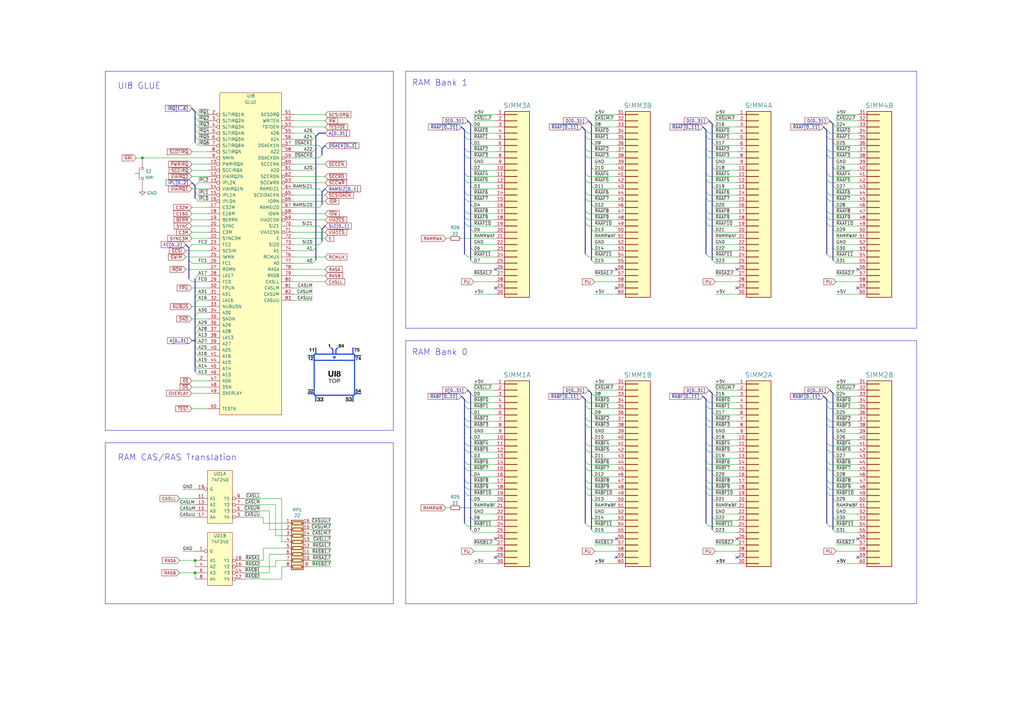
<source format=kicad_sch>
(kicad_sch (version 20230121) (generator eeschema)

  (uuid f44d16bc-0be4-408f-ac79-4474cd8e3556)

  (paper "A3")

  (title_block
    (title "ROM & RAM Address Muxes")
    (date "2023-09-01")
    (rev "6")
    (company "Simplified by James Wood — j-w.au")
    (comment 1 "Originally from https://github.com/mishimasensei/macse30mlb/")
  )

  

  (junction (at 58.42 64.77) (diameter 0) (color 0 0 0 0)
    (uuid 24d3baec-fde1-4b7b-8d9f-485d2e6d8497)
  )
  (junction (at 80.01 234.95) (diameter 0) (color 0 0 0 0)
    (uuid 6370e199-6691-4fa5-b7a7-83bca5dd7e2d)
  )
  (junction (at 80.01 229.87) (diameter 0) (color 0 0 0 0)
    (uuid c0a86027-ad70-46b6-9014-b99be536c048)
  )

  (no_connect (at 302.26 220.98) (uuid 016d76b8-0b7e-4b99-9039-1d25691e51da))
  (no_connect (at 302.26 228.6) (uuid 069c4238-16df-4769-a724-64a5a87ea316))
  (no_connect (at 302.26 110.49) (uuid 098f8970-b60b-4479-b913-1f5addc0adf4))
  (no_connect (at 351.79 118.11) (uuid 1365afff-576f-415d-af3a-1d5cbaf6287f))
  (no_connect (at 351.79 110.49) (uuid 23e4aad9-7c2b-42d4-a998-795674024650))
  (no_connect (at 351.79 228.6) (uuid 3e4dbcf0-2955-4ad1-9ecb-8543ae0f5660))
  (no_connect (at 203.2 228.6) (uuid 407c9b8f-b33b-4da3-858a-c08c072ca70c))
  (no_connect (at 252.73 220.98) (uuid 53c92c29-4a15-4782-bb20-f827e20e9ab9))
  (no_connect (at 302.26 118.11) (uuid 556cbe61-b138-4418-aaf6-4f10f2b5b6d0))
  (no_connect (at 351.79 220.98) (uuid 5b7bb6cb-b14f-490b-a5d7-19e0176e5795))
  (no_connect (at 203.2 118.11) (uuid 62893276-ac3e-47b3-b80e-ebc4f4afbb28))
  (no_connect (at 203.2 220.98) (uuid 88e31445-afcb-418d-8837-c910df0a0635))
  (no_connect (at 252.73 118.11) (uuid af631507-ef80-44fa-830f-67f9d9953c4c))
  (no_connect (at 252.73 228.6) (uuid b58cd511-4bfc-435a-a679-a91c29397ab2))
  (no_connect (at 203.2 110.49) (uuid de192af3-f6a2-47d4-af2c-e6d27e2147fb))
  (no_connect (at 252.73 110.49) (uuid ef0332da-4ce5-4f38-a04e-e888e9feb685))

  (bus_entry (at 339.09 189.23) (size 1.27 1.27)
    (stroke (width 0) (type default))
    (uuid 0267ed5b-4ad8-4ee6-961a-242e9ede6add)
  )
  (bus_entry (at 289.56 184.15) (size 1.27 1.27)
    (stroke (width 0) (type default))
    (uuid 03fee383-846a-4340-96ea-792266c42891)
  )
  (bus_entry (at 240.03 196.85) (size 1.27 1.27)
    (stroke (width 0) (type default))
    (uuid 0657b699-b265-4997-b040-c59459340d0a)
  )
  (bus_entry (at 240.03 171.45) (size 1.27 1.27)
    (stroke (width 0) (type default))
    (uuid 06c9b34b-d56f-4a4c-81c9-f920ef474570)
  )
  (bus_entry (at 193.04 50.8) (size 1.27 1.27)
    (stroke (width 0) (type default))
    (uuid 07831c5a-857f-4d40-af26-baf96fb900d1)
  )
  (bus_entry (at 292.1 212.09) (size 1.27 1.27)
    (stroke (width 0) (type default))
    (uuid 0ba232c4-2801-4c7e-8ae7-8fb61116ca36)
  )
  (bus_entry (at 80.01 78.74) (size 1.27 1.27)
    (stroke (width 0) (type default))
    (uuid 1293a462-cf3a-44bd-8a4d-a05a02f1f8db)
  )
  (bus_entry (at 240.03 214.63) (size 1.27 1.27)
    (stroke (width 0) (type default))
    (uuid 153dda19-78de-4640-96de-b77197283a7c)
  )
  (bus_entry (at 190.5 91.44) (size 1.27 1.27)
    (stroke (width 0) (type default))
    (uuid 16bc3eb8-b25e-4536-8fd6-a4e4b81babd0)
  )
  (bus_entry (at 292.1 58.42) (size 1.27 1.27)
    (stroke (width 0) (type default))
    (uuid 170de700-d5db-4a99-bab5-ecfd62558265)
  )
  (bus_entry (at 190.5 173.99) (size 1.27 1.27)
    (stroke (width 0) (type default))
    (uuid 186fa29a-95d4-49ee-ac1c-068dbeb8cda6)
  )
  (bus_entry (at 240.03 166.37) (size 1.27 1.27)
    (stroke (width 0) (type default))
    (uuid 18750b4f-baca-449d-9bd0-1a5045215c7c)
  )
  (bus_entry (at 242.57 179.07) (size 1.27 1.27)
    (stroke (width 0) (type default))
    (uuid 18955d09-59d6-4fc2-8a9b-c17aca5e0684)
  )
  (bus_entry (at 289.56 196.85) (size 1.27 1.27)
    (stroke (width 0) (type default))
    (uuid 19bc848e-65a8-493c-beb0-e77d6f36081b)
  )
  (bus_entry (at 129.54 106.68) (size -1.27 1.27)
    (stroke (width 0) (type default))
    (uuid 19f42575-facf-42b5-9e01-c8d9b7b9a2d2)
  )
  (bus_entry (at 240.03 63.5) (size 1.27 1.27)
    (stroke (width 0) (type default))
    (uuid 1a46518a-3362-48f8-996a-1ceaba6311ca)
  )
  (bus_entry (at 339.09 78.74) (size 1.27 1.27)
    (stroke (width 0) (type default))
    (uuid 1cbb1798-727f-41f2-971c-2253b2fd8c05)
  )
  (bus_entry (at 289.56 71.12) (size 1.27 1.27)
    (stroke (width 0) (type default))
    (uuid 1d29104c-9b17-4629-9232-97b8a824d23a)
  )
  (bus_entry (at 190.5 191.77) (size 1.27 1.27)
    (stroke (width 0) (type default))
    (uuid 1dcca448-d3ac-4790-ab19-fc877d8599ed)
  )
  (bus_entry (at 339.09 81.28) (size 1.27 1.27)
    (stroke (width 0) (type default))
    (uuid 211c4a7e-3cdd-4b46-996b-d8ddac173421)
  )
  (bus_entry (at 190.5 181.61) (size 1.27 1.27)
    (stroke (width 0) (type default))
    (uuid 21201a3c-f06f-496b-adb9-7f2b5e3636d0)
  )
  (bus_entry (at 242.57 50.8) (size 1.27 1.27)
    (stroke (width 0) (type default))
    (uuid 212ab4ac-88da-4336-9837-48be86ee0ccc)
  )
  (bus_entry (at 80.01 45.72) (size 1.27 1.27)
    (stroke (width 0) (type default))
    (uuid 22b581b6-0493-4a55-9839-455199735b65)
  )
  (bus_entry (at 240.03 73.66) (size 1.27 1.27)
    (stroke (width 0) (type default))
    (uuid 232de081-8512-4064-ba80-f5af3dab2e17)
  )
  (bus_entry (at 130.81 64.77) (size 1.27 -1.27)
    (stroke (width 0) (type default))
    (uuid 2b65e5cf-e777-4f76-bda9-a8bf9a13b149)
  )
  (bus_entry (at 129.54 101.6) (size -1.27 1.27)
    (stroke (width 0) (type default))
    (uuid 2bc15a93-019b-462d-8d05-4b66635195ef)
  )
  (bus_entry (at 240.03 53.34) (size 1.27 1.27)
    (stroke (width 0) (type default))
    (uuid 2d2fdece-599c-4f2b-96b2-077eb6c8668f)
  )
  (bus_entry (at 292.1 93.98) (size 1.27 1.27)
    (stroke (width 0) (type default))
    (uuid 2e22121a-7a57-4aa1-bce9-b2c1e8481550)
  )
  (bus_entry (at 242.57 212.09) (size 1.27 1.27)
    (stroke (width 0) (type default))
    (uuid 2e76f400-b40b-4afa-b5f5-80277ad212ec)
  )
  (bus_entry (at 240.03 91.44) (size 1.27 1.27)
    (stroke (width 0) (type default))
    (uuid 2ed7af68-f6ff-4f15-9200-e7e299e99e49)
  )
  (bus_entry (at 339.09 53.34) (size 1.27 1.27)
    (stroke (width 0) (type default))
    (uuid 2f13ea63-ed0e-48f3-8701-a727dfdbb0e4)
  )
  (bus_entry (at 289.56 55.88) (size 1.27 1.27)
    (stroke (width 0) (type default))
    (uuid 30bf5a1d-9486-443a-9155-1d0a07056f26)
  )
  (bus_entry (at 341.63 179.07) (size 1.27 1.27)
    (stroke (width 0) (type default))
    (uuid 30fd96c0-b339-4ab2-adbe-ff0e6e0753dd)
  )
  (bus_entry (at 289.56 166.37) (size 1.27 1.27)
    (stroke (width 0) (type default))
    (uuid 3199d8f1-d9e0-477f-9156-e049368398bd)
  )
  (bus_entry (at 339.09 214.63) (size 1.27 1.27)
    (stroke (width 0) (type default))
    (uuid 31b8a803-579e-45d7-97eb-4a7b7fd92f81)
  )
  (bus_entry (at 193.04 217.17) (size 1.27 1.27)
    (stroke (width 0) (type default))
    (uuid 33c007a2-457b-43dc-9bba-2f9ce42d1bec)
  )
  (bus_entry (at 339.09 86.36) (size 1.27 1.27)
    (stroke (width 0) (type default))
    (uuid 35060dc4-a953-4d51-b550-0e9c12d92604)
  )
  (bus_entry (at 240.03 184.15) (size 1.27 1.27)
    (stroke (width 0) (type default))
    (uuid 353b913c-266d-401f-ba8a-09c298251c19)
  )
  (bus_entry (at 190.5 73.66) (size 1.27 1.27)
    (stroke (width 0) (type default))
    (uuid 36a1fee8-48ad-4cc5-b3ec-bba19d4f4854)
  )
  (bus_entry (at 339.09 163.83) (size 1.27 1.27)
    (stroke (width 0) (type default))
    (uuid 37c741d5-9080-4857-8692-8986cde670f9)
  )
  (bus_entry (at 292.1 106.68) (size 1.27 1.27)
    (stroke (width 0) (type default))
    (uuid 383b1b91-18a8-4ba7-b845-36a882cfc8f7)
  )
  (bus_entry (at 339.09 91.44) (size 1.27 1.27)
    (stroke (width 0) (type default))
    (uuid 38956db2-375c-45d3-9518-f6356ead33ba)
  )
  (bus_entry (at 190.5 78.74) (size 1.27 1.27)
    (stroke (width 0) (type default))
    (uuid 39e5c65c-d651-42bf-a557-b92a42b2adb2)
  )
  (bus_entry (at 190.5 196.85) (size 1.27 1.27)
    (stroke (width 0) (type default))
    (uuid 3a2690b4-c2f1-43df-a235-e4ebf9873339)
  )
  (bus_entry (at 341.63 68.58) (size 1.27 1.27)
    (stroke (width 0) (type default))
    (uuid 3a5a68a0-2d77-465e-b3ad-59f6a3338cf2)
  )
  (bus_entry (at 292.1 161.29) (size 1.27 1.27)
    (stroke (width 0) (type default))
    (uuid 3b0f956c-c26a-4a10-8ecf-d69bfe4ce093)
  )
  (bus_entry (at 289.56 91.44) (size 1.27 1.27)
    (stroke (width 0) (type default))
    (uuid 3b50c1b7-ed8d-4ee9-9c2c-ebb90e48fe2e)
  )
  (bus_entry (at 190.5 163.83) (size 1.27 1.27)
    (stroke (width 0) (type default))
    (uuid 3b6d6ddb-be42-4409-9e2a-63f56654a1a9)
  )
  (bus_entry (at 242.57 76.2) (size 1.27 1.27)
    (stroke (width 0) (type default))
    (uuid 3d4531df-1d9c-4e49-b6e5-05891d72184e)
  )
  (bus_entry (at 341.63 168.91) (size 1.27 1.27)
    (stroke (width 0) (type default))
    (uuid 3e6d24e2-2ee7-4d6b-980b-fbcca4126538)
  )
  (bus_entry (at 80.01 81.28) (size 1.27 1.27)
    (stroke (width 0) (type default))
    (uuid 3ebd2ea3-f861-4329-bb90-e80e7db5ec91)
  )
  (bus_entry (at 289.56 53.34) (size 1.27 1.27)
    (stroke (width 0) (type default))
    (uuid 3f1f0613-83f0-42a8-809b-669f7c1b842f)
  )
  (bus_entry (at 341.63 217.17) (size 1.27 1.27)
    (stroke (width 0) (type default))
    (uuid 3f9089cf-c198-4b10-9412-a26dfa5a1926)
  )
  (bus_entry (at 129.54 55.88) (size -1.27 -1.27)
    (stroke (width 0) (type default))
    (uuid 402dd207-8817-4cb9-b123-e4ebda811f97)
  )
  (bus_entry (at 341.63 83.82) (size 1.27 1.27)
    (stroke (width 0) (type default))
    (uuid 40364fc7-0115-441d-8f3c-b6f55e03c74b)
  )
  (bus_entry (at 80.01 144.78) (size 1.27 1.27)
    (stroke (width 0) (type default))
    (uuid 46027091-5904-4817-b41e-bae103979eaf)
  )
  (bus_entry (at 190.5 104.14) (size 1.27 1.27)
    (stroke (width 0) (type default))
    (uuid 46972b6a-19fd-431e-8797-f0136ed9d3a5)
  )
  (bus_entry (at 289.56 189.23) (size 1.27 1.27)
    (stroke (width 0) (type default))
    (uuid 486ea024-4ef2-4a82-968e-a75d8954a60e)
  )
  (bus_entry (at 292.1 76.2) (size 1.27 1.27)
    (stroke (width 0) (type default))
    (uuid 4920a185-eb79-4c42-8388-4695b72862be)
  )
  (bus_entry (at 339.09 104.14) (size 1.27 1.27)
    (stroke (width 0) (type default))
    (uuid 4b2f3d58-f54d-49c8-8fce-05a0d1b87951)
  )
  (bus_entry (at 339.09 171.45) (size 1.27 1.27)
    (stroke (width 0) (type default))
    (uuid 4c175ef0-280c-477c-9cd7-5f282feffff8)
  )
  (bus_entry (at 242.57 168.91) (size 1.27 1.27)
    (stroke (width 0) (type default))
    (uuid 4cd279fd-c42f-4e44-aa19-1c021fe1d651)
  )
  (bus_entry (at 292.1 101.6) (size 1.27 1.27)
    (stroke (width 0) (type default))
    (uuid 4d6c5458-30c7-48cc-820a-14a552f74719)
  )
  (bus_entry (at 80.01 139.7) (size 1.27 -1.27)
    (stroke (width 0) (type default))
    (uuid 51ac94e5-682f-4ef8-86bc-be64a2b5ff49)
  )
  (bus_entry (at 289.56 201.93) (size 1.27 1.27)
    (stroke (width 0) (type default))
    (uuid 534b23c8-8d3f-455e-844b-1d66561530f1)
  )
  (bus_entry (at 341.63 204.47) (size 1.27 1.27)
    (stroke (width 0) (type default))
    (uuid 53c98618-fb58-47be-8f2c-2985b65e2c14)
  )
  (bus_entry (at 289.56 78.74) (size 1.27 1.27)
    (stroke (width 0) (type default))
    (uuid 53f51a2b-ac03-45ce-9262-bedd2aaaee7f)
  )
  (bus_entry (at 341.63 194.31) (size 1.27 1.27)
    (stroke (width 0) (type default))
    (uuid 56086049-bec0-4c5b-b10b-746de355dc1b)
  )
  (bus_entry (at 292.1 179.07) (size 1.27 1.27)
    (stroke (width 0) (type default))
    (uuid 5630a7f8-3691-4f6a-bec8-7f57f148439c)
  )
  (bus_entry (at 190.5 63.5) (size 1.27 1.27)
    (stroke (width 0) (type default))
    (uuid 56c2d255-70ea-453b-afd9-83dd9c88fc78)
  )
  (bus_entry (at 193.04 204.47) (size 1.27 1.27)
    (stroke (width 0) (type default))
    (uuid 56e66cc9-3333-454b-9246-71a64c9ddd2b)
  )
  (bus_entry (at 341.63 93.98) (size 1.27 1.27)
    (stroke (width 0) (type default))
    (uuid 57e4bb97-d0ba-41da-a786-23b08c509a1e)
  )
  (bus_entry (at 193.04 186.69) (size 1.27 1.27)
    (stroke (width 0) (type default))
    (uuid 5a98ec61-49a3-4852-9006-c266b68c2e34)
  )
  (bus_entry (at 193.04 83.82) (size 1.27 1.27)
    (stroke (width 0) (type default))
    (uuid 5add43c5-f7f2-4ccb-be90-16241da5553e)
  )
  (bus_entry (at 80.01 53.34) (size 1.27 1.27)
    (stroke (width 0) (type default))
    (uuid 5b8238b4-cfce-4c7a-a025-0d83d4224bef)
  )
  (bus_entry (at 190.5 189.23) (size 1.27 1.27)
    (stroke (width 0) (type default))
    (uuid 5ba5cf6a-dfd8-4c59-9158-b31716d48d4e)
  )
  (bus_entry (at 240.03 78.74) (size 1.27 1.27)
    (stroke (width 0) (type default))
    (uuid 5bb7fd41-e697-46fd-b277-749ce943fb8c)
  )
  (bus_entry (at 289.56 73.66) (size 1.27 1.27)
    (stroke (width 0) (type default))
    (uuid 5beef63a-bbc2-4c5c-89e3-39b346c0cfb2)
  )
  (bus_entry (at 193.04 106.68) (size 1.27 1.27)
    (stroke (width 0) (type default))
    (uuid 5c1a58a2-9f5d-4643-880d-d511a66d9fe8)
  )
  (bus_entry (at 289.56 181.61) (size 1.27 1.27)
    (stroke (width 0) (type default))
    (uuid 5f3bb69f-a4d7-4aa4-80c6-e0b924a1b0fd)
  )
  (bus_entry (at 339.09 196.85) (size 1.27 1.27)
    (stroke (width 0) (type default))
    (uuid 612297b4-a615-4a1b-8c57-901ebacca759)
  )
  (bus_entry (at 289.56 199.39) (size 1.27 1.27)
    (stroke (width 0) (type default))
    (uuid 634808cd-340d-4403-b494-d7169578d0a6)
  )
  (bus_entry (at 80.01 55.88) (size 1.27 1.27)
    (stroke (width 0) (type default))
    (uuid 63d11347-020b-4e48-a129-0fe187aab886)
  )
  (bus_entry (at 339.09 55.88) (size 1.27 1.27)
    (stroke (width 0) (type default))
    (uuid 63f3db3b-8a4d-45bc-8170-f78c1fb75860)
  )
  (bus_entry (at 339.09 201.93) (size 1.27 1.27)
    (stroke (width 0) (type default))
    (uuid 647d6930-fedf-4158-a571-65a0a5cd8a0e)
  )
  (bus_entry (at 240.03 60.96) (size 1.27 1.27)
    (stroke (width 0) (type default))
    (uuid 6a59afe7-19c8-417e-a8c0-e7822518d229)
  )
  (bus_entry (at 289.56 60.96) (size 1.27 1.27)
    (stroke (width 0) (type default))
    (uuid 6a717946-0189-4b7e-b42d-08bb498fb165)
  )
  (bus_entry (at 80.01 121.92) (size 1.27 -1.27)
    (stroke (width 0) (type default))
    (uuid 6bd6b4ca-0695-4620-bcc6-54f0a0906c75)
  )
  (bus_entry (at 77.47 101.6) (size 1.27 -1.27)
    (stroke (width 0) (type default))
    (uuid 6cf1d42b-45e8-434b-a47a-9253b6997e6a)
  )
  (bus_entry (at 80.01 137.16) (size 1.27 -1.27)
    (stroke (width 0) (type default))
    (uuid 6f8b4172-98a4-4af3-bb03-d9e4460fabf8)
  )
  (bus_entry (at 240.03 199.39) (size 1.27 1.27)
    (stroke (width 0) (type default))
    (uuid 70145019-1b7b-416d-b354-7354a159af68)
  )
  (bus_entry (at 292.1 68.58) (size 1.27 1.27)
    (stroke (width 0) (type default))
    (uuid 7058ff15-3469-42ea-9638-2e554867dd85)
  )
  (bus_entry (at 193.04 93.98) (size 1.27 1.27)
    (stroke (width 0) (type default))
    (uuid 70bc7e8c-36ae-47cf-a7f1-4879f3023c0b)
  )
  (bus_entry (at 80.01 142.24) (size 1.27 1.27)
    (stroke (width 0) (type default))
    (uuid 748e5cd9-273d-4a15-b688-c575fdf9a1da)
  )
  (bus_entry (at 193.04 68.58) (size 1.27 1.27)
    (stroke (width 0) (type default))
    (uuid 74b626cf-973e-4bbc-be59-9aa00374a539)
  )
  (bus_entry (at 130.81 59.69) (size 1.27 1.27)
    (stroke (width 0) (type default))
    (uuid 7ab230e8-dd34-431a-abe8-c160b6d477ad)
  )
  (bus_entry (at 242.57 93.98) (size 1.27 1.27)
    (stroke (width 0) (type default))
    (uuid 817212ee-31c7-4967-b0be-adf45ea9a8a0)
  )
  (bus_entry (at 289.56 173.99) (size 1.27 1.27)
    (stroke (width 0) (type default))
    (uuid 823e3a93-c355-4cd6-87e6-97f94a34e492)
  )
  (bus_entry (at 242.57 217.17) (size 1.27 1.27)
    (stroke (width 0) (type default))
    (uuid 823e5b20-d703-46f9-9cbc-f61cd12ed8b1)
  )
  (bus_entry (at 289.56 88.9) (size 1.27 1.27)
    (stroke (width 0) (type default))
    (uuid 83cbf42a-044e-44a0-841c-961edd9d4fd4)
  )
  (bus_entry (at 339.09 88.9) (size 1.27 1.27)
    (stroke (width 0) (type default))
    (uuid 8463b995-e693-4b83-b1f2-f6a9d5777158)
  )
  (bus_entry (at 80.01 50.8) (size 1.27 1.27)
    (stroke (width 0) (type default))
    (uuid 864aa6aa-c7f2-4121-84d4-465b1cad8bfd)
  )
  (bus_entry (at 242.57 194.31) (size 1.27 1.27)
    (stroke (width 0) (type default))
    (uuid 86e8073d-3498-440c-a97b-1b776ee92ade)
  )
  (bus_entry (at 289.56 191.77) (size 1.27 1.27)
    (stroke (width 0) (type default))
    (uuid 8766b45c-6a9b-42b6-9323-ad6354f1a74a)
  )
  (bus_entry (at 193.04 212.09) (size 1.27 1.27)
    (stroke (width 0) (type default))
    (uuid 88066296-d612-48d5-8d61-387d03d2ed50)
  )
  (bus_entry (at 242.57 106.68) (size 1.27 1.27)
    (stroke (width 0) (type default))
    (uuid 8834bb53-bb62-49f7-a16b-2176672477e9)
  )
  (bus_entry (at 240.03 191.77) (size 1.27 1.27)
    (stroke (width 0) (type default))
    (uuid 89ac5feb-d616-4096-b0cb-fd0193062b67)
  )
  (bus_entry (at 292.1 83.82) (size 1.27 1.27)
    (stroke (width 0) (type default))
    (uuid 8a24b0a1-ebfa-42db-bc86-3492786d4759)
  )
  (bus_entry (at 190.5 60.96) (size 1.27 1.27)
    (stroke (width 0) (type default))
    (uuid 8b7f561c-c90a-4cde-8df4-177f6ba2dbd3)
  )
  (bus_entry (at 132.08 99.06) (size -1.27 1.27)
    (stroke (width 0) (type default))
    (uuid 8ebeb3d2-fcdb-42f8-952d-1875bbabe5d9)
  )
  (bus_entry (at 341.63 50.8) (size 1.27 1.27)
    (stroke (width 0) (type default))
    (uuid 8f1eb8bc-2041-43ad-a850-d133d662de28)
  )
  (bus_entry (at 190.5 71.12) (size 1.27 1.27)
    (stroke (width 0) (type default))
    (uuid 8f248751-069c-4645-8373-1a9d6c7c087b)
  )
  (bus_entry (at 132.08 78.74) (size -1.27 -1.27)
    (stroke (width 0) (type default))
    (uuid 921fde58-a9a7-44fe-b386-77adfce2526e)
  )
  (bus_entry (at 289.56 63.5) (size 1.27 1.27)
    (stroke (width 0) (type default))
    (uuid 92236da7-68d3-439e-8b39-f8eff9d2fefc)
  )
  (bus_entry (at 339.09 63.5) (size 1.27 1.27)
    (stroke (width 0) (type default))
    (uuid 95ca999b-2851-4958-9ee2-047cbadea53f)
  )
  (bus_entry (at 339.09 199.39) (size 1.27 1.27)
    (stroke (width 0) (type default))
    (uuid 95d35ce8-c03e-4acf-8059-2811acee694a)
  )
  (bus_entry (at 242.57 186.69) (size 1.27 1.27)
    (stroke (width 0) (type default))
    (uuid 9684c31f-0b29-46ae-bff7-6e77cd33f5db)
  )
  (bus_entry (at 190.5 86.36) (size 1.27 1.27)
    (stroke (width 0) (type default))
    (uuid 976cbf14-67d2-4180-9c9a-c9c5aef83034)
  )
  (bus_entry (at 240.03 86.36) (size 1.27 1.27)
    (stroke (width 0) (type default))
    (uuid 994ef5a0-484a-4c2d-bb5d-6208cdf9187e)
  )
  (bus_entry (at 339.09 181.61) (size 1.27 1.27)
    (stroke (width 0) (type default))
    (uuid 9a17a0ce-6c3c-4496-898f-70f5e524b517)
  )
  (bus_entry (at 240.03 71.12) (size 1.27 1.27)
    (stroke (width 0) (type default))
    (uuid 9ac14073-5571-4174-91dc-d11e0c4a36d3)
  )
  (bus_entry (at 240.03 55.88) (size 1.27 1.27)
    (stroke (width 0) (type default))
    (uuid 9b168bd1-fa89-4f6f-8b04-40284d9118c4)
  )
  (bus_entry (at 339.09 173.99) (size 1.27 1.27)
    (stroke (width 0) (type default))
    (uuid 9bb70853-0217-418a-bfa5-ea5200178e88)
  )
  (bus_entry (at 240.03 81.28) (size 1.27 1.27)
    (stroke (width 0) (type default))
    (uuid 9c51a162-4fbe-452d-8325-bb54c9a79ec0)
  )
  (bus_entry (at 339.09 71.12) (size 1.27 1.27)
    (stroke (width 0) (type default))
    (uuid 9eea2947-e0bb-4a09-af5f-55d14fc764e8)
  )
  (bus_entry (at 193.04 58.42) (size 1.27 1.27)
    (stroke (width 0) (type default))
    (uuid a0f2b179-d6f5-4b6a-bd8d-8da1f0fa5340)
  )
  (bus_entry (at 80.01 76.2) (size 1.27 -1.27)
    (stroke (width 0) (type default))
    (uuid a132bd2f-2826-4338-9123-7dbe0feb894d)
  )
  (bus_entry (at 80.01 114.3) (size 1.27 -1.27)
    (stroke (width 0) (type default))
    (uuid a3095d7f-4282-4675-912f-6d1f4ce195c6)
  )
  (bus_entry (at 341.63 58.42) (size 1.27 1.27)
    (stroke (width 0) (type default))
    (uuid a43095f1-e466-4c93-82ee-6b755106eb97)
  )
  (bus_entry (at 240.03 104.14) (size 1.27 1.27)
    (stroke (width 0) (type default))
    (uuid a4867ac9-7f38-42b2-9fe3-8bf91bed80d5)
  )
  (bus_entry (at 240.03 189.23) (size 1.27 1.27)
    (stroke (width 0) (type default))
    (uuid a6835bda-e977-46f8-b910-b3d6d4bd5d28)
  )
  (bus_entry (at 292.1 168.91) (size 1.27 1.27)
    (stroke (width 0) (type default))
    (uuid aa9b4c20-7fd2-49ca-95cd-f121f174245a)
  )
  (bus_entry (at 190.5 199.39) (size 1.27 1.27)
    (stroke (width 0) (type default))
    (uuid ab211df3-434d-4099-9ffb-e31a88b64e36)
  )
  (bus_entry (at 80.01 58.42) (size 1.27 1.27)
    (stroke (width 0) (type default))
    (uuid ac14c62f-2b19-43cd-be31-cf8f6637811a)
  )
  (bus_entry (at 242.57 58.42) (size 1.27 1.27)
    (stroke (width 0) (type default))
    (uuid ae3db109-c1d9-4333-94b1-473c39a8ec89)
  )
  (bus_entry (at 77.47 114.3) (size 1.27 1.27)
    (stroke (width 0) (type default))
    (uuid b00032ce-a30d-4a00-8915-e721debd3dc9)
  )
  (bus_entry (at 80.01 152.4) (size 1.27 1.27)
    (stroke (width 0) (type default))
    (uuid b1fd81a7-19e5-4031-937b-dfdb0fda4e90)
  )
  (bus_entry (at 190.5 88.9) (size 1.27 1.27)
    (stroke (width 0) (type default))
    (uuid b2a0e74c-96d0-4b24-aa7e-6a55413b1221)
  )
  (bus_entry (at 193.04 76.2) (size 1.27 1.27)
    (stroke (width 0) (type default))
    (uuid b45a13e4-c107-4867-913b-141779429f01)
  )
  (bus_entry (at 129.54 60.96) (size -1.27 1.27)
    (stroke (width 0) (type default))
    (uuid b5c3d08a-ec93-4b5d-9066-35896e2c0795)
  )
  (bus_entry (at 190.5 184.15) (size 1.27 1.27)
    (stroke (width 0) (type default))
    (uuid b6e80d88-035e-4301-90bf-9eb11d78ac95)
  )
  (bus_entry (at 289.56 163.83) (size 1.27 1.27)
    (stroke (width 0) (type default))
    (uuid b7c1a729-f905-4d6d-af3c-a0a3d4ec740e)
  )
  (bus_entry (at 292.1 194.31) (size 1.27 1.27)
    (stroke (width 0) (type default))
    (uuid b93dfc53-eada-41fa-8e1d-4ff428351883)
  )
  (bus_entry (at 193.04 161.29) (size 1.27 1.27)
    (stroke (width 0) (type default))
    (uuid bd8fe36f-360c-42d8-adda-bdde6f74cfca)
  )
  (bus_entry (at 132.08 93.98) (size -1.27 -1.27)
    (stroke (width 0) (type default))
    (uuid bef73191-d405-470d-90f9-af300dc88495)
  )
  (bus_entry (at 80.01 139.7) (size 1.27 1.27)
    (stroke (width 0) (type default))
    (uuid bf5ae357-4e31-4919-aff2-0db3681b454f)
  )
  (bus_entry (at 242.57 83.82) (size 1.27 1.27)
    (stroke (width 0) (type default))
    (uuid c04db780-d0ec-43c6-a46f-613c86563c06)
  )
  (bus_entry (at 289.56 86.36) (size 1.27 1.27)
    (stroke (width 0) (type default))
    (uuid c06ddec4-7d6c-4716-92fd-a1868354af04)
  )
  (bus_entry (at 193.04 101.6) (size 1.27 1.27)
    (stroke (width 0) (type default))
    (uuid c11be2c6-f4af-4180-879b-2b6b6dbe4c30)
  )
  (bus_entry (at 132.08 83.82) (size -1.27 1.27)
    (stroke (width 0) (type default))
    (uuid c1c5b369-5fc3-420a-9544-2537f47990a0)
  )
  (bus_entry (at 80.01 134.62) (size 1.27 -1.27)
    (stroke (width 0) (type default))
    (uuid c2e26de6-46c5-42ec-9edc-ac7bd2848b97)
  )
  (bus_entry (at 339.09 184.15) (size 1.27 1.27)
    (stroke (width 0) (type default))
    (uuid c35865e9-8a9c-420a-8ac4-9c739fa3ff33)
  )
  (bus_entry (at 292.1 217.17) (size 1.27 1.27)
    (stroke (width 0) (type default))
    (uuid c3d7d70b-5a2b-4465-be80-13b005b13b91)
  )
  (bus_entry (at 341.63 101.6) (size 1.27 1.27)
    (stroke (width 0) (type default))
    (uuid c587ee14-cf0c-4bbf-bc08-b45762b2426c)
  )
  (bus_entry (at 292.1 204.47) (size 1.27 1.27)
    (stroke (width 0) (type default))
    (uuid c62a75c8-1e19-431f-957e-1c10d5b097c4)
  )
  (bus_entry (at 242.57 101.6) (size 1.27 1.27)
    (stroke (width 0) (type default))
    (uuid c70a6e77-3439-4556-889a-3b1506be0bce)
  )
  (bus_entry (at 339.09 166.37) (size 1.27 1.27)
    (stroke (width 0) (type default))
    (uuid c73602a9-e9ba-4037-8903-44aa5d25076f)
  )
  (bus_entry (at 190.5 55.88) (size 1.27 1.27)
    (stroke (width 0) (type default))
    (uuid c84f2ead-05fb-4533-8e1f-4dfc8a634051)
  )
  (bus_entry (at 242.57 68.58) (size 1.27 1.27)
    (stroke (width 0) (type default))
    (uuid c9af5b04-c1e4-40ad-a521-82cc69e898e0)
  )
  (bus_entry (at 190.5 81.28) (size 1.27 1.27)
    (stroke (width 0) (type default))
    (uuid ca3b9602-400a-42e5-9237-92cb87452f2e)
  )
  (bus_entry (at 341.63 161.29) (size 1.27 1.27)
    (stroke (width 0) (type default))
    (uuid cc2d78cb-b290-406c-845d-52a13daeb1cc)
  )
  (bus_entry (at 80.01 124.46) (size 1.27 -1.27)
    (stroke (width 0) (type default))
    (uuid cc3f3c51-1735-4266-a4a4-a5a701c515d4)
  )
  (bus_entry (at 129.54 68.58) (size -1.27 1.27)
    (stroke (width 0) (type default))
    (uuid cd1573e9-79b5-4ba1-9400-50baafb954ca)
  )
  (bus_entry (at 289.56 214.63) (size 1.27 1.27)
    (stroke (width 0) (type default))
    (uuid cd547c29-b708-4b5f-a83c-4ffeb2c00198)
  )
  (bus_entry (at 129.54 55.88) (size -1.27 1.27)
    (stroke (width 0) (type default))
    (uuid cf12a982-a053-4304-9e02-f57bf412837a)
  )
  (bus_entry (at 341.63 76.2) (size 1.27 1.27)
    (stroke (width 0) (type default))
    (uuid cfffd3e0-876c-4398-a7a0-425524deb17e)
  )
  (bus_entry (at 240.03 201.93) (size 1.27 1.27)
    (stroke (width 0) (type default))
    (uuid d0e2a15a-a3b1-45f5-bed3-bd7e252f884d)
  )
  (bus_entry (at 242.57 204.47) (size 1.27 1.27)
    (stroke (width 0) (type default))
    (uuid d1ca75e5-7ec3-4e22-8030-243e36a607bb)
  )
  (bus_entry (at 190.5 53.34) (size 1.27 1.27)
    (stroke (width 0) (type default))
    (uuid d50ebabf-e5ca-4e15-afbe-42ee9ff34312)
  )
  (bus_entry (at 339.09 191.77) (size 1.27 1.27)
    (stroke (width 0) (type default))
    (uuid d5cee548-0fa2-4a67-94de-01caf5589248)
  )
  (bus_entry (at 193.04 194.31) (size 1.27 1.27)
    (stroke (width 0) (type default))
    (uuid d652e5f7-2f1c-4762-9f6c-f081d22d2c6a)
  )
  (bus_entry (at 289.56 81.28) (size 1.27 1.27)
    (stroke (width 0) (type default))
    (uuid d76365d5-23ae-428c-98b8-0c624538636d)
  )
  (bus_entry (at 242.57 161.29) (size 1.27 1.27)
    (stroke (width 0) (type default))
    (uuid d910a52f-5e71-4aa0-9eca-0a6217cb72d9)
  )
  (bus_entry (at 240.03 88.9) (size 1.27 1.27)
    (stroke (width 0) (type default))
    (uuid da6762ea-4d49-466e-b768-dda174044240)
  )
  (bus_entry (at 193.04 168.91) (size 1.27 1.27)
    (stroke (width 0) (type default))
    (uuid df6f9bfb-9c49-4acb-9a62-b5d1d8787c55)
  )
  (bus_entry (at 339.09 73.66) (size 1.27 1.27)
    (stroke (width 0) (type default))
    (uuid df89f830-2ddc-4f24-b09b-98c7dbac86d6)
  )
  (bus_entry (at 80.01 129.54) (size 1.27 -1.27)
    (stroke (width 0) (type default))
    (uuid e06904bf-68b0-4039-8ce5-14239b1035ad)
  )
  (bus_entry (at 80.01 147.32) (size 1.27 1.27)
    (stroke (width 0) (type default))
    (uuid e12f1c43-3025-4777-8804-02609f11900b)
  )
  (bus_entry (at 240.03 181.61) (size 1.27 1.27)
    (stroke (width 0) (type default))
    (uuid e38906a4-16bb-4f9b-96b7-84c2853aef58)
  )
  (bus_entry (at 193.04 179.07) (size 1.27 1.27)
    (stroke (width 0) (type default))
    (uuid e395f8e8-85dd-4517-8db0-eabf610fb269)
  )
  (bus_entry (at 80.01 48.26) (size 1.27 1.27)
    (stroke (width 0) (type default))
    (uuid e3a0b496-0032-4e73-8577-418b74ac0d62)
  )
  (bus_entry (at 341.63 106.68) (size 1.27 1.27)
    (stroke (width 0) (type default))
    (uuid e3f4c4b7-32d9-4b4c-9c30-563bc5c623d0)
  )
  (bus_entry (at 77.47 106.68) (size 1.27 1.27)
    (stroke (width 0) (type default))
    (uuid e497a7d4-1395-4905-a942-5dfc7a8c7a10)
  )
  (bus_entry (at 341.63 212.09) (size 1.27 1.27)
    (stroke (width 0) (type default))
    (uuid e8a72338-f1fb-462b-ad79-05f11e6893e6)
  )
  (bus_entry (at 240.03 173.99) (size 1.27 1.27)
    (stroke (width 0) (type default))
    (uuid e8edffb3-c09c-4fe1-bcb4-a5eadb37a759)
  )
  (bus_entry (at 339.09 60.96) (size 1.27 1.27)
    (stroke (width 0) (type default))
    (uuid e9e5540d-f6d6-4f2a-9dbd-a3c274e20127)
  )
  (bus_entry (at 341.63 186.69) (size 1.27 1.27)
    (stroke (width 0) (type default))
    (uuid ea7ebdc7-09df-4ea2-ac35-b30151abe44f)
  )
  (bus_entry (at 292.1 186.69) (size 1.27 1.27)
    (stroke (width 0) (type default))
    (uuid ec762c64-91e3-4326-a089-1a91bccbd1a1)
  )
  (bus_entry (at 190.5 214.63) (size 1.27 1.27)
    (stroke (width 0) (type default))
    (uuid ef0e470c-0744-4a15-93d8-9b086e29ed52)
  )
  (bus_entry (at 190.5 171.45) (size 1.27 1.27)
    (stroke (width 0) (type default))
    (uuid f0565fd4-91ea-43aa-b6b8-af1e07620864)
  )
  (bus_entry (at 190.5 201.93) (size 1.27 1.27)
    (stroke (width 0) (type default))
    (uuid f3b034ef-8180-490b-a4ab-9666c943049c)
  )
  (bus_entry (at 190.5 166.37) (size 1.27 1.27)
    (stroke (width 0) (type default))
    (uuid f503cf0d-a75d-47c5-971e-5289d031fff6)
  )
  (bus_entry (at 289.56 104.14) (size 1.27 1.27)
    (stroke (width 0) (type default))
    (uuid f6d77e03-fdb4-4b25-93ac-f35acd21b35e)
  )
  (bus_entry (at 80.01 149.86) (size 1.27 1.27)
    (stroke (width 0) (type default))
    (uuid f79441c8-6eec-4ffa-b571-2c44f041df16)
  )
  (bus_entry (at 289.56 171.45) (size 1.27 1.27)
    (stroke (width 0) (type default))
    (uuid fae365b1-c170-4a0e-9d6d-40000f5e57a6)
  )
  (bus_entry (at 240.03 163.83) (size 1.27 1.27)
    (stroke (width 0) (type default))
    (uuid ff2855d5-942a-47a6-a99d-7ee94bd40bab)
  )
  (bus_entry (at 292.1 50.8) (size 1.27 1.27)
    (stroke (width 0) (type default))
    (uuid ff2a051d-f038-4d1d-b03b-ee7112e54144)
  )

  (wire (pts (xy 351.79 115.57) (xy 342.9 115.57))
    (stroke (width 0) (type default))
    (uuid 0090e788-91b3-4506-83d9-4810f74045d7)
  )
  (wire (pts (xy 120.65 123.19) (xy 128.27 123.19))
    (stroke (width 0) (type default))
    (uuid 021bcd16-444c-4e66-b3db-c0120e4a839c)
  )
  (wire (pts (xy 293.37 177.8) (xy 302.26 177.8))
    (stroke (width 0) (type default))
    (uuid 02c19726-7d7c-48b7-a916-56226266f93b)
  )
  (bus (pts (xy 292.1 204.47) (xy 292.1 212.09))
    (stroke (width 0) (type default))
    (uuid 0319f565-4789-4443-b0cf-4c23326c228f)
  )

  (wire (pts (xy 203.2 85.09) (xy 194.31 85.09))
    (stroke (width 0) (type default))
    (uuid 035606f7-20b9-4ad4-b208-c3e94a89c890)
  )
  (bus (pts (xy 241.3 49.53) (xy 242.57 50.8))
    (stroke (width 0) (type default))
    (uuid 041866d3-b25e-486c-b144-44f733f969ec)
  )

  (wire (pts (xy 58.42 77.47) (xy 58.42 76.2))
    (stroke (width 0) (type default))
    (uuid 04344eb1-e72d-4101-b44a-2928bfcfd3aa)
  )
  (wire (pts (xy 191.77 165.1) (xy 203.2 165.1))
    (stroke (width 0) (type default))
    (uuid 0493de59-bb99-46ad-8a6c-c6eba436d4b6)
  )
  (wire (pts (xy 191.77 198.12) (xy 203.2 198.12))
    (stroke (width 0) (type default))
    (uuid 05493e7d-9da9-4fb7-9399-ed749d2d0e7f)
  )
  (wire (pts (xy 194.31 210.82) (xy 203.2 210.82))
    (stroke (width 0) (type default))
    (uuid 05539807-3826-4525-a668-19c236e102c6)
  )
  (wire (pts (xy 241.3 167.64) (xy 252.73 167.64))
    (stroke (width 0) (type default))
    (uuid 0601e16f-0db8-4e0c-a17b-b90628a61021)
  )
  (wire (pts (xy 194.31 213.36) (xy 203.2 213.36))
    (stroke (width 0) (type default))
    (uuid 060f1e20-0ffb-49dc-8dfc-4177ede1d36f)
  )
  (bus (pts (xy 78.74 74.93) (xy 80.01 76.2))
    (stroke (width 0) (type default))
    (uuid 061b61e1-64b6-4504-b2ff-f4d1a2bad9d1)
  )

  (wire (pts (xy 340.36 200.66) (xy 351.79 200.66))
    (stroke (width 0) (type default))
    (uuid 069864d0-c43c-4169-bbca-e9439f1dd96a)
  )
  (bus (pts (xy 341.63 50.8) (xy 341.63 58.42))
    (stroke (width 0) (type default))
    (uuid 06cb42ad-cf68-4573-a1eb-2be8611c780d)
  )
  (bus (pts (xy 341.63 179.07) (xy 341.63 186.69))
    (stroke (width 0) (type default))
    (uuid 070e251e-c964-4cb2-ad8f-87197b78b8cd)
  )

  (wire (pts (xy 340.36 64.77) (xy 351.79 64.77))
    (stroke (width 0) (type default))
    (uuid 072057ca-efb5-47e5-9f5e-ff56ba3cdf34)
  )
  (wire (pts (xy 351.79 180.34) (xy 342.9 180.34))
    (stroke (width 0) (type default))
    (uuid 081f4cf3-782a-428f-bc24-349d0207632f)
  )
  (bus (pts (xy 80.01 124.46) (xy 80.01 129.54))
    (stroke (width 0) (type default))
    (uuid 08412dc0-3666-4ff4-872a-90f320bddf7a)
  )

  (polyline (pts (xy 161.29 29.21) (xy 161.29 176.53))
    (stroke (width 0) (type default))
    (uuid 089a9ca6-9008-4677-8c12-65d0ca94d6dd)
  )

  (bus (pts (xy 130.81 54.61) (xy 133.35 54.61))
    (stroke (width 0) (type default))
    (uuid 098f352d-e41c-41ac-98d0-f4d2370bcfae)
  )

  (wire (pts (xy 340.36 90.17) (xy 351.79 90.17))
    (stroke (width 0) (type default))
    (uuid 0a36a714-c3cd-4c0a-a45a-cb127c8c6bf0)
  )
  (wire (pts (xy 252.73 92.71) (xy 241.3 92.71))
    (stroke (width 0) (type default))
    (uuid 0b3edc61-1e9e-432e-b33f-eeaaee502a58)
  )
  (wire (pts (xy 290.83 80.01) (xy 302.26 80.01))
    (stroke (width 0) (type default))
    (uuid 0b5bd910-6e85-4797-9341-c2c93ad354ba)
  )
  (wire (pts (xy 252.73 72.39) (xy 241.3 72.39))
    (stroke (width 0) (type default))
    (uuid 0c16707b-7f6d-4f4d-8176-3bd30f47f93c)
  )
  (wire (pts (xy 243.84 67.31) (xy 252.73 67.31))
    (stroke (width 0) (type default))
    (uuid 0d3f3820-9446-450d-80be-66338a930a89)
  )
  (bus (pts (xy 240.03 163.83) (xy 240.03 166.37))
    (stroke (width 0) (type default))
    (uuid 0d5ced98-032e-42be-a3e0-3214ecbcb75b)
  )

  (wire (pts (xy 55.88 64.77) (xy 58.42 64.77))
    (stroke (width 0) (type default))
    (uuid 0d60a661-d65d-45fe-a5e2-5ba3b1113af1)
  )
  (bus (pts (xy 289.56 81.28) (xy 289.56 86.36))
    (stroke (width 0) (type default))
    (uuid 0e11ad57-d9bb-4659-b640-30d5dfef34af)
  )
  (bus (pts (xy 129.54 55.88) (xy 129.54 60.96))
    (stroke (width 0) (type default))
    (uuid 0ed1f846-2162-4da8-a61c-1f82b14a0882)
  )

  (wire (pts (xy 127 229.87) (xy 135.89 229.87))
    (stroke (width 0) (type default))
    (uuid 0f6b19a3-fa97-4c20-8834-202d243dbe1a)
  )
  (wire (pts (xy 340.36 57.15) (xy 351.79 57.15))
    (stroke (width 0) (type default))
    (uuid 0f99812f-71db-4eca-adb7-27039100e72a)
  )
  (wire (pts (xy 127 222.25) (xy 135.89 222.25))
    (stroke (width 0) (type default))
    (uuid 0fd36fdf-8a89-405b-9656-2babd329b503)
  )
  (wire (pts (xy 252.73 213.36) (xy 243.84 213.36))
    (stroke (width 0) (type default))
    (uuid 0ffd1cb1-87bc-4771-908b-da424fef3d7c)
  )
  (bus (pts (xy 340.36 160.02) (xy 341.63 161.29))
    (stroke (width 0) (type default))
    (uuid 1066fd13-271a-476e-972c-f97d1b4b7123)
  )
  (bus (pts (xy 292.1 93.98) (xy 292.1 101.6))
    (stroke (width 0) (type default))
    (uuid 111ba3f5-c5e7-48a1-bb42-8dde17b038dc)
  )

  (wire (pts (xy 340.36 80.01) (xy 351.79 80.01))
    (stroke (width 0) (type default))
    (uuid 117e8add-8836-433a-ae7e-685d765754cb)
  )
  (wire (pts (xy 241.3 203.2) (xy 252.73 203.2))
    (stroke (width 0) (type default))
    (uuid 11c95dfb-dde6-4a8e-8f7d-ed5aafbac722)
  )
  (wire (pts (xy 351.79 85.09) (xy 342.9 85.09))
    (stroke (width 0) (type default))
    (uuid 122855e2-dc29-49a2-a8a4-7118793ed354)
  )
  (bus (pts (xy 292.1 101.6) (xy 292.1 106.68))
    (stroke (width 0) (type default))
    (uuid 12dcfc8f-9a55-4aae-8525-9602d43b98cc)
  )

  (wire (pts (xy 81.28 74.93) (xy 85.09 74.93))
    (stroke (width 0) (type default))
    (uuid 13440c95-818a-43f4-9b40-d31485532b6e)
  )
  (bus (pts (xy 292.1 83.82) (xy 292.1 93.98))
    (stroke (width 0) (type default))
    (uuid 1360fc8a-b0c1-4788-ad51-6fba1b85ae4b)
  )
  (bus (pts (xy 76.2 100.33) (xy 77.47 101.6))
    (stroke (width 0) (type default))
    (uuid 13acb66b-ae01-403d-ac0f-c31b34ffd2a5)
  )
  (bus (pts (xy 289.56 88.9) (xy 289.56 91.44))
    (stroke (width 0) (type default))
    (uuid 148e5da6-78f7-42d2-9571-038bed232ad2)
  )

  (wire (pts (xy 243.84 102.87) (xy 252.73 102.87))
    (stroke (width 0) (type default))
    (uuid 14aae1f1-739c-4235-a539-ee92398130c6)
  )
  (bus (pts (xy 77.47 101.6) (xy 77.47 106.68))
    (stroke (width 0) (type default))
    (uuid 154b4088-9334-48b7-885b-961e860f5275)
  )
  (bus (pts (xy 80.01 142.24) (xy 80.01 144.78))
    (stroke (width 0) (type default))
    (uuid 15693445-e6e3-42c2-8415-0e7efb918c6d)
  )
  (bus (pts (xy 289.56 199.39) (xy 289.56 201.93))
    (stroke (width 0) (type default))
    (uuid 15bbcc8e-125e-4f08-9275-c5a6f1502470)
  )

  (wire (pts (xy 252.73 160.02) (xy 243.84 160.02))
    (stroke (width 0) (type default))
    (uuid 15ef4ad7-4abd-40d4-913f-919b76b54fc4)
  )
  (bus (pts (xy 78.74 139.7) (xy 80.01 139.7))
    (stroke (width 0) (type default))
    (uuid 15ef72cf-61ec-4d3e-9c18-22daf9cbd1b0)
  )
  (bus (pts (xy 242.57 93.98) (xy 242.57 101.6))
    (stroke (width 0) (type default))
    (uuid 15f207b9-6aa8-4d58-b4b8-9ba17b888f32)
  )

  (wire (pts (xy 302.26 223.52) (xy 293.37 223.52))
    (stroke (width 0) (type default))
    (uuid 1629be69-f7cf-4c16-a652-e003de0f2a73)
  )
  (bus (pts (xy 339.09 199.39) (xy 339.09 201.93))
    (stroke (width 0) (type default))
    (uuid 1634c878-edd8-4f0c-9a23-06cc8cf8c215)
  )

  (wire (pts (xy 302.26 170.18) (xy 293.37 170.18))
    (stroke (width 0) (type default))
    (uuid 170c72aa-d089-4b8b-8b2a-e8c0af559902)
  )
  (wire (pts (xy 290.83 190.5) (xy 302.26 190.5))
    (stroke (width 0) (type default))
    (uuid 178fb5dd-1e93-4d51-86b7-d184b3f96444)
  )
  (wire (pts (xy 78.74 158.75) (xy 85.09 158.75))
    (stroke (width 0) (type default))
    (uuid 18317920-f3fb-4810-9adf-7c8471960510)
  )
  (wire (pts (xy 120.65 120.65) (xy 128.27 120.65))
    (stroke (width 0) (type default))
    (uuid 1860e94c-ea0f-4012-ba7c-25a935b2052a)
  )
  (wire (pts (xy 194.31 102.87) (xy 203.2 102.87))
    (stroke (width 0) (type default))
    (uuid 191ec850-9d81-450b-b98a-4866d4a29e7b)
  )
  (wire (pts (xy 340.36 87.63) (xy 351.79 87.63))
    (stroke (width 0) (type default))
    (uuid 1a21fe82-1438-468d-8b6f-6f16eb232a55)
  )
  (wire (pts (xy 191.77 80.01) (xy 203.2 80.01))
    (stroke (width 0) (type default))
    (uuid 1bd3593a-c067-4e44-ba4a-3bf6d2120adc)
  )
  (wire (pts (xy 100.33 209.55) (xy 110.49 209.55))
    (stroke (width 0) (type default))
    (uuid 1c16e8db-358f-4cf1-a1bc-16ee8046cd6f)
  )
  (bus (pts (xy 80.01 48.26) (xy 80.01 50.8))
    (stroke (width 0) (type default))
    (uuid 1c83ffdc-6c0b-4a39-b282-164724d72b3b)
  )

  (wire (pts (xy 100.33 232.41) (xy 113.03 232.41))
    (stroke (width 0) (type default))
    (uuid 1c88ad46-40df-40cb-accc-d9e1d3625829)
  )
  (wire (pts (xy 58.42 66.04) (xy 58.42 64.77))
    (stroke (width 0) (type default))
    (uuid 1ccc3ac4-86b9-4da4-abd3-c6e2281b334c)
  )
  (wire (pts (xy 78.74 92.71) (xy 85.09 92.71))
    (stroke (width 0) (type default))
    (uuid 1cf9370f-6cf6-4626-a8e5-788f4cb7e5e0)
  )
  (wire (pts (xy 120.65 118.11) (xy 128.27 118.11))
    (stroke (width 0) (type default))
    (uuid 1cfd9a47-a0ca-439e-b434-e602f9af1665)
  )
  (bus (pts (xy 190.5 199.39) (xy 190.5 201.93))
    (stroke (width 0) (type default))
    (uuid 1d16f9dc-5e44-416b-a3d3-a94be2fcf12d)
  )

  (wire (pts (xy 342.9 157.48) (xy 351.79 157.48))
    (stroke (width 0) (type default))
    (uuid 1debca85-e2aa-44af-9d1c-9fc2b46f2a9b)
  )
  (wire (pts (xy 80.01 237.49) (xy 80.01 234.95))
    (stroke (width 0) (type default))
    (uuid 1dee2100-5b0f-47f6-bebf-b0677d6fef16)
  )
  (wire (pts (xy 120.65 90.17) (xy 133.35 90.17))
    (stroke (width 0) (type default))
    (uuid 1df6aabe-aa94-4f68-a105-00b32bf704e4)
  )
  (wire (pts (xy 302.26 226.06) (xy 293.37 226.06))
    (stroke (width 0) (type default))
    (uuid 1e086f78-9453-46b7-ab13-bcd0830019a8)
  )
  (wire (pts (xy 203.2 115.57) (xy 194.31 115.57))
    (stroke (width 0) (type default))
    (uuid 1e5e4f66-10f5-4374-9030-1d7ee320a4db)
  )
  (bus (pts (xy 240.03 73.66) (xy 240.03 78.74))
    (stroke (width 0) (type default))
    (uuid 1edef729-c793-42dd-bfb6-4f120d027591)
  )

  (wire (pts (xy 120.65 87.63) (xy 133.35 87.63))
    (stroke (width 0) (type default))
    (uuid 1f47610c-2593-40e6-8846-7365db2aae7e)
  )
  (wire (pts (xy 241.3 172.72) (xy 252.73 172.72))
    (stroke (width 0) (type default))
    (uuid 2035dd40-dd69-4f78-a6db-51772310dab2)
  )
  (polyline (pts (xy 161.29 29.21) (xy 43.18 29.21))
    (stroke (width 0) (type default))
    (uuid 2051cc16-1d4c-4574-a8d9-7f37dfd1a41c)
  )

  (wire (pts (xy 342.9 67.31) (xy 351.79 67.31))
    (stroke (width 0) (type default))
    (uuid 205c51d1-b1f1-476d-a837-75f283d06345)
  )
  (bus (pts (xy 80.01 139.7) (xy 80.01 142.24))
    (stroke (width 0) (type default))
    (uuid 20c762d5-8cd9-4910-b39e-3537ba535f05)
  )

  (wire (pts (xy 243.84 120.65) (xy 252.73 120.65))
    (stroke (width 0) (type default))
    (uuid 20d3ca79-9413-4c70-8623-d52f788efb0d)
  )
  (bus (pts (xy 190.5 181.61) (xy 190.5 184.15))
    (stroke (width 0) (type default))
    (uuid 21311225-60ef-411b-90bb-cc5caf7f26f0)
  )

  (wire (pts (xy 342.9 46.99) (xy 351.79 46.99))
    (stroke (width 0) (type default))
    (uuid 2259af12-ff3a-4515-ba89-53d2d9adffbf)
  )
  (bus (pts (xy 289.56 71.12) (xy 289.56 73.66))
    (stroke (width 0) (type default))
    (uuid 22b12849-1333-4af9-8c92-486980c7caf5)
  )

  (wire (pts (xy 78.74 115.57) (xy 85.09 115.57))
    (stroke (width 0) (type default))
    (uuid 22e4a083-5ed5-4781-bf7b-d4a3108be7b2)
  )
  (wire (pts (xy 290.83 193.04) (xy 302.26 193.04))
    (stroke (width 0) (type default))
    (uuid 22fa9a49-be16-43f9-ad14-40ef9866adf2)
  )
  (bus (pts (xy 292.1 179.07) (xy 292.1 186.69))
    (stroke (width 0) (type default))
    (uuid 235b15f7-25e9-46d6-9cff-e845b6e278be)
  )
  (bus (pts (xy 341.63 68.58) (xy 341.63 76.2))
    (stroke (width 0) (type default))
    (uuid 23e4fb83-88f1-440b-8857-ee04092fa3a2)
  )

  (wire (pts (xy 81.28 133.35) (xy 85.09 133.35))
    (stroke (width 0) (type default))
    (uuid 257a324f-96aa-40bc-af51-851fa9d5f363)
  )
  (wire (pts (xy 252.73 226.06) (xy 243.84 226.06))
    (stroke (width 0) (type default))
    (uuid 2591d824-9f93-4629-85b2-e0df3aa794d7)
  )
  (wire (pts (xy 81.28 80.01) (xy 85.09 80.01))
    (stroke (width 0) (type default))
    (uuid 25925f13-6743-469e-a314-e60de5b8ef74)
  )
  (wire (pts (xy 74.93 226.06) (xy 80.01 226.06))
    (stroke (width 0) (type default))
    (uuid 267804a9-10ec-477f-8519-96e00de6b4f7)
  )
  (wire (pts (xy 290.83 165.1) (xy 302.26 165.1))
    (stroke (width 0) (type default))
    (uuid 26ac91a8-acfe-4926-b147-028c5e8fa3f7)
  )
  (bus (pts (xy 132.08 78.74) (xy 133.35 77.47))
    (stroke (width 0) (type default))
    (uuid 26cbeb96-8258-4119-9b94-6c2416036851)
  )

  (wire (pts (xy 191.77 200.66) (xy 203.2 200.66))
    (stroke (width 0) (type default))
    (uuid 27856ce7-2baf-4a60-9eec-f5c61a5275c8)
  )
  (wire (pts (xy 78.74 72.39) (xy 85.09 72.39))
    (stroke (width 0) (type default))
    (uuid 27adf459-fb49-4572-9fad-7293ac1f5cfe)
  )
  (wire (pts (xy 340.36 185.42) (xy 351.79 185.42))
    (stroke (width 0) (type default))
    (uuid 27ba6c92-92c4-4beb-9c5a-d6fbe0379535)
  )
  (wire (pts (xy 293.37 210.82) (xy 302.26 210.82))
    (stroke (width 0) (type default))
    (uuid 27c2b948-531d-4aef-9b1e-09e184802888)
  )
  (bus (pts (xy 339.09 53.34) (xy 339.09 55.88))
    (stroke (width 0) (type default))
    (uuid 29b9d6c2-27ee-4c00-8af9-1d430c6228b0)
  )
  (bus (pts (xy 242.57 161.29) (xy 242.57 168.91))
    (stroke (width 0) (type default))
    (uuid 2a2a1440-92e9-4e73-846f-05c604c097ec)
  )
  (bus (pts (xy 80.01 78.74) (xy 80.01 81.28))
    (stroke (width 0) (type default))
    (uuid 2a42886b-d07a-470c-82af-d3d0c3a06442)
  )

  (wire (pts (xy 252.73 82.55) (xy 241.3 82.55))
    (stroke (width 0) (type default))
    (uuid 2b578cdc-ca8a-4a5b-9441-773f5aa2bb71)
  )
  (bus (pts (xy 242.57 101.6) (xy 242.57 106.68))
    (stroke (width 0) (type default))
    (uuid 2b6825c7-9de6-4141-bc06-a1a7e491768b)
  )
  (bus (pts (xy 290.83 160.02) (xy 292.1 161.29))
    (stroke (width 0) (type default))
    (uuid 2b6d101e-9af5-4c9b-97f0-cda2fd069adb)
  )

  (wire (pts (xy 290.83 215.9) (xy 302.26 215.9))
    (stroke (width 0) (type default))
    (uuid 2b8297c6-4c9e-415b-91f8-776e777e8a68)
  )
  (wire (pts (xy 78.74 97.79) (xy 85.09 97.79))
    (stroke (width 0) (type default))
    (uuid 2bbfdd25-1035-46b4-b58a-e16c0f4074e9)
  )
  (bus (pts (xy 191.77 160.02) (xy 193.04 161.29))
    (stroke (width 0) (type default))
    (uuid 2c09a424-1187-4806-9f0f-1c9629b72625)
  )

  (wire (pts (xy 81.28 113.03) (xy 85.09 113.03))
    (stroke (width 0) (type default))
    (uuid 2c4a0cbb-4e29-4d3e-aff0-3f921a3d327b)
  )
  (bus (pts (xy 339.09 196.85) (xy 339.09 199.39))
    (stroke (width 0) (type default))
    (uuid 2c64b16a-f77f-4c39-be56-8eb5d3589223)
  )

  (wire (pts (xy 73.66 212.09) (xy 80.01 212.09))
    (stroke (width 0) (type default))
    (uuid 2d0dbc8e-bf77-48a1-80cf-02a8bae17275)
  )
  (bus (pts (xy 339.09 166.37) (xy 339.09 171.45))
    (stroke (width 0) (type default))
    (uuid 2d1d6395-1c4d-43b3-b799-61a9eccb3280)
  )

  (polyline (pts (xy 166.37 139.7) (xy 166.37 247.65))
    (stroke (width 0) (type default))
    (uuid 2d680243-374b-4dec-beac-cf2134df5454)
  )

  (wire (pts (xy 243.84 210.82) (xy 252.73 210.82))
    (stroke (width 0) (type default))
    (uuid 2e260c90-6bb9-460d-8759-1863242a9803)
  )
  (wire (pts (xy 293.37 97.79) (xy 302.26 97.79))
    (stroke (width 0) (type default))
    (uuid 2e3a3db3-2e1e-41c5-8011-8b2d32984735)
  )
  (bus (pts (xy 190.5 171.45) (xy 190.5 173.99))
    (stroke (width 0) (type default))
    (uuid 2e833670-f02b-4ce3-9022-fc909799d760)
  )

  (wire (pts (xy 252.73 195.58) (xy 243.84 195.58))
    (stroke (width 0) (type default))
    (uuid 2ebaedde-0061-45fa-b103-680b437105d6)
  )
  (wire (pts (xy 191.77 167.64) (xy 203.2 167.64))
    (stroke (width 0) (type default))
    (uuid 2ed72d44-79e5-4b43-b0f4-61f5347ac63a)
  )
  (wire (pts (xy 120.65 59.69) (xy 130.81 59.69))
    (stroke (width 0) (type default))
    (uuid 2eddefa3-5cd2-4e18-8d6c-207c8ba4f4dd)
  )
  (wire (pts (xy 340.36 54.61) (xy 351.79 54.61))
    (stroke (width 0) (type default))
    (uuid 2ffbaa51-bcc3-49ac-9286-a19db26a7dbe)
  )
  (bus (pts (xy 242.57 186.69) (xy 242.57 194.31))
    (stroke (width 0) (type default))
    (uuid 300ddde4-6f7e-4ea4-984b-315d350a4243)
  )

  (wire (pts (xy 191.77 185.42) (xy 203.2 185.42))
    (stroke (width 0) (type default))
    (uuid 30529fff-e613-42be-9761-7e1415add6f9)
  )
  (polyline (pts (xy 166.37 29.21) (xy 166.37 134.62))
    (stroke (width 0) (type default))
    (uuid 307c2650-77d0-49be-9d7c-73086de71e38)
  )

  (bus (pts (xy 80.01 45.72) (xy 80.01 48.26))
    (stroke (width 0) (type default))
    (uuid 308d0c41-9de4-42f3-9678-b0e8648c0912)
  )

  (wire (pts (xy 340.36 175.26) (xy 351.79 175.26))
    (stroke (width 0) (type default))
    (uuid 30edec2a-6c1f-4432-b55a-fb4261ff35b7)
  )
  (wire (pts (xy 120.65 85.09) (xy 130.81 85.09))
    (stroke (width 0) (type default))
    (uuid 314dae27-b5b4-4c32-ab0d-ed1af4159114)
  )
  (wire (pts (xy 194.31 180.34) (xy 203.2 180.34))
    (stroke (width 0) (type default))
    (uuid 317aa521-d35c-485b-a9f9-c21038915e1e)
  )
  (wire (pts (xy 194.31 52.07) (xy 203.2 52.07))
    (stroke (width 0) (type default))
    (uuid 317ef641-7cc2-46d0-a660-698241a5dc0f)
  )
  (wire (pts (xy 128.27 107.95) (xy 120.65 107.95))
    (stroke (width 0) (type default))
    (uuid 3193096a-1103-4c87-9bdf-9a388077df25)
  )
  (wire (pts (xy 120.65 110.49) (xy 133.35 110.49))
    (stroke (width 0) (type default))
    (uuid 31a76cf5-3f3c-41bf-95f0-0811d24dce9a)
  )
  (wire (pts (xy 76.2 110.49) (xy 85.09 110.49))
    (stroke (width 0) (type default))
    (uuid 31d2db37-639d-4790-bdfe-83af598c4753)
  )
  (wire (pts (xy 100.33 212.09) (xy 107.95 212.09))
    (stroke (width 0) (type default))
    (uuid 32596053-8f4d-43ba-ba4f-e5190ac2f02b)
  )
  (bus (pts (xy 289.56 173.99) (xy 289.56 181.61))
    (stroke (width 0) (type default))
    (uuid 326b04e2-0133-4e0a-84a9-3d882ffd693f)
  )

  (wire (pts (xy 191.77 172.72) (xy 203.2 172.72))
    (stroke (width 0) (type default))
    (uuid 32b8067d-53fa-49e3-b5c7-75599f569aa7)
  )
  (wire (pts (xy 290.83 105.41) (xy 302.26 105.41))
    (stroke (width 0) (type default))
    (uuid 338482af-b96d-4ed5-82bb-658930dbded2)
  )
  (wire (pts (xy 73.66 209.55) (xy 80.01 209.55))
    (stroke (width 0) (type default))
    (uuid 33890003-9689-43f6-b440-1cff052d485b)
  )
  (bus (pts (xy 193.04 68.58) (xy 193.04 76.2))
    (stroke (width 0) (type default))
    (uuid 341fb285-c3c6-402a-9e49-6aeb5867561d)
  )

  (wire (pts (xy 252.73 97.79) (xy 243.84 97.79))
    (stroke (width 0) (type default))
    (uuid 3464035c-4017-479b-a6bd-4c1d707da3a6)
  )
  (wire (pts (xy 340.36 172.72) (xy 351.79 172.72))
    (stroke (width 0) (type default))
    (uuid 34a36d67-b7f5-450b-9589-03ab144b1b7a)
  )
  (polyline (pts (xy 43.18 176.53) (xy 161.29 176.53))
    (stroke (width 0) (type default))
    (uuid 3500d57c-38bd-4050-a30b-74e6de0d660c)
  )

  (bus (pts (xy 339.09 55.88) (xy 339.09 60.96))
    (stroke (width 0) (type default))
    (uuid 350a388b-d55e-4159-94f2-69ca21e5c6e2)
  )
  (bus (pts (xy 242.57 68.58) (xy 242.57 76.2))
    (stroke (width 0) (type default))
    (uuid 354424fb-4f27-45b7-89b0-8dc9b7df5ba8)
  )

  (wire (pts (xy 293.37 157.48) (xy 302.26 157.48))
    (stroke (width 0) (type default))
    (uuid 3559038a-b051-437b-a290-ea34c24fdba9)
  )
  (wire (pts (xy 340.36 82.55) (xy 351.79 82.55))
    (stroke (width 0) (type default))
    (uuid 3575ec4e-6ff5-4c96-9063-876d09219482)
  )
  (bus (pts (xy 242.57 168.91) (xy 242.57 179.07))
    (stroke (width 0) (type default))
    (uuid 35b1a86c-fa74-45bb-ac89-50a8dac04621)
  )
  (bus (pts (xy 289.56 171.45) (xy 289.56 173.99))
    (stroke (width 0) (type default))
    (uuid 35cadc77-169f-4d1f-8c5e-d7533722b062)
  )
  (bus (pts (xy 190.5 88.9) (xy 190.5 91.44))
    (stroke (width 0) (type default))
    (uuid 36856e3a-c597-4364-b6b2-756bc8e758c9)
  )

  (wire (pts (xy 342.9 177.8) (xy 351.79 177.8))
    (stroke (width 0) (type default))
    (uuid 373c4dd4-885d-42a7-bb75-49cb22056dc7)
  )
  (bus (pts (xy 132.08 78.74) (xy 132.08 83.82))
    (stroke (width 0) (type default))
    (uuid 3837ef5f-a038-414d-a882-6f381bb3d5f3)
  )

  (wire (pts (xy 100.33 234.95) (xy 110.49 234.95))
    (stroke (width 0) (type default))
    (uuid 38e548ab-32ae-4abc-aa95-4f77b2cc6f98)
  )
  (wire (pts (xy 194.31 187.96) (xy 203.2 187.96))
    (stroke (width 0) (type default))
    (uuid 3917844f-972f-4a97-9fec-800b4785e77f)
  )
  (wire (pts (xy 191.77 87.63) (xy 203.2 87.63))
    (stroke (width 0) (type default))
    (uuid 39c2b471-cc19-4c42-bcc7-5b9b579d4d53)
  )
  (polyline (pts (xy 375.92 134.62) (xy 375.92 29.21))
    (stroke (width 0) (type default))
    (uuid 3b1b333a-5e23-49c8-a1a9-a5a5ddf9be84)
  )

  (wire (pts (xy 100.33 237.49) (xy 115.57 237.49))
    (stroke (width 0) (type default))
    (uuid 3c0ee9ce-6089-4edd-9de6-ecc333a3ac9f)
  )
  (bus (pts (xy 193.04 76.2) (xy 193.04 83.82))
    (stroke (width 0) (type default))
    (uuid 3c50e216-0552-4267-8c43-cf7271e94a40)
  )
  (bus (pts (xy 339.09 181.61) (xy 339.09 184.15))
    (stroke (width 0) (type default))
    (uuid 3c7deac3-ac19-4eb9-b6ef-23d60c117aed)
  )

  (wire (pts (xy 252.73 69.85) (xy 243.84 69.85))
    (stroke (width 0) (type default))
    (uuid 3c93a271-8596-4b69-a8a2-b8c1d9c60951)
  )
  (bus (pts (xy 240.03 201.93) (xy 240.03 214.63))
    (stroke (width 0) (type default))
    (uuid 3cc5b509-1605-48c5-a496-f41ad1b66ef2)
  )

  (wire (pts (xy 290.83 57.15) (xy 302.26 57.15))
    (stroke (width 0) (type default))
    (uuid 3d4a7874-fa62-41d7-8623-ef9eb18bfde2)
  )
  (wire (pts (xy 194.31 67.31) (xy 203.2 67.31))
    (stroke (width 0) (type default))
    (uuid 3dc461f2-1220-49df-b7f0-3d8bbf77dca0)
  )
  (wire (pts (xy 194.31 46.99) (xy 203.2 46.99))
    (stroke (width 0) (type default))
    (uuid 3e594c42-970a-4519-a56c-05ce7601a9d6)
  )
  (bus (pts (xy 339.09 86.36) (xy 339.09 88.9))
    (stroke (width 0) (type default))
    (uuid 3e8bca62-3ac0-46fd-85c0-d4c499f1f257)
  )

  (wire (pts (xy 252.73 64.77) (xy 241.3 64.77))
    (stroke (width 0) (type default))
    (uuid 3fdb9625-ee1e-4a2c-9978-884108f6f6e3)
  )
  (bus (pts (xy 242.57 194.31) (xy 242.57 204.47))
    (stroke (width 0) (type default))
    (uuid 403a76b1-406a-429f-b044-7bd76b840694)
  )

  (wire (pts (xy 243.84 115.57) (xy 252.73 115.57))
    (stroke (width 0) (type default))
    (uuid 408c47ae-0ccb-4ea3-af02-ccbbc4550613)
  )
  (wire (pts (xy 290.83 172.72) (xy 302.26 172.72))
    (stroke (width 0) (type default))
    (uuid 40c0ea9e-e46b-4f69-a274-18c76a465b5f)
  )
  (wire (pts (xy 130.81 77.47) (xy 120.65 77.47))
    (stroke (width 0) (type default))
    (uuid 4198a060-8814-4fcd-ab89-b6bce8ec7a3d)
  )
  (wire (pts (xy 342.9 49.53) (xy 351.79 49.53))
    (stroke (width 0) (type default))
    (uuid 42c99b8d-3670-4fb8-98b4-ffab34b12240)
  )
  (bus (pts (xy 190.5 173.99) (xy 190.5 181.61))
    (stroke (width 0) (type default))
    (uuid 43f19267-c3a6-4dae-ad62-3c3e7e9d6bbb)
  )

  (wire (pts (xy 243.84 49.53) (xy 252.73 49.53))
    (stroke (width 0) (type default))
    (uuid 43f1ff32-dfd0-4719-8a21-c980927f74f5)
  )
  (wire (pts (xy 81.28 143.51) (xy 85.09 143.51))
    (stroke (width 0) (type default))
    (uuid 43f3ef81-14b7-49ad-b434-3d4b4f82afe0)
  )
  (wire (pts (xy 191.77 62.23) (xy 203.2 62.23))
    (stroke (width 0) (type default))
    (uuid 44b65443-ac26-4afd-9eb0-c308dcf63412)
  )
  (bus (pts (xy 341.63 161.29) (xy 341.63 168.91))
    (stroke (width 0) (type default))
    (uuid 44b8fd0d-705d-4559-a0a7-9420486fde4b)
  )
  (bus (pts (xy 289.56 166.37) (xy 289.56 171.45))
    (stroke (width 0) (type default))
    (uuid 451dcf6d-cedc-4873-b88d-253d6cf41ed7)
  )
  (bus (pts (xy 77.47 106.68) (xy 77.47 114.3))
    (stroke (width 0) (type default))
    (uuid 456acc96-f40d-4206-969c-5ac393d15c41)
  )

  (wire (pts (xy 120.65 72.39) (xy 133.35 72.39))
    (stroke (width 0) (type default))
    (uuid 45dbea1f-5938-4e93-b333-9b84a5f51490)
  )
  (wire (pts (xy 81.28 153.67) (xy 85.09 153.67))
    (stroke (width 0) (type default))
    (uuid 464df898-0438-4415-a94f-1d4a00badeb4)
  )
  (wire (pts (xy 293.37 113.03) (xy 302.26 113.03))
    (stroke (width 0) (type default))
    (uuid 4652ad83-4afc-429a-a652-13c06edeb2ca)
  )
  (wire (pts (xy 81.28 59.69) (xy 85.09 59.69))
    (stroke (width 0) (type default))
    (uuid 475bd6dc-5b16-4c9a-8a96-fcf0902b68b5)
  )
  (bus (pts (xy 337.82 162.56) (xy 339.09 163.83))
    (stroke (width 0) (type default))
    (uuid 4868fe2e-f2dd-438e-bf2b-cdbf932339e2)
  )
  (bus (pts (xy 80.01 144.78) (xy 80.01 147.32))
    (stroke (width 0) (type default))
    (uuid 487fcce3-b143-4876-807c-33cee2dca19c)
  )

  (wire (pts (xy 85.09 49.53) (xy 81.28 49.53))
    (stroke (width 0) (type default))
    (uuid 4a7c7d8c-e29f-47b1-a520-b883af8d3b26)
  )
  (wire (pts (xy 85.09 52.07) (xy 81.28 52.07))
    (stroke (width 0) (type default))
    (uuid 4a7f8baa-c515-4192-96f8-667dfbb4cbbe)
  )
  (bus (pts (xy 339.09 163.83) (xy 339.09 166.37))
    (stroke (width 0) (type default))
    (uuid 4b20febb-1020-48cb-9c59-c432d1151274)
  )

  (wire (pts (xy 351.79 226.06) (xy 342.9 226.06))
    (stroke (width 0) (type default))
    (uuid 4bcb6396-6ebb-43f3-bdb4-8963712ba707)
  )
  (wire (pts (xy 58.42 64.77) (xy 85.09 64.77))
    (stroke (width 0) (type default))
    (uuid 4bdb2f89-c1b9-450d-bd8f-f2a268811e53)
  )
  (bus (pts (xy 339.09 81.28) (xy 339.09 86.36))
    (stroke (width 0) (type default))
    (uuid 4bfdba5b-1c6d-4e00-abb2-288218863d24)
  )

  (wire (pts (xy 81.28 140.97) (xy 85.09 140.97))
    (stroke (width 0) (type default))
    (uuid 4c04a50e-998e-4a71-98d6-6e08e5fa47c6)
  )
  (bus (pts (xy 190.5 189.23) (xy 190.5 191.77))
    (stroke (width 0) (type default))
    (uuid 4c72d293-7b8d-481a-94e4-ac237494a790)
  )

  (wire (pts (xy 241.3 175.26) (xy 252.73 175.26))
    (stroke (width 0) (type default))
    (uuid 4ce4bab4-4b99-42c2-aca2-b4e64a8a867d)
  )
  (wire (pts (xy 243.84 46.99) (xy 252.73 46.99))
    (stroke (width 0) (type default))
    (uuid 4d738253-1620-4005-95d7-7ee2a4b82c62)
  )
  (bus (pts (xy 339.09 201.93) (xy 339.09 214.63))
    (stroke (width 0) (type default))
    (uuid 4db0149a-d5e9-4bb8-9d22-804dffec12aa)
  )
  (bus (pts (xy 193.04 93.98) (xy 193.04 101.6))
    (stroke (width 0) (type default))
    (uuid 4e2fb5dd-72e4-4169-a78b-0f4fb7524f8f)
  )
  (bus (pts (xy 193.04 212.09) (xy 193.04 217.17))
    (stroke (width 0) (type default))
    (uuid 4ea84823-a71d-4906-b883-388edaac27ac)
  )

  (wire (pts (xy 76.2 105.41) (xy 85.09 105.41))
    (stroke (width 0) (type default))
    (uuid 4f57ee9f-860d-489e-8056-b1b6dce55f8b)
  )
  (bus (pts (xy 289.56 91.44) (xy 289.56 104.14))
    (stroke (width 0) (type default))
    (uuid 4f7c6418-3432-4c85-a600-0aa39e8497fc)
  )
  (bus (pts (xy 339.09 88.9) (xy 339.09 91.44))
    (stroke (width 0) (type default))
    (uuid 50642c0c-3c7a-422a-a405-8d989be5b87a)
  )

  (polyline (pts (xy 166.37 247.65) (xy 375.92 247.65))
    (stroke (width 0) (type default))
    (uuid 507d4b46-2076-48d7-a561-fa2b769f8c48)
  )

  (wire (pts (xy 120.65 97.79) (xy 133.35 97.79))
    (stroke (width 0) (type default))
    (uuid 5177e201-e056-444f-830e-aafd106d4b83)
  )
  (wire (pts (xy 194.31 231.14) (xy 203.2 231.14))
    (stroke (width 0) (type default))
    (uuid 5217f6ff-5efb-4466-8519-29f8aa28a177)
  )
  (bus (pts (xy 289.56 181.61) (xy 289.56 184.15))
    (stroke (width 0) (type default))
    (uuid 525a25cd-a516-43ab-b360-4b3bd57211df)
  )

  (wire (pts (xy 252.73 162.56) (xy 243.84 162.56))
    (stroke (width 0) (type default))
    (uuid 53c93388-68c6-41ae-b7ed-352b055f269d)
  )
  (bus (pts (xy 242.57 204.47) (xy 242.57 212.09))
    (stroke (width 0) (type default))
    (uuid 54776142-0ce8-4a24-a1c1-fd7bc2b55efa)
  )

  (wire (pts (xy 293.37 85.09) (xy 302.26 85.09))
    (stroke (width 0) (type default))
    (uuid 5543bd46-0d8e-4507-8e8b-f1fd6f641c0c)
  )
  (wire (pts (xy 252.73 62.23) (xy 241.3 62.23))
    (stroke (width 0) (type default))
    (uuid 55ac8a39-4f41-4290-8d4b-d532bd7f1391)
  )
  (wire (pts (xy 78.74 77.47) (xy 85.09 77.47))
    (stroke (width 0) (type default))
    (uuid 5618ab7f-f768-48f4-9a26-bd9eae67d8f7)
  )
  (wire (pts (xy 241.3 54.61) (xy 252.73 54.61))
    (stroke (width 0) (type default))
    (uuid 56773175-3bb5-4809-831d-3a05831eca90)
  )
  (bus (pts (xy 240.03 78.74) (xy 240.03 81.28))
    (stroke (width 0) (type default))
    (uuid 56fe3f89-d71a-429a-9b0e-53582ccf8153)
  )

  (wire (pts (xy 293.37 120.65) (xy 302.26 120.65))
    (stroke (width 0) (type default))
    (uuid 57083e3e-2ad4-4b4d-93eb-4fd0abf641cf)
  )
  (bus (pts (xy 288.29 162.56) (xy 289.56 163.83))
    (stroke (width 0) (type default))
    (uuid 582255f4-abf6-477d-a4f3-23362c78a520)
  )

  (wire (pts (xy 293.37 95.25) (xy 302.26 95.25))
    (stroke (width 0) (type default))
    (uuid 5832d132-bc55-48ee-9d1a-98e4d5327792)
  )
  (bus (pts (xy 341.63 76.2) (xy 341.63 83.82))
    (stroke (width 0) (type default))
    (uuid 58b6659e-5c99-4249-962b-fc6c70aafa1b)
  )
  (bus (pts (xy 190.5 163.83) (xy 190.5 166.37))
    (stroke (width 0) (type default))
    (uuid 597dbe72-fa6d-41a9-a20a-7c6ff1c6444d)
  )
  (bus (pts (xy 241.3 160.02) (xy 242.57 161.29))
    (stroke (width 0) (type default))
    (uuid 5a5f99c1-c81f-4fd3-8130-290599fd4243)
  )

  (wire (pts (xy 351.79 208.28) (xy 342.9 208.28))
    (stroke (width 0) (type default))
    (uuid 5ab1d061-b6d2-4e84-99dc-b4ab105e921e)
  )
  (wire (pts (xy 107.95 229.87) (xy 107.95 224.79))
    (stroke (width 0) (type default))
    (uuid 5c22787f-9754-4128-b931-0dacf6b7b58a)
  )
  (wire (pts (xy 340.36 215.9) (xy 351.79 215.9))
    (stroke (width 0) (type default))
    (uuid 5e883024-b58e-4cdf-89ca-554c2accedde)
  )
  (wire (pts (xy 191.77 92.71) (xy 203.2 92.71))
    (stroke (width 0) (type default))
    (uuid 5f03ae83-d00b-4521-ad1f-c3fa055560be)
  )
  (wire (pts (xy 241.3 190.5) (xy 252.73 190.5))
    (stroke (width 0) (type default))
    (uuid 5f9dc271-7147-4dad-8821-b6e93d153242)
  )
  (wire (pts (xy 293.37 59.69) (xy 302.26 59.69))
    (stroke (width 0) (type default))
    (uuid 5f9e5645-3329-4557-bad2-47896e6f00f7)
  )
  (bus (pts (xy 242.57 83.82) (xy 242.57 93.98))
    (stroke (width 0) (type default))
    (uuid 5fb48f23-f562-409b-ba93-735ddd648fa1)
  )

  (wire (pts (xy 241.3 165.1) (xy 252.73 165.1))
    (stroke (width 0) (type default))
    (uuid 5fe405f6-1251-4ee0-b96d-a3edc90eb081)
  )
  (bus (pts (xy 288.29 52.07) (xy 289.56 53.34))
    (stroke (width 0) (type default))
    (uuid 6023c492-2d01-4364-92a7-425bda202dfa)
  )
  (bus (pts (xy 340.36 49.53) (xy 341.63 50.8))
    (stroke (width 0) (type default))
    (uuid 6093e714-b8f2-461f-9353-5aa23764eb2a)
  )

  (wire (pts (xy 120.65 64.77) (xy 130.81 64.77))
    (stroke (width 0) (type default))
    (uuid 60afe726-96ee-4a9f-b5d8-51cd311c333b)
  )
  (wire (pts (xy 290.83 90.17) (xy 302.26 90.17))
    (stroke (width 0) (type default))
    (uuid 622803c5-0d41-47ef-b3e6-0d40a3788c26)
  )
  (wire (pts (xy 194.31 205.74) (xy 203.2 205.74))
    (stroke (width 0) (type default))
    (uuid 62451411-ac97-4d09-a9c7-0e51463d6c05)
  )
  (wire (pts (xy 351.79 77.47) (xy 342.9 77.47))
    (stroke (width 0) (type default))
    (uuid 6284dd7f-9224-469b-a6d6-55869f0445dd)
  )
  (wire (pts (xy 290.83 82.55) (xy 302.26 82.55))
    (stroke (width 0) (type default))
    (uuid 62902b56-8f03-4bbf-89b2-40a1b2d785a6)
  )
  (bus (pts (xy 191.77 49.53) (xy 193.04 50.8))
    (stroke (width 0) (type default))
    (uuid 62b963de-a984-4114-9faa-3838610a213e)
  )
  (bus (pts (xy 242.57 179.07) (xy 242.57 186.69))
    (stroke (width 0) (type default))
    (uuid 631926ba-d88f-44e6-acf0-2cf14ee10855)
  )

  (wire (pts (xy 293.37 100.33) (xy 302.26 100.33))
    (stroke (width 0) (type default))
    (uuid 64e7620e-94f3-42d1-94de-83ad1075761a)
  )
  (wire (pts (xy 80.01 234.95) (xy 73.66 234.95))
    (stroke (width 0) (type default))
    (uuid 658771d9-22fc-4c32-951e-3027a5500c7d)
  )
  (wire (pts (xy 351.79 102.87) (xy 342.9 102.87))
    (stroke (width 0) (type default))
    (uuid 65fd3e80-a87a-4171-bb2d-a424520ccc7d)
  )
  (bus (pts (xy 240.03 189.23) (xy 240.03 191.77))
    (stroke (width 0) (type default))
    (uuid 67236531-d703-4736-b781-a9eb983aea1c)
  )

  (wire (pts (xy 191.77 72.39) (xy 203.2 72.39))
    (stroke (width 0) (type default))
    (uuid 674ea1ee-e85b-42f6-8045-42e1e53e4f66)
  )
  (wire (pts (xy 293.37 49.53) (xy 302.26 49.53))
    (stroke (width 0) (type default))
    (uuid 680f4db2-bd50-4222-993e-d0accca8e525)
  )
  (wire (pts (xy 243.84 218.44) (xy 252.73 218.44))
    (stroke (width 0) (type default))
    (uuid 68e2f5d1-8d29-45a0-9d05-eaf72b711a79)
  )
  (wire (pts (xy 85.09 46.99) (xy 81.28 46.99))
    (stroke (width 0) (type default))
    (uuid 6d43bcf1-b17d-408a-a8ac-23398abceecb)
  )
  (wire (pts (xy 81.28 151.13) (xy 85.09 151.13))
    (stroke (width 0) (type default))
    (uuid 6dcbd11a-2ced-4aa1-94b5-b0b3704ce0db)
  )
  (wire (pts (xy 78.74 130.81) (xy 85.09 130.81))
    (stroke (width 0) (type default))
    (uuid 6ea5b726-7892-4e09-971c-6a99337ebb27)
  )
  (wire (pts (xy 203.2 226.06) (xy 194.31 226.06))
    (stroke (width 0) (type default))
    (uuid 6ebc24dc-2b8f-4ef1-b225-3ede33894e0f)
  )
  (wire (pts (xy 191.77 193.04) (xy 203.2 193.04))
    (stroke (width 0) (type default))
    (uuid 6eeede7c-9f8b-4d22-acb2-b4b7b5ab01c3)
  )
  (bus (pts (xy 292.1 161.29) (xy 292.1 168.91))
    (stroke (width 0) (type default))
    (uuid 700943e7-84a2-4e04-968d-a571fcdd050a)
  )

  (polyline (pts (xy 375.92 139.7) (xy 166.37 139.7))
    (stroke (width 0) (type default))
    (uuid 70213d6a-3747-4d07-8d7b-e611412e185c)
  )

  (wire (pts (xy 252.73 80.01) (xy 241.3 80.01))
    (stroke (width 0) (type default))
    (uuid 718d70c3-62a9-4d3c-ac9c-5306d3604d84)
  )
  (bus (pts (xy 339.09 71.12) (xy 339.09 73.66))
    (stroke (width 0) (type default))
    (uuid 718e40ee-c0bc-47f3-8ff5-eb79eec4edde)
  )

  (wire (pts (xy 115.57 232.41) (xy 116.84 232.41))
    (stroke (width 0) (type default))
    (uuid 72237543-f85f-47fb-9bfb-9aaee0a3d824)
  )
  (bus (pts (xy 80.01 53.34) (xy 80.01 55.88))
    (stroke (width 0) (type default))
    (uuid 7236b287-5dcf-43f3-bc24-65359829c0d3)
  )

  (wire (pts (xy 85.09 54.61) (xy 81.28 54.61))
    (stroke (width 0) (type default))
    (uuid 724b14c4-fffa-42c2-bbb2-70340b1ee3ae)
  )
  (bus (pts (xy 132.08 60.96) (xy 132.08 63.5))
    (stroke (width 0) (type default))
    (uuid 7290abb7-8573-4215-a517-655e606abcff)
  )
  (bus (pts (xy 193.04 83.82) (xy 193.04 93.98))
    (stroke (width 0) (type default))
    (uuid 729bf83f-c95b-47fa-88af-72bf0250f00f)
  )
  (bus (pts (xy 339.09 184.15) (xy 339.09 189.23))
    (stroke (width 0) (type default))
    (uuid 72c09b90-b5e8-4cce-b259-690b60bb9162)
  )
  (bus (pts (xy 341.63 168.91) (xy 341.63 179.07))
    (stroke (width 0) (type default))
    (uuid 731e9c74-a9b4-4734-9f18-dfae58a1d1b7)
  )
  (bus (pts (xy 80.01 134.62) (xy 80.01 137.16))
    (stroke (width 0) (type default))
    (uuid 738a9d28-6568-46a7-a666-69bc2a10c7fd)
  )

  (wire (pts (xy 302.26 195.58) (xy 293.37 195.58))
    (stroke (width 0) (type default))
    (uuid 73be1280-a885-4eb1-a58d-6da9a581804c)
  )
  (wire (pts (xy 100.33 229.87) (xy 107.95 229.87))
    (stroke (width 0) (type default))
    (uuid 73c5a253-1720-4a46-80fe-0990027de5fb)
  )
  (bus (pts (xy 193.04 194.31) (xy 193.04 204.47))
    (stroke (width 0) (type default))
    (uuid 73fb0709-c18b-411a-8a8c-759201cd36d7)
  )
  (bus (pts (xy 289.56 53.34) (xy 289.56 55.88))
    (stroke (width 0) (type default))
    (uuid 74c9d8b9-9ceb-4ca0-ac00-417c1a34d345)
  )

  (wire (pts (xy 120.65 67.31) (xy 133.35 67.31))
    (stroke (width 0) (type default))
    (uuid 75fada1d-d2a6-4a11-a098-8047243bd5a2)
  )
  (wire (pts (xy 252.73 90.17) (xy 241.3 90.17))
    (stroke (width 0) (type default))
    (uuid 76c5048e-8dc2-4e76-832d-2344b7b5eb5d)
  )
  (wire (pts (xy 351.79 195.58) (xy 342.9 195.58))
    (stroke (width 0) (type default))
    (uuid 7726a771-1e64-4d71-ad8f-1485a2342fa1)
  )
  (bus (pts (xy 290.83 49.53) (xy 292.1 50.8))
    (stroke (width 0) (type default))
    (uuid 7852a061-f541-432b-b4ca-a2dae08b36cb)
  )

  (wire (pts (xy 120.65 102.87) (xy 128.27 102.87))
    (stroke (width 0) (type default))
    (uuid 78579376-b806-4678-b884-e5e05d25ae66)
  )
  (wire (pts (xy 81.28 135.89) (xy 85.09 135.89))
    (stroke (width 0) (type default))
    (uuid 7913e4d9-f2b6-47dc-abfe-40e43c309c09)
  )
  (bus (pts (xy 189.23 52.07) (xy 190.5 53.34))
    (stroke (width 0) (type default))
    (uuid 79d5005d-bc9b-425e-b50c-7bdeb7829e61)
  )

  (wire (pts (xy 340.36 92.71) (xy 351.79 92.71))
    (stroke (width 0) (type default))
    (uuid 79df8308-0864-42b4-bf5d-87482aced46a)
  )
  (bus (pts (xy 289.56 201.93) (xy 289.56 214.63))
    (stroke (width 0) (type default))
    (uuid 79e5b5c7-c653-4126-b5bd-205c62d34a90)
  )
  (bus (pts (xy 190.5 53.34) (xy 190.5 55.88))
    (stroke (width 0) (type default))
    (uuid 7a01aa57-3cad-4d3b-890c-662a514b3f21)
  )
  (bus (pts (xy 240.03 196.85) (xy 240.03 199.39))
    (stroke (width 0) (type default))
    (uuid 7a232607-9691-4aa2-a6d8-188dee5d3e6b)
  )
  (bus (pts (xy 292.1 212.09) (xy 292.1 217.17))
    (stroke (width 0) (type default))
    (uuid 7afc94a7-49b2-444e-8697-d94e138fe3a4)
  )

  (wire (pts (xy 293.37 102.87) (xy 302.26 102.87))
    (stroke (width 0) (type default))
    (uuid 7b019b3e-2a5e-4fe6-9ce2-91d667ed84aa)
  )
  (bus (pts (xy 129.54 106.68) (xy 129.54 101.6))
    (stroke (width 0) (type default))
    (uuid 7ca7b240-30c3-4060-9372-9c4059ec7413)
  )
  (bus (pts (xy 289.56 163.83) (xy 289.56 166.37))
    (stroke (width 0) (type default))
    (uuid 7d496ae7-d37d-49a7-a77b-fd0bd61d4a99)
  )
  (bus (pts (xy 240.03 91.44) (xy 240.03 104.14))
    (stroke (width 0) (type default))
    (uuid 7d9bf9a5-2f18-40f6-9758-8fb1cfdd3e65)
  )

  (wire (pts (xy 81.28 146.05) (xy 85.09 146.05))
    (stroke (width 0) (type default))
    (uuid 7dc9eb43-7e7b-4d9a-95b4-e5b8a4680a9c)
  )
  (wire (pts (xy 342.9 52.07) (xy 351.79 52.07))
    (stroke (width 0) (type default))
    (uuid 7e165a14-7442-4695-9800-bc0157ef7451)
  )
  (bus (pts (xy 292.1 194.31) (xy 292.1 204.47))
    (stroke (width 0) (type default))
    (uuid 7e8aca45-349f-4137-9667-37192089c046)
  )

  (wire (pts (xy 194.31 170.18) (xy 203.2 170.18))
    (stroke (width 0) (type default))
    (uuid 7e9bca2e-eb74-48d4-a664-4277f2ff55d0)
  )
  (bus (pts (xy 289.56 86.36) (xy 289.56 88.9))
    (stroke (width 0) (type default))
    (uuid 7ed24853-d878-4e41-8af9-24e7417db0fa)
  )

  (wire (pts (xy 113.03 229.87) (xy 116.84 229.87))
    (stroke (width 0) (type default))
    (uuid 7ee78657-8b11-4b84-8151-69847b09601f)
  )
  (wire (pts (xy 85.09 57.15) (xy 81.28 57.15))
    (stroke (width 0) (type default))
    (uuid 7f75f5c5-c551-4419-9877-c630c3a888ab)
  )
  (bus (pts (xy 292.1 76.2) (xy 292.1 83.82))
    (stroke (width 0) (type default))
    (uuid 7f89bd7c-ae14-46be-872c-9635740e5961)
  )

  (wire (pts (xy 243.84 107.95) (xy 252.73 107.95))
    (stroke (width 0) (type default))
    (uuid 7f9a1ece-2a1d-4678-8a30-307838cfdf0b)
  )
  (wire (pts (xy 290.83 64.77) (xy 302.26 64.77))
    (stroke (width 0) (type default))
    (uuid 7f9c8f42-9e65-4a7d-82ad-bef77435d23c)
  )
  (wire (pts (xy 81.28 82.55) (xy 85.09 82.55))
    (stroke (width 0) (type default))
    (uuid 7fb1d5cb-c1a4-4379-85a5-0c1a4eaa3eb7)
  )
  (bus (pts (xy 190.5 166.37) (xy 190.5 171.45))
    (stroke (width 0) (type default))
    (uuid 7fc0789c-3eb7-4c4d-bc9d-c1046faa3676)
  )

  (wire (pts (xy 351.79 187.96) (xy 342.9 187.96))
    (stroke (width 0) (type default))
    (uuid 7fc92308-1a99-4a58-9010-3a469613276a)
  )
  (bus (pts (xy 189.23 162.56) (xy 190.5 163.83))
    (stroke (width 0) (type default))
    (uuid 7fd91108-e8ab-4097-bd10-b379e4d52637)
  )

  (wire (pts (xy 189.23 208.28) (xy 203.2 208.28))
    (stroke (width 0) (type default))
    (uuid 80462906-a900-4fcc-8821-da1bf1054af2)
  )
  (wire (pts (xy 78.74 67.31) (xy 85.09 67.31))
    (stroke (width 0) (type default))
    (uuid 80515243-71f9-48f7-ac41-6f58b2a3464b)
  )
  (bus (pts (xy 80.01 50.8) (xy 80.01 53.34))
    (stroke (width 0) (type default))
    (uuid 810162a1-fe90-4797-8e6b-ea6f084ff417)
  )

  (wire (pts (xy 115.57 204.47) (xy 115.57 222.25))
    (stroke (width 0) (type default))
    (uuid 82c1dfcd-9033-4dbc-8481-9f40080051ad)
  )
  (bus (pts (xy 190.5 201.93) (xy 190.5 214.63))
    (stroke (width 0) (type default))
    (uuid 8416e899-f837-4301-a33b-5272efea9bff)
  )

  (wire (pts (xy 120.65 100.33) (xy 130.81 100.33))
    (stroke (width 0) (type default))
    (uuid 844788ab-e2a4-4cd2-9820-5fe16143be33)
  )
  (wire (pts (xy 290.83 175.26) (xy 302.26 175.26))
    (stroke (width 0) (type default))
    (uuid 84732307-b943-45ee-a9c7-9d3dc6c596ed)
  )
  (wire (pts (xy 120.65 74.93) (xy 133.35 74.93))
    (stroke (width 0) (type default))
    (uuid 84ca275a-3848-4fc0-84b0-6acf3cac1e4e)
  )
  (wire (pts (xy 110.49 209.55) (xy 110.49 217.17))
    (stroke (width 0) (type default))
    (uuid 8515b518-4b8f-4eb4-b8de-e1c40715f3cb)
  )
  (bus (pts (xy 78.74 44.45) (xy 80.01 45.72))
    (stroke (width 0) (type default))
    (uuid 851aae8b-602e-486a-9d14-c915744d2333)
  )
  (bus (pts (xy 240.03 86.36) (xy 240.03 88.9))
    (stroke (width 0) (type default))
    (uuid 8559eeea-35e4-476a-8f33-dd0ec4e59c52)
  )
  (bus (pts (xy 242.57 50.8) (xy 242.57 58.42))
    (stroke (width 0) (type default))
    (uuid 85fb6ee5-21ee-401d-b581-3503a4a6cf34)
  )

  (wire (pts (xy 78.74 90.17) (xy 85.09 90.17))
    (stroke (width 0) (type default))
    (uuid 866b794d-f75b-4fea-a60c-bb3be1be769f)
  )
  (bus (pts (xy 341.63 83.82) (xy 341.63 93.98))
    (stroke (width 0) (type default))
    (uuid 86982a22-743a-47f5-8b3f-73e63fe860fd)
  )

  (wire (pts (xy 191.77 203.2) (xy 203.2 203.2))
    (stroke (width 0) (type default))
    (uuid 86a5c174-d820-45f0-b5eb-a625b69d0870)
  )
  (wire (pts (xy 80.01 204.47) (xy 73.66 204.47))
    (stroke (width 0) (type default))
    (uuid 872a39ca-e6ca-4abe-a54f-b4231656abc8)
  )
  (bus (pts (xy 289.56 191.77) (xy 289.56 196.85))
    (stroke (width 0) (type default))
    (uuid 87c01bf5-122e-4b2d-a2aa-ed7dbf974daf)
  )

  (wire (pts (xy 252.73 187.96) (xy 243.84 187.96))
    (stroke (width 0) (type default))
    (uuid 88421afa-a4cf-468e-823b-f60e7c86d73c)
  )
  (bus (pts (xy 80.01 121.92) (xy 80.01 124.46))
    (stroke (width 0) (type default))
    (uuid 8885dcc4-bfb1-4654-be5a-9f750da1591b)
  )

  (wire (pts (xy 243.84 113.03) (xy 252.73 113.03))
    (stroke (width 0) (type default))
    (uuid 896c817c-f7ec-4631-b69a-db2a062febb5)
  )
  (wire (pts (xy 191.77 57.15) (xy 203.2 57.15))
    (stroke (width 0) (type default))
    (uuid 89858f57-1019-4473-a965-bd5b25159b7c)
  )
  (wire (pts (xy 100.33 207.01) (xy 113.03 207.01))
    (stroke (width 0) (type default))
    (uuid 89b2e246-d195-4aac-8bea-4154707589db)
  )
  (wire (pts (xy 252.73 77.47) (xy 243.84 77.47))
    (stroke (width 0) (type default))
    (uuid 89d90eea-d564-4f03-8797-5551ff9d159f)
  )
  (wire (pts (xy 194.31 107.95) (xy 203.2 107.95))
    (stroke (width 0) (type default))
    (uuid 89e8be02-58eb-47be-a3de-9b32b0e35aab)
  )
  (polyline (pts (xy 375.92 29.21) (xy 166.37 29.21))
    (stroke (width 0) (type default))
    (uuid 8a5cd2cb-b703-4e4a-bd37-8adf22030258)
  )
  (polyline (pts (xy 43.18 29.21) (xy 43.18 176.53))
    (stroke (width 0) (type default))
    (uuid 8acb2665-da63-45ea-a023-54bdaf1fae64)
  )

  (bus (pts (xy 339.09 60.96) (xy 339.09 63.5))
    (stroke (width 0) (type default))
    (uuid 8b4f7e26-756f-4586-a8b1-f7e30cace2b1)
  )

  (wire (pts (xy 290.83 87.63) (xy 302.26 87.63))
    (stroke (width 0) (type default))
    (uuid 8bdaf546-7bb2-4485-ab0c-3999da40362e)
  )
  (bus (pts (xy 240.03 173.99) (xy 240.03 181.61))
    (stroke (width 0) (type default))
    (uuid 8c2c8359-67b0-4b35-8a92-f9d916acd9b0)
  )

  (wire (pts (xy 107.95 212.09) (xy 107.95 214.63))
    (stroke (width 0) (type default))
    (uuid 8c67e09e-2a8e-4302-9c7a-13cc90b3e90f)
  )
  (wire (pts (xy 110.49 217.17) (xy 116.84 217.17))
    (stroke (width 0) (type default))
    (uuid 8c6d8b7d-8879-4afb-8f59-f32425272095)
  )
  (wire (pts (xy 194.31 177.8) (xy 203.2 177.8))
    (stroke (width 0) (type default))
    (uuid 8c7b0f68-d848-4c69-aec2-5e2d43bfb24d)
  )
  (wire (pts (xy 340.36 74.93) (xy 351.79 74.93))
    (stroke (width 0) (type default))
    (uuid 8d552611-3eb8-4570-8aad-47c4d6b65419)
  )
  (wire (pts (xy 120.65 46.99) (xy 133.35 46.99))
    (stroke (width 0) (type default))
    (uuid 8d727c81-5085-4562-93a4-3cf4db0a4627)
  )
  (wire (pts (xy 351.79 59.69) (xy 342.9 59.69))
    (stroke (width 0) (type default))
    (uuid 8db0c195-2fa8-466f-8cc3-5f8a5a3b415c)
  )
  (wire (pts (xy 293.37 67.31) (xy 302.26 67.31))
    (stroke (width 0) (type default))
    (uuid 8ee7f522-cdec-47cc-b146-3c7f968b032b)
  )
  (wire (pts (xy 290.83 62.23) (xy 302.26 62.23))
    (stroke (width 0) (type default))
    (uuid 8f0411e7-3593-4417-a6cc-f3e521582133)
  )
  (polyline (pts (xy 375.92 247.65) (xy 375.92 139.7))
    (stroke (width 0) (type default))
    (uuid 8f22374d-768a-4631-90a0-aec9463a77cb)
  )

  (wire (pts (xy 252.73 180.34) (xy 243.84 180.34))
    (stroke (width 0) (type default))
    (uuid 8f33747b-ca81-4845-bbcc-d72251f5f247)
  )
  (polyline (pts (xy 161.29 181.61) (xy 43.18 181.61))
    (stroke (width 0) (type default))
    (uuid 8fa57914-822f-45c7-b1f1-dac93a18d8da)
  )

  (wire (pts (xy 340.36 62.23) (xy 351.79 62.23))
    (stroke (width 0) (type default))
    (uuid 8fe0232e-8d6b-4577-9afe-b7d20bfa20dd)
  )
  (wire (pts (xy 351.79 170.18) (xy 342.9 170.18))
    (stroke (width 0) (type default))
    (uuid 90b70d24-da8a-4ca3-8364-6fb56dfdaf5f)
  )
  (wire (pts (xy 78.74 95.25) (xy 85.09 95.25))
    (stroke (width 0) (type default))
    (uuid 90d1fac2-a6be-4ded-94ef-a748b7db217b)
  )
  (wire (pts (xy 127 219.71) (xy 135.89 219.71))
    (stroke (width 0) (type default))
    (uuid 90e6a850-868a-4e4d-814a-242fb38ae512)
  )
  (bus (pts (xy 129.54 68.58) (xy 129.54 101.6))
    (stroke (width 0) (type default))
    (uuid 9117330e-cf49-4f65-8e18-068bcef34fd7)
  )

  (wire (pts (xy 120.65 54.61) (xy 128.27 54.61))
    (stroke (width 0) (type default))
    (uuid 9139fab0-133a-4098-b728-20abb1a58280)
  )
  (wire (pts (xy 293.37 77.47) (xy 302.26 77.47))
    (stroke (width 0) (type default))
    (uuid 914b71e1-58de-453f-b563-8a7572d57506)
  )
  (wire (pts (xy 241.3 198.12) (xy 252.73 198.12))
    (stroke (width 0) (type default))
    (uuid 91cc938b-36d7-4ed2-bdd1-123dd4f46400)
  )
  (wire (pts (xy 252.73 57.15) (xy 241.3 57.15))
    (stroke (width 0) (type default))
    (uuid 91d32f7f-2293-412e-80ba-d823aea52da1)
  )
  (bus (pts (xy 129.54 55.88) (xy 130.81 54.61))
    (stroke (width 0) (type default))
    (uuid 92422dea-48b6-4a2a-a791-a0aef7cf5495)
  )

  (wire (pts (xy 74.93 200.66) (xy 80.01 200.66))
    (stroke (width 0) (type default))
    (uuid 925a3b24-fe38-4abe-ade8-5a8a3a10f797)
  )
  (bus (pts (xy 289.56 78.74) (xy 289.56 81.28))
    (stroke (width 0) (type default))
    (uuid 92badefc-fbdc-4457-baf1-43c3a32f3dc8)
  )

  (wire (pts (xy 293.37 107.95) (xy 302.26 107.95))
    (stroke (width 0) (type default))
    (uuid 92d69664-e0fd-4dfa-b842-08adaa44cd66)
  )
  (bus (pts (xy 289.56 60.96) (xy 289.56 63.5))
    (stroke (width 0) (type default))
    (uuid 92deab5a-c90d-47bb-a0e1-a15ee6fd34f1)
  )
  (bus (pts (xy 242.57 212.09) (xy 242.57 217.17))
    (stroke (width 0) (type default))
    (uuid 92ec3c4b-5a1b-403a-954e-46d1c72b67c5)
  )

  (wire (pts (xy 127 224.79) (xy 135.89 224.79))
    (stroke (width 0) (type default))
    (uuid 934fd8a8-6be4-45ad-ab2e-2d3285109598)
  )
  (wire (pts (xy 290.83 200.66) (xy 302.26 200.66))
    (stroke (width 0) (type default))
    (uuid 939f8229-6772-4c00-9a20-84409f45591e)
  )
  (bus (pts (xy 190.5 191.77) (xy 190.5 196.85))
    (stroke (width 0) (type default))
    (uuid 947420f7-34b3-4406-9c8f-6a5d4dcfd12b)
  )
  (bus (pts (xy 193.04 58.42) (xy 193.04 68.58))
    (stroke (width 0) (type default))
    (uuid 956a847d-b9ca-434c-aa57-3cf20f6f39bf)
  )

  (wire (pts (xy 351.79 107.95) (xy 342.9 107.95))
    (stroke (width 0) (type default))
    (uuid 97685fae-5595-4030-89d1-465433069dc7)
  )
  (bus (pts (xy 80.01 76.2) (xy 80.01 78.74))
    (stroke (width 0) (type default))
    (uuid 97dc4086-49b2-4be3-b01c-6e188daeb14f)
  )
  (bus (pts (xy 341.63 58.42) (xy 341.63 68.58))
    (stroke (width 0) (type default))
    (uuid 98293e6d-062b-4432-97a5-bb0aa3beeb7e)
  )

  (wire (pts (xy 80.01 207.01) (xy 73.66 207.01))
    (stroke (width 0) (type default))
    (uuid 98c9a59b-64b2-4593-9694-73fec37980e6)
  )
  (wire (pts (xy 290.83 182.88) (xy 302.26 182.88))
    (stroke (width 0) (type default))
    (uuid 98ed55eb-029b-4dca-8b0d-6b286bfe2579)
  )
  (wire (pts (xy 351.79 205.74) (xy 342.9 205.74))
    (stroke (width 0) (type default))
    (uuid 99ddeee8-5db9-4819-a996-833e566c3d8b)
  )
  (wire (pts (xy 351.79 95.25) (xy 342.9 95.25))
    (stroke (width 0) (type default))
    (uuid 99f3b4fd-69b9-4f61-b875-d8f5c5893ff6)
  )
  (wire (pts (xy 80.01 232.41) (xy 80.01 229.87))
    (stroke (width 0) (type default))
    (uuid 9aaeab90-9502-4ef6-a5d9-0e16981f2796)
  )
  (wire (pts (xy 78.74 100.33) (xy 85.09 100.33))
    (stroke (width 0) (type default))
    (uuid 9ae4f5a6-ecce-46c7-ba8c-06464a190fff)
  )
  (wire (pts (xy 340.36 105.41) (xy 351.79 105.41))
    (stroke (width 0) (type default))
    (uuid 9bbdd764-cec8-4634-ac8e-30bfa430f06b)
  )
  (bus (pts (xy 289.56 63.5) (xy 289.56 71.12))
    (stroke (width 0) (type default))
    (uuid 9cf18e8b-ebbe-47b7-be19-a03e4850d8fb)
  )
  (bus (pts (xy 240.03 184.15) (xy 240.03 189.23))
    (stroke (width 0) (type default))
    (uuid 9d8f94bf-e8cb-470a-874f-cccc368c4c0b)
  )
  (bus (pts (xy 339.09 171.45) (xy 339.09 173.99))
    (stroke (width 0) (type default))
    (uuid 9e337953-2977-43f0-a757-f5ebc62e32c6)
  )

  (wire (pts (xy 290.83 54.61) (xy 302.26 54.61))
    (stroke (width 0) (type default))
    (uuid 9e4dbec6-5b7c-42c5-9089-e67161236de3)
  )
  (wire (pts (xy 78.74 161.29) (xy 85.09 161.29))
    (stroke (width 0) (type default))
    (uuid 9e771af1-20f6-4789-ad09-952d62c7c6ed)
  )
  (bus (pts (xy 341.63 93.98) (xy 341.63 101.6))
    (stroke (width 0) (type default))
    (uuid 9e7ed09b-81d2-4033-b31f-217e00a6f6d3)
  )

  (wire (pts (xy 127 227.33) (xy 135.89 227.33))
    (stroke (width 0) (type default))
    (uuid 9f76137e-01c7-4887-a8f3-17fce4ca1af2)
  )
  (wire (pts (xy 100.33 204.47) (xy 115.57 204.47))
    (stroke (width 0) (type default))
    (uuid a0b77ac7-936c-4c7e-8232-7dc5f5f05ac9)
  )
  (bus (pts (xy 238.76 52.07) (xy 240.03 53.34))
    (stroke (width 0) (type default))
    (uuid a0bc1463-ec7c-4e6d-871d-acd55f9cbcaf)
  )
  (bus (pts (xy 190.5 81.28) (xy 190.5 86.36))
    (stroke (width 0) (type default))
    (uuid a0ed00cd-7239-4874-9faa-a23a819deb1c)
  )

  (wire (pts (xy 340.36 203.2) (xy 351.79 203.2))
    (stroke (width 0) (type default))
    (uuid a1a25a4e-45b2-4ff9-94f1-d942271fc658)
  )
  (bus (pts (xy 80.01 129.54) (xy 80.01 134.62))
    (stroke (width 0) (type default))
    (uuid a2075fef-0610-4729-8a92-bb9ff8a4e54d)
  )

  (wire (pts (xy 113.03 219.71) (xy 116.84 219.71))
    (stroke (width 0) (type default))
    (uuid a280177c-bb1c-49fa-9223-d84f6f83b798)
  )
  (bus (pts (xy 240.03 53.34) (xy 240.03 55.88))
    (stroke (width 0) (type default))
    (uuid a36a59bb-569d-4f76-bf0f-f3601da3a1d8)
  )

  (wire (pts (xy 78.74 87.63) (xy 85.09 87.63))
    (stroke (width 0) (type default))
    (uuid a3f9676a-f57e-45a3-9443-76770a49b58d)
  )
  (bus (pts (xy 190.5 196.85) (xy 190.5 199.39))
    (stroke (width 0) (type default))
    (uuid a40cba78-3a2f-4281-9677-d22366bd83ca)
  )

  (wire (pts (xy 120.65 115.57) (xy 133.35 115.57))
    (stroke (width 0) (type default))
    (uuid a4b5b069-e69b-46b2-9003-ccdb58fd27b8)
  )
  (bus (pts (xy 129.54 60.96) (xy 129.54 68.58))
    (stroke (width 0) (type default))
    (uuid a571cddb-a0e2-4862-8c70-4a61df9ef618)
  )

  (wire (pts (xy 203.2 69.85) (xy 194.31 69.85))
    (stroke (width 0) (type default))
    (uuid a58c5ced-e252-4e0a-ad40-412724644a1b)
  )
  (wire (pts (xy 120.65 82.55) (xy 133.35 82.55))
    (stroke (width 0) (type default))
    (uuid a5ed4e22-3e83-4fdc-92e4-c1c90a2d093e)
  )
  (bus (pts (xy 190.5 63.5) (xy 190.5 71.12))
    (stroke (width 0) (type default))
    (uuid a625bcd0-2f8e-42df-b5a7-6585448b2162)
  )
  (bus (pts (xy 292.1 50.8) (xy 292.1 58.42))
    (stroke (width 0) (type default))
    (uuid a68ea941-ff3f-434a-9e2c-ec2e1108b58e)
  )

  (wire (pts (xy 120.65 92.71) (xy 130.81 92.71))
    (stroke (width 0) (type default))
    (uuid a6ce4a6d-02b7-424c-be06-1232a214f273)
  )
  (wire (pts (xy 191.77 54.61) (xy 203.2 54.61))
    (stroke (width 0) (type default))
    (uuid a73311a8-d05d-41ef-8641-e7261588e7f5)
  )
  (wire (pts (xy 78.74 156.21) (xy 85.09 156.21))
    (stroke (width 0) (type default))
    (uuid a7880c94-f76c-4371-9131-0f514db4b7b5)
  )
  (wire (pts (xy 120.65 69.85) (xy 128.27 69.85))
    (stroke (width 0) (type default))
    (uuid a92512d7-01d7-47d2-bceb-75e752884508)
  )
  (wire (pts (xy 78.74 62.23) (xy 85.09 62.23))
    (stroke (width 0) (type default))
    (uuid aa1d01f0-b851-45a9-a78f-4776aea3af68)
  )
  (wire (pts (xy 120.65 95.25) (xy 133.35 95.25))
    (stroke (width 0) (type default))
    (uuid ab55df64-fa30-4779-87b9-c16a162af384)
  )
  (wire (pts (xy 191.77 64.77) (xy 203.2 64.77))
    (stroke (width 0) (type default))
    (uuid ab7572bd-2e5e-49ab-8fac-c0598d740893)
  )
  (wire (pts (xy 120.65 80.01) (xy 133.35 80.01))
    (stroke (width 0) (type default))
    (uuid abdbecb2-5f66-49e8-a069-ef6c3ada8af6)
  )
  (wire (pts (xy 340.36 167.64) (xy 351.79 167.64))
    (stroke (width 0) (type default))
    (uuid ad327714-c352-4e8e-a29d-b40d5a2b6267)
  )
  (bus (pts (xy 289.56 73.66) (xy 289.56 78.74))
    (stroke (width 0) (type default))
    (uuid adca6b41-057e-42c3-91d6-68dc696490fc)
  )

  (wire (pts (xy 115.57 222.25) (xy 116.84 222.25))
    (stroke (width 0) (type default))
    (uuid addf7d8f-696f-4874-9a69-d77079b95499)
  )
  (wire (pts (xy 302.26 187.96) (xy 293.37 187.96))
    (stroke (width 0) (type default))
    (uuid ae54239d-9641-46c8-819f-a5fb2b189101)
  )
  (wire (pts (xy 243.84 177.8) (xy 252.73 177.8))
    (stroke (width 0) (type default))
    (uuid ae55b493-8533-42e2-ba8d-c36f2f600232)
  )
  (bus (pts (xy 238.76 162.56) (xy 240.03 163.83))
    (stroke (width 0) (type default))
    (uuid af2a668c-3d6e-482b-8096-fc6624b2b0f7)
  )
  (bus (pts (xy 341.63 204.47) (xy 341.63 212.09))
    (stroke (width 0) (type default))
    (uuid b0b85a35-30bc-4793-b68e-cc401817ca27)
  )

  (wire (pts (xy 120.65 105.41) (xy 133.35 105.41))
    (stroke (width 0) (type default))
    (uuid b0dadc98-6cf0-4e03-abc3-c47affe5cbae)
  )
  (wire (pts (xy 191.77 105.41) (xy 203.2 105.41))
    (stroke (width 0) (type default))
    (uuid b115f30f-761f-40c8-b3da-43f6d755d536)
  )
  (wire (pts (xy 342.9 231.14) (xy 351.79 231.14))
    (stroke (width 0) (type default))
    (uuid b175b2e5-47f0-4841-a671-6c8882661cb7)
  )
  (wire (pts (xy 342.9 218.44) (xy 351.79 218.44))
    (stroke (width 0) (type default))
    (uuid b292acf8-a9cf-4ffd-b509-0a945ec52f69)
  )
  (wire (pts (xy 120.65 57.15) (xy 128.27 57.15))
    (stroke (width 0) (type default))
    (uuid b3058eed-157a-4801-a890-f37bf3da635b)
  )
  (wire (pts (xy 115.57 237.49) (xy 115.57 232.41))
    (stroke (width 0) (type default))
    (uuid b3ec0000-4108-4389-bd34-cc802bf7daec)
  )
  (wire (pts (xy 252.73 205.74) (xy 243.84 205.74))
    (stroke (width 0) (type default))
    (uuid b457e075-1b1c-4e9c-afc4-2cdabc3a3a4d)
  )
  (wire (pts (xy 243.84 100.33) (xy 252.73 100.33))
    (stroke (width 0) (type default))
    (uuid b51386f6-34dc-412d-a7f4-b565c36548af)
  )
  (bus (pts (xy 339.09 173.99) (xy 339.09 181.61))
    (stroke (width 0) (type default))
    (uuid b5e46d56-0291-477d-87d4-64c2ced7a71c)
  )

  (wire (pts (xy 107.95 214.63) (xy 116.84 214.63))
    (stroke (width 0) (type default))
    (uuid b5eb28b2-f11c-43c6-b765-bbf0f1983c10)
  )
  (wire (pts (xy 241.3 185.42) (xy 252.73 185.42))
    (stroke (width 0) (type default))
    (uuid b67d62e5-1030-4d8a-8ab0-f67a81958814)
  )
  (wire (pts (xy 290.83 198.12) (xy 302.26 198.12))
    (stroke (width 0) (type default))
    (uuid b6a5e647-a700-4cec-98ec-9801ca763164)
  )
  (bus (pts (xy 132.08 99.06) (xy 132.08 93.98))
    (stroke (width 0) (type default))
    (uuid b7c4fa1a-d127-4935-aceb-8affacafef54)
  )
  (bus (pts (xy 190.5 91.44) (xy 190.5 104.14))
    (stroke (width 0) (type default))
    (uuid b8debdee-f91c-412c-ac86-ca6d0308f6b4)
  )
  (bus (pts (xy 240.03 166.37) (xy 240.03 171.45))
    (stroke (width 0) (type default))
    (uuid b9b4bb78-e5d5-40af-8538-466eb76fea7a)
  )
  (bus (pts (xy 337.82 52.07) (xy 339.09 53.34))
    (stroke (width 0) (type default))
    (uuid ba468e2a-487c-4f2c-84dc-f79d0d451680)
  )
  (bus (pts (xy 190.5 71.12) (xy 190.5 73.66))
    (stroke (width 0) (type default))
    (uuid ba96dd6f-a262-46e5-8991-01e25f76d502)
  )

  (wire (pts (xy 182.88 97.79) (xy 184.15 97.79))
    (stroke (width 0) (type default))
    (uuid bab86f63-7426-4ed5-8e55-8778e1e76571)
  )
  (wire (pts (xy 76.2 102.87) (xy 85.09 102.87))
    (stroke (width 0) (type default))
    (uuid bc17bca5-2ec2-4d13-8e74-8a070878f1be)
  )
  (wire (pts (xy 293.37 46.99) (xy 302.26 46.99))
    (stroke (width 0) (type default))
    (uuid bd3c5e64-618c-4b8f-864f-c5876f32316e)
  )
  (bus (pts (xy 339.09 63.5) (xy 339.09 71.12))
    (stroke (width 0) (type default))
    (uuid bdae9682-e7ac-4cfa-8bac-f4508ece1279)
  )
  (bus (pts (xy 289.56 184.15) (xy 289.56 189.23))
    (stroke (width 0) (type default))
    (uuid befbb1e5-575b-44f8-8e98-774b23e44435)
  )

  (wire (pts (xy 120.65 52.07) (xy 133.35 52.07))
    (stroke (width 0) (type default))
    (uuid bfefddc1-0298-42be-a61e-dc5ca4af2601)
  )
  (bus (pts (xy 339.09 91.44) (xy 339.09 104.14))
    (stroke (width 0) (type default))
    (uuid c00e8593-11a8-4f7a-87ef-13f3bc416ff6)
  )
  (bus (pts (xy 240.03 60.96) (xy 240.03 63.5))
    (stroke (width 0) (type default))
    (uuid c068e6a2-3cf1-406e-adf4-8b48a9a0567f)
  )

  (wire (pts (xy 340.36 182.88) (xy 351.79 182.88))
    (stroke (width 0) (type default))
    (uuid c07c609e-b2a6-46ec-939e-94172f4a080f)
  )
  (wire (pts (xy 302.26 205.74) (xy 293.37 205.74))
    (stroke (width 0) (type default))
    (uuid c0a51d2f-37ee-45d9-80c1-b00a7a64f77f)
  )
  (bus (pts (xy 80.01 137.16) (xy 80.01 139.7))
    (stroke (width 0) (type default))
    (uuid c11c0d85-c6e4-4086-998c-48a26d74e3f5)
  )
  (bus (pts (xy 133.35 59.69) (xy 132.08 60.96))
    (stroke (width 0) (type default))
    (uuid c15493d0-ac47-4d59-adbd-5fba70d129b0)
  )

  (wire (pts (xy 113.03 207.01) (xy 113.03 219.71))
    (stroke (width 0) (type default))
    (uuid c34e35ec-1707-480c-b2de-5c912bfb10af)
  )
  (bus (pts (xy 132.08 93.98) (xy 133.35 92.71))
    (stroke (width 0) (type default))
    (uuid c3c762e6-0998-4a0e-a297-1085443570a0)
  )

  (wire (pts (xy 340.36 72.39) (xy 351.79 72.39))
    (stroke (width 0) (type default))
    (uuid c3ea1348-06db-416a-bda5-e067debfc057)
  )
  (wire (pts (xy 194.31 218.44) (xy 203.2 218.44))
    (stroke (width 0) (type default))
    (uuid c47f8389-bf9c-43bc-a20f-11b1d7dc0f1b)
  )
  (wire (pts (xy 78.74 125.73) (xy 85.09 125.73))
    (stroke (width 0) (type default))
    (uuid c53cef61-405b-4493-b78c-0f88f2269791)
  )
  (wire (pts (xy 78.74 107.95) (xy 85.09 107.95))
    (stroke (width 0) (type default))
    (uuid c5797f43-7275-4e14-9a21-38128de6b114)
  )
  (bus (pts (xy 80.01 55.88) (xy 80.01 58.42))
    (stroke (width 0) (type default))
    (uuid c6be6841-a6ac-4578-85e3-effd1841db95)
  )

  (wire (pts (xy 340.36 193.04) (xy 351.79 193.04))
    (stroke (width 0) (type default))
    (uuid c6d19dfa-f5b3-4339-86b5-d3bef9fd0970)
  )
  (bus (pts (xy 341.63 186.69) (xy 341.63 194.31))
    (stroke (width 0) (type default))
    (uuid c71e0049-e38f-4514-8fa5-6acb1cb725a2)
  )

  (wire (pts (xy 302.26 180.34) (xy 293.37 180.34))
    (stroke (width 0) (type default))
    (uuid c79d2fe9-f890-4b25-998c-cdbe4298ccdb)
  )
  (bus (pts (xy 240.03 71.12) (xy 240.03 73.66))
    (stroke (width 0) (type default))
    (uuid c7f8985b-3db4-4fc2-b467-4bad7b23a3d6)
  )
  (bus (pts (xy 193.04 161.29) (xy 193.04 168.91))
    (stroke (width 0) (type default))
    (uuid c85c8e87-7065-4cc6-a8e4-2aaf76e81504)
  )

  (wire (pts (xy 351.79 213.36) (xy 342.9 213.36))
    (stroke (width 0) (type default))
    (uuid c877becf-4551-4474-a76d-2a266ab7a9b2)
  )
  (wire (pts (xy 191.77 82.55) (xy 203.2 82.55))
    (stroke (width 0) (type default))
    (uuid c87e3c52-c7a8-46eb-a408-2673217e74ee)
  )
  (wire (pts (xy 194.31 100.33) (xy 203.2 100.33))
    (stroke (width 0) (type default))
    (uuid c8c95421-1f99-4f53-b07e-b66e89465840)
  )
  (bus (pts (xy 289.56 189.23) (xy 289.56 191.77))
    (stroke (width 0) (type default))
    (uuid c8ebad32-9d0a-490d-8fc8-851605f19c60)
  )

  (wire (pts (xy 191.77 90.17) (xy 203.2 90.17))
    (stroke (width 0) (type default))
    (uuid ca178cbb-2e19-4cb6-a856-02cc6c3b4072)
  )
  (bus (pts (xy 80.01 147.32) (xy 80.01 149.86))
    (stroke (width 0) (type default))
    (uuid ca409869-2ab1-45ac-b8d5-e8b3a504be04)
  )
  (bus (pts (xy 339.09 189.23) (xy 339.09 191.77))
    (stroke (width 0) (type default))
    (uuid ca4d1107-5246-4908-b0bf-016a496f6926)
  )

  (wire (pts (xy 194.31 120.65) (xy 203.2 120.65))
    (stroke (width 0) (type default))
    (uuid ca4eb8c3-f874-497e-8c63-2c1abd016e06)
  )
  (wire (pts (xy 194.31 49.53) (xy 203.2 49.53))
    (stroke (width 0) (type default))
    (uuid ca95f882-04e3-47c1-8ac1-820e3e1090f9)
  )
  (polyline (pts (xy 43.18 247.65) (xy 161.29 247.65))
    (stroke (width 0) (type default))
    (uuid cadcff2d-c6da-4909-8ae5-5b39d5479462)
  )

  (bus (pts (xy 240.03 171.45) (xy 240.03 173.99))
    (stroke (width 0) (type default))
    (uuid caddc3c4-4eff-477b-a9c0-8fe9f5e75548)
  )
  (bus (pts (xy 240.03 199.39) (xy 240.03 201.93))
    (stroke (width 0) (type default))
    (uuid cb44a86f-1155-4a8e-82f5-112407e59ddf)
  )

  (wire (pts (xy 241.3 105.41) (xy 252.73 105.41))
    (stroke (width 0) (type default))
    (uuid cc70ae54-dead-436b-8c33-ad94a1665b7a)
  )
  (wire (pts (xy 290.83 74.93) (xy 302.26 74.93))
    (stroke (width 0) (type default))
    (uuid cc801128-0ce5-400c-8140-1d96dcf977f7)
  )
  (bus (pts (xy 190.5 55.88) (xy 190.5 60.96))
    (stroke (width 0) (type default))
    (uuid cd28924f-9f2e-45c8-b5f4-893c8862d4be)
  )

  (wire (pts (xy 342.9 100.33) (xy 351.79 100.33))
    (stroke (width 0) (type default))
    (uuid ce1e3432-c561-42b1-a61c-664d62e4781d)
  )
  (wire (pts (xy 243.84 208.28) (xy 252.73 208.28))
    (stroke (width 0) (type default))
    (uuid ce2d0c84-5462-4731-a173-fd01d6d0111d)
  )
  (wire (pts (xy 113.03 232.41) (xy 113.03 229.87))
    (stroke (width 0) (type default))
    (uuid ce3468a2-af3f-4027-97d0-6e86e3a4bd64)
  )
  (wire (pts (xy 182.88 208.28) (xy 184.15 208.28))
    (stroke (width 0) (type default))
    (uuid ce85ff5b-6d73-4d85-9eab-918bc2f62f6d)
  )
  (wire (pts (xy 194.31 157.48) (xy 203.2 157.48))
    (stroke (width 0) (type default))
    (uuid ce88a674-2d0b-4501-91e8-6c72cbde3f0b)
  )
  (bus (pts (xy 193.04 204.47) (xy 193.04 212.09))
    (stroke (width 0) (type default))
    (uuid ceb35a02-6821-4b75-ab90-ad4c14134787)
  )
  (bus (pts (xy 240.03 81.28) (xy 240.03 86.36))
    (stroke (width 0) (type default))
    (uuid cede2fcd-a51d-48e3-b227-4e6a8ad3318b)
  )
  (bus (pts (xy 80.01 149.86) (xy 80.01 152.4))
    (stroke (width 0) (type default))
    (uuid d04fdf95-4bc1-4a39-b68c-7af778aba3b5)
  )

  (wire (pts (xy 302.26 208.28) (xy 293.37 208.28))
    (stroke (width 0) (type default))
    (uuid d16c5807-f94a-4572-8135-68a91a2bf38b)
  )
  (wire (pts (xy 81.28 128.27) (xy 85.09 128.27))
    (stroke (width 0) (type default))
    (uuid d3c81c49-02f0-4297-bb7a-1fcca26d4905)
  )
  (bus (pts (xy 190.5 86.36) (xy 190.5 88.9))
    (stroke (width 0) (type default))
    (uuid d415e25e-c576-4c8a-a9a0-d5790910d4ba)
  )
  (bus (pts (xy 242.57 76.2) (xy 242.57 83.82))
    (stroke (width 0) (type default))
    (uuid d43c23b8-a966-4ad8-ae09-65ed8e8f59ec)
  )

  (wire (pts (xy 252.73 59.69) (xy 243.84 59.69))
    (stroke (width 0) (type default))
    (uuid d4a3a784-3f9d-484f-b119-7902a5a8347d)
  )
  (wire (pts (xy 290.83 167.64) (xy 302.26 167.64))
    (stroke (width 0) (type default))
    (uuid d4abb157-e283-4136-9017-38d7c79df69e)
  )
  (wire (pts (xy 78.74 118.11) (xy 85.09 118.11))
    (stroke (width 0) (type default))
    (uuid d5470740-d3ca-404c-a7aa-dee019840af6)
  )
  (bus (pts (xy 292.1 68.58) (xy 292.1 76.2))
    (stroke (width 0) (type default))
    (uuid d55c7155-f818-4faf-bc1e-7141fdbd9188)
  )
  (bus (pts (xy 289.56 55.88) (xy 289.56 60.96))
    (stroke (width 0) (type default))
    (uuid d5b0946c-4014-4dff-bdf3-5369f56e8939)
  )

  (wire (pts (xy 191.77 190.5) (xy 203.2 190.5))
    (stroke (width 0) (type default))
    (uuid d5f8b6c7-92bb-4a15-9372-dbbef5c728dd)
  )
  (bus (pts (xy 292.1 58.42) (xy 292.1 68.58))
    (stroke (width 0) (type default))
    (uuid d614a37f-5bf5-4bcd-aa00-38fa4a8cb5bf)
  )

  (wire (pts (xy 252.73 85.09) (xy 243.84 85.09))
    (stroke (width 0) (type default))
    (uuid d61ec29f-0404-4fcb-a7b8-831e0e518628)
  )
  (wire (pts (xy 203.2 59.69) (xy 194.31 59.69))
    (stroke (width 0) (type default))
    (uuid d6578114-a1be-4716-b23e-916b5d56c999)
  )
  (wire (pts (xy 78.74 85.09) (xy 85.09 85.09))
    (stroke (width 0) (type default))
    (uuid d7a98559-0850-4aef-b5f6-a2d23a40f078)
  )
  (wire (pts (xy 252.73 87.63) (xy 241.3 87.63))
    (stroke (width 0) (type default))
    (uuid d81e84b2-39b5-440a-8f9b-a98cd6fb76b3)
  )
  (wire (pts (xy 243.84 157.48) (xy 252.73 157.48))
    (stroke (width 0) (type default))
    (uuid d8645681-d5be-432c-b3c3-4761f201af9f)
  )
  (wire (pts (xy 203.2 113.03) (xy 194.31 113.03))
    (stroke (width 0) (type default))
    (uuid d87274dc-ff48-4009-b624-3f7d9046d428)
  )
  (wire (pts (xy 290.83 92.71) (xy 302.26 92.71))
    (stroke (width 0) (type default))
    (uuid d8c9165e-77d2-425e-8cba-8481ff2fdd6c)
  )
  (wire (pts (xy 351.79 69.85) (xy 342.9 69.85))
    (stroke (width 0) (type default))
    (uuid d9260306-d474-4d12-8c5f-aed663dd357e)
  )
  (wire (pts (xy 252.73 74.93) (xy 241.3 74.93))
    (stroke (width 0) (type default))
    (uuid d9533bd8-3b1e-4ad9-be77-179033221837)
  )
  (bus (pts (xy 341.63 194.31) (xy 341.63 204.47))
    (stroke (width 0) (type default))
    (uuid d9749176-658b-43c9-9485-6bc548c982e3)
  )

  (wire (pts (xy 241.3 182.88) (xy 252.73 182.88))
    (stroke (width 0) (type default))
    (uuid d9c02ef9-255b-4f81-8f05-de1ed96f4ed3)
  )
  (bus (pts (xy 193.04 186.69) (xy 193.04 194.31))
    (stroke (width 0) (type default))
    (uuid da0efa32-2673-4db5-9bfc-2a13e83851c0)
  )
  (bus (pts (xy 240.03 88.9) (xy 240.03 91.44))
    (stroke (width 0) (type default))
    (uuid da2db14e-41e4-436b-83d9-2dd8390a118a)
  )

  (wire (pts (xy 203.2 97.79) (xy 189.23 97.79))
    (stroke (width 0) (type default))
    (uuid dabcb783-3121-4a85-ab2e-a2107fc024ad)
  )
  (wire (pts (xy 290.83 72.39) (xy 302.26 72.39))
    (stroke (width 0) (type default))
    (uuid db8a9fe2-a060-4adb-8424-785d16484431)
  )
  (bus (pts (xy 240.03 55.88) (xy 240.03 60.96))
    (stroke (width 0) (type default))
    (uuid db9dcaa8-b423-478e-aa54-28637165d2ca)
  )

  (wire (pts (xy 340.36 190.5) (xy 351.79 190.5))
    (stroke (width 0) (type default))
    (uuid dbb8564e-409f-414e-89d2-d95255d88396)
  )
  (wire (pts (xy 293.37 69.85) (xy 302.26 69.85))
    (stroke (width 0) (type default))
    (uuid dc362318-37d0-4986-9259-18d3e6790f5c)
  )
  (bus (pts (xy 190.5 78.74) (xy 190.5 81.28))
    (stroke (width 0) (type default))
    (uuid dc517897-7d36-414b-a7b4-cdb5b666eee4)
  )
  (bus (pts (xy 240.03 191.77) (xy 240.03 196.85))
    (stroke (width 0) (type default))
    (uuid dd4bc09b-43d5-4e2a-b6be-bfc78d646ac3)
  )

  (wire (pts (xy 78.74 167.64) (xy 85.09 167.64))
    (stroke (width 0) (type default))
    (uuid ddcacc7c-a614-4936-ab56-6cd952a294af)
  )
  (polyline (pts (xy 161.29 181.61) (xy 161.29 247.65))
    (stroke (width 0) (type default))
    (uuid ddf3ee9f-5673-455f-b11b-a32250f42cba)
  )

  (wire (pts (xy 110.49 234.95) (xy 110.49 227.33))
    (stroke (width 0) (type default))
    (uuid de22d0ca-f66b-486c-9e34-f8af9715ca8e)
  )
  (wire (pts (xy 293.37 115.57) (xy 302.26 115.57))
    (stroke (width 0) (type default))
    (uuid dfa10487-5b1e-4a30-bd23-c29076e0f4cb)
  )
  (bus (pts (xy 193.04 101.6) (xy 193.04 106.68))
    (stroke (width 0) (type default))
    (uuid dfb051ff-e266-4a2e-be49-84df01e8f834)
  )

  (wire (pts (xy 81.28 138.43) (xy 85.09 138.43))
    (stroke (width 0) (type default))
    (uuid dfe10718-37d7-419e-bc0c-4033cb274b21)
  )
  (wire (pts (xy 243.84 52.07) (xy 252.73 52.07))
    (stroke (width 0) (type default))
    (uuid e04493a1-e645-4f52-89c2-10baa0755c93)
  )
  (wire (pts (xy 81.28 148.59) (xy 85.09 148.59))
    (stroke (width 0) (type default))
    (uuid e04d9f24-c396-4b7d-b465-b4166f771837)
  )
  (wire (pts (xy 194.31 223.52) (xy 203.2 223.52))
    (stroke (width 0) (type default))
    (uuid e0e67619-bf16-467c-9b73-030e448dc50e)
  )
  (wire (pts (xy 127 232.41) (xy 135.89 232.41))
    (stroke (width 0) (type default))
    (uuid e14ff63f-09bd-4e1f-b83c-294ef1ababdf)
  )
  (wire (pts (xy 342.9 162.56) (xy 351.79 162.56))
    (stroke (width 0) (type default))
    (uuid e17abdbb-c0e6-4928-a959-4729063256a6)
  )
  (wire (pts (xy 293.37 231.14) (xy 302.26 231.14))
    (stroke (width 0) (type default))
    (uuid e1a45099-c1f3-4eac-819e-2c3c3605eb39)
  )
  (wire (pts (xy 120.65 49.53) (xy 133.35 49.53))
    (stroke (width 0) (type default))
    (uuid e1b1e9c8-a24f-4d1b-bc41-a2bce4db08fc)
  )
  (wire (pts (xy 191.77 182.88) (xy 203.2 182.88))
    (stroke (width 0) (type default))
    (uuid e3a49ab9-09d1-41d9-83c5-1535ba05a011)
  )
  (bus (pts (xy 190.5 184.15) (xy 190.5 189.23))
    (stroke (width 0) (type default))
    (uuid e3c6821d-bdee-48dd-8039-8a7bb5cd0eca)
  )

  (wire (pts (xy 194.31 162.56) (xy 203.2 162.56))
    (stroke (width 0) (type default))
    (uuid e447936a-1fe1-4441-bc24-52bf2fcf0f5a)
  )
  (bus (pts (xy 292.1 186.69) (xy 292.1 194.31))
    (stroke (width 0) (type default))
    (uuid e4cb9966-6160-4224-9a30-6f107d5765d0)
  )

  (wire (pts (xy 351.79 223.52) (xy 342.9 223.52))
    (stroke (width 0) (type default))
    (uuid e5114509-8cb5-4fe2-a4cc-0f9da22b5006)
  )
  (wire (pts (xy 107.95 224.79) (xy 116.84 224.79))
    (stroke (width 0) (type default))
    (uuid e5133849-e104-4b2c-b5cd-b054a09bed00)
  )
  (wire (pts (xy 127 214.63) (xy 135.89 214.63))
    (stroke (width 0) (type default))
    (uuid e562eba2-5fae-4c63-81c5-6db1f51d1e9a)
  )
  (polyline (pts (xy 43.18 181.61) (xy 43.18 247.65))
    (stroke (width 0) (type default))
    (uuid e65f4885-5e06-47ff-999f-ca7bfedf92ba)
  )

  (bus (pts (xy 193.04 168.91) (xy 193.04 179.07))
    (stroke (width 0) (type default))
    (uuid e65f4a1a-7472-46cb-a10b-05853b7988e8)
  )

  (wire (pts (xy 342.9 120.65) (xy 351.79 120.65))
    (stroke (width 0) (type default))
    (uuid e69e7694-c7e3-4f9e-935f-dd56dd4a76d1)
  )
  (wire (pts (xy 110.49 227.33) (xy 116.84 227.33))
    (stroke (width 0) (type default))
    (uuid e6c64373-97cb-4359-98ad-1e43c4146fd8)
  )
  (bus (pts (xy 339.09 73.66) (xy 339.09 78.74))
    (stroke (width 0) (type default))
    (uuid e730ff8c-16cf-437e-9af0-b3b35e3df8a7)
  )
  (bus (pts (xy 339.09 78.74) (xy 339.09 81.28))
    (stroke (width 0) (type default))
    (uuid e7b176de-1007-424c-9252-4ad7c2d94765)
  )
  (bus (pts (xy 341.63 212.09) (xy 341.63 217.17))
    (stroke (width 0) (type default))
    (uuid e7e95844-0280-468a-bfcc-9483493fdc4d)
  )

  (wire (pts (xy 243.84 231.14) (xy 252.73 231.14))
    (stroke (width 0) (type default))
    (uuid e7f1f9fe-477a-4985-a9f3-8ab38ad1b04f)
  )
  (wire (pts (xy 203.2 95.25) (xy 194.31 95.25))
    (stroke (width 0) (type default))
    (uuid e80a13e2-8071-456f-b303-c806e2601a1c)
  )
  (wire (pts (xy 191.77 175.26) (xy 203.2 175.26))
    (stroke (width 0) (type default))
    (uuid e86bfb5a-18d9-4a37-b253-753a6b42e373)
  )
  (wire (pts (xy 293.37 218.44) (xy 302.26 218.44))
    (stroke (width 0) (type default))
    (uuid e89bf545-5922-4428-8560-a16c3deb83a1)
  )
  (wire (pts (xy 241.3 215.9) (xy 252.73 215.9))
    (stroke (width 0) (type default))
    (uuid e8bfca00-3900-4781-9eaa-39ccd28eeffb)
  )
  (wire (pts (xy 73.66 229.87) (xy 80.01 229.87))
    (stroke (width 0) (type default))
    (uuid e8c92e66-d4e2-4ee5-81e8-ba30233024f6)
  )
  (wire (pts (xy 342.9 210.82) (xy 351.79 210.82))
    (stroke (width 0) (type default))
    (uuid e97e12d8-067d-4715-8543-6f60e9dfa9c9)
  )
  (wire (pts (xy 191.77 74.93) (xy 203.2 74.93))
    (stroke (width 0) (type default))
    (uuid ea2a15ae-2690-4d0e-b32a-43c249827b7c)
  )
  (wire (pts (xy 241.3 200.66) (xy 252.73 200.66))
    (stroke (width 0) (type default))
    (uuid ea460f04-160a-4f9f-b4d9-2523aa3628b8)
  )
  (wire (pts (xy 203.2 77.47) (xy 194.31 77.47))
    (stroke (width 0) (type default))
    (uuid eb473db7-6179-4f96-9e5c-1ef253d8bc15)
  )
  (wire (pts (xy 293.37 162.56) (xy 302.26 162.56))
    (stroke (width 0) (type default))
    (uuid ebeeba93-3878-45a1-b038-736c22d9064c)
  )
  (bus (pts (xy 193.04 50.8) (xy 193.04 58.42))
    (stroke (width 0) (type default))
    (uuid ec4d5643-13e5-4ea0-befc-87bcf0d102df)
  )

  (wire (pts (xy 191.77 215.9) (xy 203.2 215.9))
    (stroke (width 0) (type default))
    (uuid eca15f4a-1584-476b-8d36-0d9841209f24)
  )
  (wire (pts (xy 302.26 160.02) (xy 293.37 160.02))
    (stroke (width 0) (type default))
    (uuid ed2027b2-26e3-48eb-ae03-0ae4129938da)
  )
  (wire (pts (xy 293.37 52.07) (xy 302.26 52.07))
    (stroke (width 0) (type default))
    (uuid ed36aad2-6941-4c4f-9912-ed13a2cbcb8a)
  )
  (wire (pts (xy 243.84 223.52) (xy 252.73 223.52))
    (stroke (width 0) (type default))
    (uuid edebce85-44f6-4d60-b87d-bb1c055b95cd)
  )
  (bus (pts (xy 240.03 63.5) (xy 240.03 71.12))
    (stroke (width 0) (type default))
    (uuid ee24bdce-446f-4897-b7e5-36d8f4596de2)
  )

  (wire (pts (xy 252.73 95.25) (xy 243.84 95.25))
    (stroke (width 0) (type default))
    (uuid ef8ba4d9-eade-405f-b709-6ebe158e62b6)
  )
  (wire (pts (xy 194.31 195.58) (xy 203.2 195.58))
    (stroke (width 0) (type default))
    (uuid efab2267-b5d7-49ee-8857-540c084a44fd)
  )
  (bus (pts (xy 240.03 181.61) (xy 240.03 184.15))
    (stroke (width 0) (type default))
    (uuid efe1a63e-4599-44ad-a654-493c70b6c6ea)
  )
  (bus (pts (xy 339.09 191.77) (xy 339.09 196.85))
    (stroke (width 0) (type default))
    (uuid f015ba9b-efa2-43ab-a8b5-6f061635a052)
  )

  (wire (pts (xy 342.9 160.02) (xy 351.79 160.02))
    (stroke (width 0) (type default))
    (uuid f020d4a5-2c0f-4b32-a6c9-9b5850265ffb)
  )
  (wire (pts (xy 302.26 213.36) (xy 293.37 213.36))
    (stroke (width 0) (type default))
    (uuid f07c7786-88a5-4021-8532-c5e378939b0a)
  )
  (bus (pts (xy 80.01 114.3) (xy 80.01 121.92))
    (stroke (width 0) (type default))
    (uuid f145948b-6e65-414b-b31f-d3c0f3cbaf0a)
  )

  (wire (pts (xy 203.2 160.02) (xy 194.31 160.02))
    (stroke (width 0) (type default))
    (uuid f150a499-ebb9-4986-8b2f-595c65dd98ae)
  )
  (wire (pts (xy 241.3 193.04) (xy 252.73 193.04))
    (stroke (width 0) (type default))
    (uuid f2a775d0-ad83-4169-a4fb-8a1c9ce35c66)
  )
  (bus (pts (xy 341.63 101.6) (xy 341.63 106.68))
    (stroke (width 0) (type default))
    (uuid f2dfb3cb-474d-4a25-bd60-a12c61e1b7e0)
  )

  (wire (pts (xy 252.73 170.18) (xy 243.84 170.18))
    (stroke (width 0) (type default))
    (uuid f3345045-d542-470b-8962-b61cdca7ca03)
  )
  (wire (pts (xy 290.83 203.2) (xy 302.26 203.2))
    (stroke (width 0) (type default))
    (uuid f39b016c-8c87-4367-b93d-7a2a130a69cd)
  )
  (wire (pts (xy 340.36 198.12) (xy 351.79 198.12))
    (stroke (width 0) (type default))
    (uuid f3e27cd3-de90-4d89-977f-6ce469760c0a)
  )
  (wire (pts (xy 351.79 113.03) (xy 342.9 113.03))
    (stroke (width 0) (type default))
    (uuid f4585e11-b177-46a9-8554-606cfc7e560e)
  )
  (wire (pts (xy 120.65 62.23) (xy 128.27 62.23))
    (stroke (width 0) (type default))
    (uuid f5549497-416e-4336-9f60-419874a693a7)
  )
  (wire (pts (xy 351.79 97.79) (xy 342.9 97.79))
    (stroke (width 0) (type default))
    (uuid f5676543-e5c1-4221-bd50-cf66ea50cf76)
  )
  (bus (pts (xy 193.04 179.07) (xy 193.04 186.69))
    (stroke (width 0) (type default))
    (uuid f59cdc78-4619-4894-b3ed-8bf4add774fa)
  )

  (wire (pts (xy 78.74 69.85) (xy 85.09 69.85))
    (stroke (width 0) (type default))
    (uuid f59f91ee-0270-40de-b2a4-2641a2aa85fe)
  )
  (wire (pts (xy 127 217.17) (xy 135.89 217.17))
    (stroke (width 0) (type default))
    (uuid f7263a79-1063-4d94-bc97-9b1cd83e509a)
  )
  (bus (pts (xy 289.56 196.85) (xy 289.56 199.39))
    (stroke (width 0) (type default))
    (uuid f753d180-591f-46be-89fb-8c007c06d3ae)
  )

  (wire (pts (xy 81.28 120.65) (xy 85.09 120.65))
    (stroke (width 0) (type default))
    (uuid f9cf9803-8c41-430e-b6cc-bd1f78b8eb77)
  )
  (wire (pts (xy 290.83 185.42) (xy 302.26 185.42))
    (stroke (width 0) (type default))
    (uuid fa734df7-329d-4769-88ae-39095c44dac4)
  )
  (bus (pts (xy 292.1 168.91) (xy 292.1 179.07))
    (stroke (width 0) (type default))
    (uuid fb35eb19-f10f-4733-8c89-a5b88936dc8e)
  )

  (wire (pts (xy 340.36 165.1) (xy 351.79 165.1))
    (stroke (width 0) (type default))
    (uuid fc7ea422-54eb-4d3c-ac8b-0a00eb7fe1f8)
  )
  (bus (pts (xy 190.5 73.66) (xy 190.5 78.74))
    (stroke (width 0) (type default))
    (uuid fd07fcd0-d62d-41f8-83e8-21d97b98b4f3)
  )
  (bus (pts (xy 190.5 60.96) (xy 190.5 63.5))
    (stroke (width 0) (type default))
    (uuid fd1897ce-b499-4b76-a5b0-307ecd184d13)
  )

  (wire (pts (xy 81.28 123.19) (xy 85.09 123.19))
    (stroke (width 0) (type default))
    (uuid fd8908fd-24ee-4bd2-b30e-ea56887bef12)
  )
  (bus (pts (xy 242.57 58.42) (xy 242.57 68.58))
    (stroke (width 0) (type default))
    (uuid fea35208-6979-4b8a-8519-19dd5959ee13)
  )

  (wire (pts (xy 120.65 113.03) (xy 133.35 113.03))
    (stroke (width 0) (type default))
    (uuid ffd93872-4dd4-48d4-a955-427532ddf0fa)
  )
  (polyline (pts (xy 166.37 134.62) (xy 375.92 134.62))
    (stroke (width 0) (type default))
    (uuid ffe486d3-58ca-45bb-9df0-c9452a85eddb)
  )

  (image (at 137.16 153.67) (scale 0.3)
    (uuid 70f9d27d-f1e9-4300-a3cc-cd9f0c250d5a)
    (data
      iVBORw0KGgoAAAANSUhEUgAABBsAAAQnCAYAAAC6+mQSAAAABHNCSVQICAgIfAhkiAAAAAlwSFlz
      AAAK8AAACvABQqw0mAAAIABJREFUeJzs3Xm8XWV9L/7POuckzDNmQKuQEByoEyhCRYVeVCBJlVqt
      UrVeh2pb7a/WobXVageHWoer9bbal3pbqzgWrpKAWKsUUHDsdeCihgSxShJkEFCEJGev+8eOvyJN
      cvba+9l7nX32+/16bXmRPOv5frfnkOz1Oc96ngQAAAAAAAAAAAAAAAAAAAAAAAAAAAAAAAAAAAAA
      AAAAAAAAAAAAAAAAAAAAAAAAAAAAAAAAAAAAAAAAAAAAAAAAAAAAAAAAAAAAAAAAAAAAAAAAAAAA
      AAAAAAAAAAAAAAAAAAAAAAAAAAAAAAAAAAAAAAAAAAAAAAAAAAAAAAAAAAAAAAAAAAAAAAAAAAAA
      Rm667QYAAMjina9OkrrlXgBgYFXbDQAATJAjk5yc5BE7X0clOST/+QOgOsnNSa5PsjXJlUkuSPLZ
      JLePuFcAAAB68JV0b+b29Hp6a92xUO2f5NlJLs3c33+7e/003dDh10bce69mklyS3t7LJS31CAAA
      UNxBSWYjbGB0FiV5aZJb0n/IsKvXF5OcOsL30YvXpvf+hQ0AAMCCsTq93QgJGyjhvyX5VsqGDHd/
      fSjJPqN6Q3vwuPznXhPCBgAAYKKcF2EDo/E7SXZkuEHDXVc5LBvN29ql5enuLdGkZ2EDAACwIByX
      3m+EhA0M4q8ympDhrq9rkxwxijd3N9NJPtNHv8IGAABg7M0kuTjCBobvRRl90PCz1+fS3SNilF7T
      Z6/CBgAAYOz9fZrdCAkb6MeDk9yR9sKGOsnbhv4u/9Mvp7cNV4UNABNqpu0GAGBIFqW7pP15bTfC
      gjeV5ANJ9urj2v9IdyPJbyW5Lslh6T4ScUqaPxrxwnTDtSv76KOJpUnen+77BgAAmBgrk1yR/n7q
      amUDTZ2e5t9nX033xIrdqZI8Ks2/jz9W9J39V1NJPtWwJysbAACAsfbgdH/iuj393wgJG2jq3PT+
      /dVJ8oJ0w4ReVOk+HtFk/pUF3tPu/HGDXoQNAADA2JhOdxn3sekuNX9qknck2ZDBb4KEDTR1WJqF
      W6/vs85FDWq8uM8ac3l0yhzpKWwAAADmjUOT3JjuT25LhArCBkp4ZHr/3ro43bCsHyc1qPPpPmvs
      yeFJvt+gB2EDwISzsQ8A42Iq3cCh1+XnMApHNhj7jnRPcOjH5Uk+2+PY+/ZZY3eqJP+Y5J6F5wVg
      ARM2AAD07z4Nxn5xwFqX9jhuecp+xntpkjMLzgfABBA2AAD0b+8ex21N8r0Ba23qcdyd6T5uVMJJ
      SV7Xw7i/L1QPgAVC2AAA0L9rehx3Y4Fa23oc12soMZdDk3woycwc4y5L8rJCNQFYIIQNAAD96/XG
      /n5JDhiw1vE9jts4YJ2feW+Se88x5sYkT0v3lAoA+P8JGwAA+tdr2DCV5OED1jqhx3FXD1gnSX4/
      yRPmGFMn+c10T6kAAAAYS4dnuEdeOvqSflRJrkxv31vvGKDOvZP8pMc6va6A2J2Hp7vvw1x1/vou
      1+zbY2+OvgSYEHM9gwcA88WdSc7r89qzSjYCd1EneWOSf+hh7O+mu7/BhxrW2CvJx9K9oZ/Lvyb5
      SsP57+rgJB9OsniOcVck+eMB6gAAAIw9KxsYpkVJ/iO9fX/dnuTRDebeO90go9fv38cO+F4+1kON
      m/Jfj/y0sgEAAJg4wgaG7TfSPW6y1++zTyR56B7mm0ny3PQeYtRJzhnwPfxuj3WeuItrhQ0AAMDE
      ETYwCr+dZoFDJ8lVSc5P8pYkf5Lk3Un+Lcn1Deap033EaJDHY49LckcPdd62m+uFDQAAwMQRNjAq
      v5Nm328lXusz9x4Le3JAku/0UOdLe6gjbAAAACaOsIFReliSjySZzXBDhiuT/Fq6J2IM4oM91PpR
      khV7mEPYAAAATBxhA204Osm6lA8Z7kzyrCRTBXp8Xo81nzzHPMIGAABg4ggbGLVfTvdkh+0ZzqqG
      HyT5syS/MECPD0r3dIy5av1tD3MJGwAAgIkjbGAUqnT3bLgqwwkYdvWaTXeDyUc07HX/Hvv893SP
      35yLsAEAAJg4wgaGbVGSD2R0IcPdXz/Nro+k3J1/7GHO25Ic0+N8wgYAAGDiCBsYpgOSfCrtBQ0/
      e+1Idw+GuTyrx/nObvD/gbABgJ8zyHnMAACT7sAkn01yXB/Xfnnn6zs7X1uTrErywCS/mOQxO+fv
      1XSSv083/HjLbsY8IMn/7GGu9yQ5p0FtAACAiWNlA8PymjRfgfD1JGf2MPfSJP+QpNNw/tuTLN/F
      fPsm+WYP138jyT69vf2fm9vKBgAAYKIIGxiGw5LcmmbfXy9M8yMrfynJNQ3rvH0X8/yPHq77cZL7
      N+wvETYAcDceowAA6M8fpfvIQq/eluQdfdT5fJKnJPlcuhtR9uK3krwxyffv8mv36+G6dTvH9TL2
      rvZqMPbwJGft4fc/m+RHDesDAACMnJUNlHZ4uo8r9Pp9dXl6Dwp256UN6tXphht39cmG17f1On7A
      /58AmAeaLuMDAKC7IWSTfQ2el2T7gDXfnOQLDcY/YsB6ANA3YQMAQHPHNBj7rXQ3ZhxUneSfGoxf
      VaAmAPRF2AAA0FyTG/kvFqx7cYOxhyY5pGBtAOiZsAEAoLkmKxs2F6z7g4bjrW4AoBXCBgCA5o5q
      MLZTsO50w/G/ULA2APRM2AAA0NzNDcYuL1j3IQ3H31CwNgD0TNgAANDc9xuMbRoQ7MlDG47/j4K1
      AaBnwgYAgOaa3MQ/JMl9CtVtEjbUaRaKAEAxM203AAAwhr7XcPzrk5w9YM1VSZ7YYPwPkmy7y78/
      Ic33fOjVvkl+2OPYzyd57B5+/47B2wEAABi+usHr6S31yHi5X5p9Xw36vTWV5HMN671tgHpN7dug
      r0tG2BcAAMDQCBsYhi+k2ffWLWl2isVdvbxhrTrN93cYhLABgJ9jzwYAgP68r+H4A5NckeSZDa45
      KMnfJXlDw1rfSPLvDa8BAACgASsbGIZDk9yY5isO6iT/lu7Kg2o3cy9O8mvp7rvQz/yD7g/RlJUN
      APwcG0QCAPTnpiS/neTDfVz76CRfTXJbkm+muxLhP5LcN8mDktw/yaI++zo3yTl9XgsAAECPrGxg
      mM5Jf6sPhvHakuTw4b7dXbKyAYCfY88GAIDB/G6SK9tuIt1VEk9JckPbjQCAsAEAYDA3J3lUksta
      7OGHSU6NVQMAzBP2bACAAg4+5d8PXrzfwY+oqtyvqupFVarb6nS+uuW6m/9PvvKw7W33x10c/+VF
      y4445CFVpo6rUx9Q19X2us63tv3kR1/40cUP/VGfs96c5LFJPpjkieWa7cnVSVYn+c6I6wLAbu1u
      B2RgiJadftWR9dTik6qqOiJJ6rq+rupsu3zLJ+//3ZZbg4WqbjD2GUne3+vgw0/fdN+ZmfxZlTwx
      VbXXfy1cX5+6+tttszveetOFq25t0AeFHXrGhgMXT0/9Qarqt6tUS/7LgLq+s07+945O/ac3XLBy
      kBv3pyV5Y5J7DTBHL+5M8ldJXp/kjiHXmsu+SX7S49hL090gE4ry+QrmF2EDjNCSNVefNZ3pV6bK
      cbscUOers5n9y+vXHX3eiFuDhW4oYcOytZteWiWvTarFPTTw3U5n9jeuX3/05xv0QiFLVl/9S1NT
      0x+okiPnHl1vq5M/2XL+ijcNUHK/JK9I8sIkBw0wz67sSPLxJH+YZGPhufslbKA1Pl/B/CRsgBE4
      9IwNBy6emT6nSrW6l/F16vXbdsye7aegUEzxsGHZmo1/VVVTL2/YxrYkz918/op/anYdg1i+dtMz
      6uQ9VapGR0nWdeeNW9at/MMBy++d5AlJnpnkcRnsEdbvJHlvkn9M99SJ+UTYwMj5fAXzm7ABhmzn
      X4SXVake2OS6OvU3tu2YPdlfiDD/LF199VOnpqY/2PcEdf2qzetW/GXBltiNZas3vaqaqv683+s7
      ndmnbV1/9IcKtXNokocneViS45M8MN1jKg/Mz2/afWeSm5L8IMkXdr6uSLKhUB8w9ny+gvlP2ABD
      tmztpnW9Ju53V6dev+X8FWtK9wT075DTNh609z5T301y8CDz1HXeu+XH331+Lj51R5nO+DmnfHZm
      2f5Hvquq8uwBZ/rRHT/tHHnzp1feUqSvXavSDRz2S/KjJLcPsRYsCD5fwfzn6EsYoiVrrj6r378I
      k6RKtXrJmqvPKtkTMJi99qqemwGDhiSpqjx7+f73WX/4I791QIG2uIvDH/mtA5bvf5/1BYKGJDl4
      59d8mOoktyS5LoIGmJPPVzAehA0wRNOZfuV8mAMoaCq/XmyuqnrczKGLLztszbfvWWzOCXfYmm/f
      c+bQxZelqh5XbNKSX3NgYD5fwXjwGAUMybLTrzqyWrT3NSXmqrffcZRjm2AeOOWavZcdUN/adKPB
      OdX192d3ZPX1n1zx9aLzTpglp2960PRMdUGqFA1v6tTbt9xWHZiLj2r7eEmYeD5fwfiwsgGGpJ5a
      fNJ8nAvo32H7bzuseNCQJFV1r6mZXLpk7aZyP42fMEvWbnrc1EwuLR00JEmVatFh+287rPS8QHM+
      X8H4EDbAkFRVdcR8nAvo3+LOokGOLdyjqqoOnKqzfunqjSX2GZgoS1dvfPZUnfVVVR04rBrD/NoD
      vfP5CsaHsAGGparLbfpWci6gb5tvv/YHdertw5q/qqqZqamp9yxbu6nvoxonzbK1m/58amrqPVVV
      DS0MqFNv33z7tT8Y1vxAAz5fwdgQNtDEV9LdMXtPr6e31t2ujWPPwHx18ak7qroa+r4KVapXLVuz
      6X05/svlH9lYKI7/8qJlaza9r0r1qmGXqurq644oBXa6NnN/tmzj1eTz7DNb7pUJIWygVwcleUjb
      TTQ0jj0D817nnFFUqarqGcuOOOyTh5y28aBR1Bsnh5y28aBlRxx2UVVVzxhNxdF8zQFG5EFtN8Bk
      EDbQq5Mzft8v49gzMM/9ZPsd/5C6vmEUtarkl/faZ+pzh6zdeO9R1BsHh6zdeO+99pn6XJWcOpKC
      dX3DT7bf8Q8jqQUwGsIGRsKNGL16btsN9GEcewbmuVsvOvamOnnJqOpVybF7ZeqKw9duOG5UNeer
      w9duOG6vTF1RJceOqmadvOTWi469aVT1AEbggW03wGQQNtCL45I8se0mGhrHnoExsWXdivcl9etG
      Va9Kls9k+t+Wrdl45qhqzjfL1mw8cybT/1Yly0dXtX5d92sNsGDcI8mytptgMggbmMtMkre03URD
      49gzMGY2n7/iTzp1/Zejqlel2j/V1CeWr73m+aOqOV8sX3vN81NNfaJKtf+oatap/2Lz+Sv+ZFT1
      AEbEqgZGRtjAXP42yWPabqKhcewZGENb1614VafTeU5d1yM5qaBKppO8c9najW/o/uuCV+18r+/c
      +d6Hrq7rHZ1O5zlbzl/xp6OoBzBi9mtgZIQN7M6idFcHPK/tRhoYx56BMbd1/cr3dqqsrlPfNqqa
      Vab+cNmaa87JGRv2GlXNkTtjw17L1lxzTpWpPxxVyTr1bZ0qq7euX/neUdUEGDFhAyMjbGBXVia5
      NMmL226kgXHsGVggrj9/xac623Ny6vxgVDWrKk9dPj39Lwc+/spDR1VzVA58/JWHLp+e/peqylNH
      VrTODzrbc/L156/41MhqAoyexygYmZm2G2BeeXCSlyX59YzP98Y49gwsQNd/csXXDz1jw4mLZ6bX
      V6lG85OjqnrUfov3+fw+j/vWGVs/db9rRlJzyJY+7ltHTS1efGFS3XdUNevUX982O7v6pk+u+v6o
      agIUdmcPY6bT22k+30/yisHaATdnk2g6yeE7Xz/bjfbkJI9PcnSLfe3JOPYMTKCbLlz1/UPP2PCo
      vWamP5ZUjx1N1eq+1V6Lr1i2duOaLeev/NJoag7HsjWbTkiV85Nqyeiq1v+ybcfsr9104apbR1cT
      GGPvSXLICOqckOSXehz7/iT/3MO4o5Ps08O4L+6cEwYibJgchybZkO4fjuOyqdg49gxMuJsuXHVr
      Tvnsmcv2P/JdVZVnj6JmlWpJ6uripWdec/bWC476+Chqlrb0zGueUCXnJNl3VDXrOu/d8uNrn5+L
      Tx3JBp/AgvDnI6hxjyRf73Hsx5I8K0mnh7G9PkLxjR7HwR7Zs2FyTKV78z5ON+3j2DNAcvGpO7as
      O+o5dace3YkGVfatpnPusjWbXjiymoUsXb3pRdV0zk01wqChU//plnVHPUfQAMxD7013Je9czk9y
      dpLZHuft9RE/YQNFCBsAYEi2rF/xF0n9zDr19lHUq5Kpqqr+ZtmaTW9OXjMGf8e/ZmrZmk1vnpqq
      3l6N6DNJ92tRP7P7tQGYd34nyZoexn0qyZOTNPn7xcoGRmoMPogAwPjafP6Kf6p3dE6vU98yqppV
      Vf3BsjXP/EhOuWbvUdVs7JRr9l625pkfqarqD0ZVsk59S72jc/rm81f806hqAjTwgCRv6mHchiS/
      mt42hbyrXlY2/DTJ1Q3nhV0SNgDAkG298OjPZNvsI1PX3xtVzaqqnrRs/3zmgLXfPnxUNXt1wNpv
      H75s/3ymqqonjaxoXX8v22YfufXCoz8zspoAvVuc7r41c23guCPJbyT5ScP5909yVA/j/m962/8B
      5iRsAIAR2HLRqiu3b7/jxNT56qhqVlVO2i+LLr/H46+eNyf33OPxVx+9XxZdXlU5aWRF63x1+/Y7
      Ttxy0aorR1YToJnXp3uk+1xenaSfk4d+Mb3tg+YRCooRNgDAiNxw0QM27/jx7Y+p61wwqppVqqNn
      Fk1dvmTNhtHd3O/GkjUbTppZNHV5lWpk4Udd54IdP779MTdc9IDNo6oJ0NBjk7y4h3GXJHlDnzVK
      bw55YJxsyByEDQAwQj+8+Ngfb1n3pV/pdDrvGlnRqjp8OjOfWbp642kjq3k3S1dvPG06M59JVY3s
      sY5Op/OuLeu+9Cs/vPjYH4+qJkBDhyX5x8y96uCWJM9I/4849Bs27JPk9HT3kvhykq3pbkp5S7p7
      RmxJ8tUkn0jywiT37LM/FiBp1OS4M8l5fV57VslGGhjHngF68JTZrevzgqVrN363qqdeV1UjOOK3
      yt5VcnKSTw+91q7KVzk5VUayYWVdp66rzh9vXb+y358AAozKe5Is72Hcy5MMsu9P05Mo9krygiSv
      SLJ0N2Ondv7e0iQPTbI2yduTfGHnPz/Yb7MsDMKGyXFburvW9qMu2UgD49gzQM+2nr/yDUtXX/3d
      KlP/kKraq+1+FoS6vrOuO8/auu7oD7XdCsAcnpfkCT2MuyrdUGIQvYQNN6S7UuERST6a5Bf6qFMl
      OXHn6wXprnawD8SE8hgFALRo6/qjP5ROHpc6N7Xdy9irc9OOOo/dul7QAMx7h6T3/RdekWR2gFr3
      2llvLt9I8rQkF6e/oOHuHp3k35P8boG5GEPCBgBo2eYLVlyyrdr2yDq5pu1exlWdXLN9R/1LP1y/
      4tK2ewHowSuTHNrDuMuSfHzAWr3u13B8usdvlnzkbTrJO9INTJgwwgYAmAduPP++36rvnD2xTt3P
      kWYTrU79pfrO2RNv+OSKb7fdC0APVqT7eEEvXl6gXq9hw4EFau3O69INWJggwgYAmCe2furo67fk
      plPquv5E272Mi7quP7ElN52y9VNHX992LwA9en2SxT2MOy/J5QXq9bo55LD9WZJHtt0EoyNsAID5
      5PyH3b5l3fvOquv6HW23Mt/Vdf2OLeved1bOf9jtbfcC0KOTkjylx7GvK1Sz15UNwzaV5H1J9m+7
      EUbDaRQAMO+8prNl3WtetHzNxmvqTL1pJEdjjpG6Tl2l89It61a+pe1eABp6bY/jvpjkywXqLU5y
      3z6vvTPdPSN+kOS6nb+2PMkvpru/Qz9WJHl1kpf1eT1jRNgAAPPU5nUr37J87TW/kOT32+5lPqnr
      /I8t6wUNwNg5IcmpPY4ttbrtfkkWNbzmB0n+IsmHk/xoN2N+IcmfJnluHz39VpI/T/eYexYwj1EA
      wDxW151b2u5hvqmqzq1t9wDQh143e/xhko8Uqtn0EYoLkzwkybuy+6AhSf4jyfOSPDVJ0z+TD0zy
      rIbXMIaEDQAAAMO1KslZPY59d7qPMJTQZHPIjydZk+SGBtd8OMlDk1zbpKkkv9twPGNI2AAAADBc
      L0lv916zSd5ZsO4xSW7v4XVFkrOTdPqosSnd99fEfZPcu49ajBF7NgAAAAzP0iS/2ePYf03yvYK1
      e11NMah/TvJvSR7T4JpHJfnAcNphPrCyAQAAYHielWTvHseeO8Q+hu3FSeoG4x89rEaYH4QNAAAA
      w9PrqoZOuvsmjKt/T7O9G5rsJ8EYEjYAAAAMxwlJ7t/j2M8n2TLEXkbhqgZjDx9aF8wLwgYAAIDh
      6HVVQzLej1D8TJOw4bChdcG8IGwAAAAob68kT2sw/rxhNTJC32ow9pAk08NqhPYJGwAAAMpbm+4N
      dS++luS7w2tlZJqcdrgj/R21yZgQNgAAAJT3hAZjLxlaF6N1bIOxm9Ps9ArGTJPkCQAAgLlNJTm9
      wfjPFa7/5CS/0uPYm5P8XqG6TcKG6wrVZJ4SNgAAAJT1sDQ7beGywvWXJnl6g/FvSZnHOJqEDT8o
      UI95zGMUAAAAZZ3ZYOy1KX/j/b2G488oUPNxSe7RYPzXC9RkHhM2AAAAlNUkbCi9qiHpBhhNrB2w
      3nSSNze8ZiEc9ckeCBsAAADKOTzdxyh6VXq/hiS5Jt3THnp1RpInDVDvOUl+scH4q5N8c4B6jAFh
      AwAAQDknJqkajP/aEHq4NclFDa95d5Ij+6h13yR/0fAaqxomgLABAACgnCarGpLkO0PpInl/w/EH
      JzkvyaoG15yV5ItJljS45s4kf9dgPGNK2AAAAFBOk7Dh5iQ3DKmPTyS5reE1D0nyjSSvSbLXHsYt
      TvK6JP+c5MCGNd6WMidfMM85+hIAAKCcJmHDsFY1JMntSd6a5E8bXrdXklcn+a0kX0g3fPh6kp8m
      uVeSh6e7v8PBffT0wySv7eM6xpCwAQAAoIx7JVnaYPwww4ake2P/pCTH9nHt8iRP3Pkq5aXp7ifB
      BPAYBQAAQBnzZb+Gn9mW5NlJZodcpxdvSvK+tptgdIQNAAAAZRzTcPz3htLFz/tikhclqUdQa3fO
      TfLyFuvTAmEDAABAGfdpOP6WoXTxX/1dkucm6Yyo3l39S5Knp92wgxYIGwAAAMq4d8PxPxpKF7v2
      3iS/keQnI6z5hiRnpLu5JBNG2AAAAFDGfF3Z8DMfSnezyAuGXOfWJL+a5BWZH/tF0AJhAwAAQBlN
      VzaMOmxIkmuTrE7y60muLDz37UnemGRlkvMKz82YETYAAAAM7qCdryZG+RjF3X0kyS8mOTndUyIG
      edRhc5K3JlmR5A+T3DBwd4y9mbYbYCxUbTfQh3HsGQCA8XVLxvMz6Od2vl6Q5PgkJyU5MckDkxyW
      5OD8/A+pb003TLg23c0fL0zytdgAkrsRNgAAAPDTJJftfN3VVLorNvZKcmOS7SPuizElbAAAAGB3
      OklubrsJxo89GwAAAICihA0AAABAUcIGAAAAoChhAwAAAFCUsAEAAAAoStgAAAAAFCVsAAAAAIoS
      NgAAAABFCRsAAACAooQNAAAAQFHCBgAAAKAoYQMAAABQlLABAAAAKErYAAAAABQlbAAAAACKEjYA
      AAAARQkbAAAAgKKEDQAAAEBRwgYAAACgKGEDAAAAUJSwAQAAAChK2AAAAAAUJWwAAAAAihI2AAAA
      AEUJGwAAAICihA0AAABAUcIGAAAAoChhAwAAAFCUsAEAAAAoStgAAAAAFFW13QCMjeO/vGjJ0kNP
      mZ6qV9epVlSpjqirHJFkSZVMt90eAACDq5PZJNdXda6rU19XVdXG2dn6guu33nRxvvKw7W33B+NC
      2ABzWH7mpkdnunpBnfrMKtVBbfcDAMDo1alvqVJdkNn6nZsvWHFJ2/3AfCdsgN1Y9vgNx2bx9Buq
      VGva7gUAgPmjTr0u22b/aMtFq65suxeYr4QNcHenfHZm+f73eXNdVS+s7GsCAMAu1Emnqjt/s/nH
      33tpLj51R9v9wHwjbIC7OOC/XXXYfvvu/dEqObXtXgAAmP/q5LM/uf2OJ9/2r/e/se1eYD4RNsBO
      h5+58ZiZqakLqyor2u4FAIDxUdfZtKPTOeOGC1Z+p+1eYL6wRBzSXdEgaAAAoB9VlRUzU1MXHvDf
      rjqs7V5gvhA2wCmfndlv370/KmgAAKBfVZUV++2790dzymdn2u4F5gNhAxNv+f73ebM9GgAAGFSV
      nLp8//u8ue0+YD6wZwMTrXu85czXnToBAEAJddLJth0Pciwmk84NFpNt8fQbBA0AAJRSJVNZPP2G
      tvuAtlnZwMRafuamR2e6+re2+wAAYAGarR+z+YIVl7TdBrTFT3SZXNPVC9puAQCABcpnTSacsIHJ
      dPyXF9Wpz2y7DQAAFqY69Zk5/suL2u4D2iJsYCItWXroKVWqg9ruAwCAhalKddCSpYee0nYf0BZh
      AxNpeqpe3XYPAAAsbD5zMsmEDUykOtWKtnsAAGBh85mTSSZsYCJVqY5ouwcAABY2nzmZZMIGJlJd
      xR/8AAAMlc+cTLKZthuAliwpNdFPtt1+2K0XHXtTk2uWnX7VkfXU4pOqqpt213V9XdXZdvmWT97/
      u6X6AgCYJKU+Xx34+CsP3W/xvjcWaqvYZ04YN1XbDUAblq+9pi411+bzj/LfEQDAAuKzIgzOYxQA
      AABAUcIGAAAAoChhAwAAAFCUDSLngZ/bzKaqD2i7HwAAoIxlaza+pu0eJkZd3Wbj9fnDZiUtWrLm
      6rOmM/3KVDmu7V7on01/AAAWlpIbRNKSOl+dzexfXr/u6PPabmVSuUlqwaFnbDhw8cz0OVWq1W33
      wuCEDQAAC4uwYeGoU6/ftmP27JsuXHVr271MGns2jNjOoOEyQQMAAMBwValWL56ZvuzQMzYc2HYv
      k0bYMGIKVifMAAAgAElEQVQ7VzQ8sO0+AAAAJkGV6oGLZ6bPabuPSSNsGKEla64+y4oGAACA0apS
      rV6y5uqz2u5jkggbRmg6069suwcAAIBJ5H5stIQNI7Ls9KuOdOrEwrTs9KuObLsHAADK8NluAaty
      nK/v6AgbRqSeWnxS2z0wHL62AAALh892C5uv7+gIG0akqqoj2u6B4fC1BQBYOHy2W9h8fUdH2AAA
      AAAUJWwYkbqur2u7B4bD1xYAYOHw2W5h8/UdHWHDiFSdbZe33QPD4WsLALBw+Gy3sPn6jk7VdgOT
      ZPmaa77iRIqFZ/P5R/nvCABgAVm+9pq67R4Ygjpf3bzuqOPbbmNSWNkwQrOZ/cu2ewAAAJhE7sdG
      a6btBibJ9euOPm/Z2k3rq1Sr2+4FAHajWnrGhkdkenr1VKoVdXJElfqIusoRSeqqzuY61XVVcl0n
      9abMzq7feuGqLyTxU0AA5q069frr1x19Xtt9TBJhw4ht2zF79uKZ6cuqVA9suxcA+JmlqzeeNjVV
      Pbmuq1+pqiz72a9XO/+3+s9fOKBKjkmSqVTJzMwrl625ZktV1Z/odOqPbl2/8tMjbx4A9qBO/Y1t
      O2bPbruPSeNZ8xYcesaGAxfPTJ9jhcPCYM8GYJwtPWPDiVPT029MVT2qyIR1fWlndvblWy9cdUWR
      +QBaYM+GhaNOvX7bjtmzb7pw1a1t9zJp3CS1aMmaq8+azvQrbRo53oQNwDhauvo7K6qpRX9dJb86
      jPnr5Ny6s/1lW9cfs2kY8wMMk7BhAajz1dnM/qVHJ9rjJmkeWHb6VUfWU4tPqqrqiFT1AW33Mwmq
      aurVpeYSNgDjZunqjadNVVMfSZVDhlqozs2duvMUj1YA46Zk2FDXnT8rNRdzqKvb6rq+rupsu3zL
      J+//3bbbmXRukphIJf8CETYA42Tp6k0vqqaqt1bJ9Cjq1cls3alfvHX9ir8ZRT2AEnxWhMHZIBIA
      FrSPTC9d/fC/nqrq1XVVHVUli0ZZvUqmq6nq7cvXbFy5ed3K3x9lbQCgPVNtNwAADNNTZreuP+oP
      OnXeMeqg4edUU//f0tWbXtRafQBgpIQNALDALV298bRqqnpr231UU9Vbl67eeFrbfQAAwydsAIAF
      bOnq76yYqqY+Mqo9GvakSqanqqmPLF39nRVt9wIADJewAQAWsGpq0V8P/dSJJqocUk0t+uu22wAA
      hkvYQBsOSnJ2kn9KcmmSDUluS1Lf5XVLkquTnJ/kJUmOzzz4qRzAOFl6xoYTq+RX2+7j7qrkV5ee
      seHEtvsAAIZH2LBwfSU/f/O+q9fTR9jPoiS/leRfkvwwyQd21j85ydFJ9r/b+AOTrEyyJsmbknw5
      ydYkr02yfDQtA4y3qenpebuCYD73BtCCazP3Z/c2XqO8X0i6pyVe0mNvl4y4NxoSNixMByV5SNtN
      3MXqJN9M8q4kp6X/3dAPS/LHSb6b5H8lWVaiOYCFaOnqjaelqk5uu4/dqqqTbRYJwN38WZJHtd0E
      ZQgbFqaTMz++tvdOckGSdUmOKTjv4iTPSvKNzMPlwQDzwVRVPaXtHuYyNVU9ue0eAJg3HpfkFW03
      QTnz4YaU8p7bdgNJ7pfkc0nOGGKNw5P8c5J3x34OAHdV1anWtt3EXOq6+pUkVdt9ANC65enu5+bv
      hAVE2LDwHJfkiS338NB0n6G614jqPSfdxyr84QSQZOkZGx5RVfP/UbOqyrKlZ2x4RNt9ANCq6XT3
      c1vSdiOUJWxYWGaSvKXlHh6Q5LNJ7jHius9I8j9HXBNgfpqeXt12Cz0bp14BGIZXJTm17SYoT9iw
      sPxtkse0WH8myfvS3aCyDb+d5Nkt1QaYN6ZSrWi7h16NU68AFPfL6YYNLEDChoVhUborGp7Xch9/
      nOT4lnv4qySHtNwDQKvq5Ii2e+jVOPUKQFFLk7w/7kkXLF/Y8bcyyaVJXtxyHw9O8so+r701yVeT
      nJfkiiQ/GaCPw5O8foDrAcZelXpsbuDHqVcAiplKd0PI5W03wvAIG8bXg9NNAr+VZD5srvWH6a6w
      aOL/JnlmugHB8ekeY3lSkgOSrEry2iTb++jlubHBDDDB6mp8VguMU68AE+jOIc37R0keO6S5mSdm
      2m6APZpO90b88HQ3XFyW5OQkj09ydIt93d2SJE9qeM25SZ6e5Ke7+L06ydXprpT4aJL3pnvKRq+m
      0w0u3tmwJ4CFom67gQbGqVeAYXlPRvMo8AlJfqnHse9P95j50h6d5M+HMC/zjLBhfjo0yYZ0/8AZ
      h+Mcn5NkcYPxFyZ5cpJOD2O/lu4fSN9McmSDGk+OsAGYUFWdzalyQNt99KKqs7ntHgDmgVHcfN8j
      ydd7HPuxJM9Kb5/Xmzg8yTnp/nCQBc5jFPPTVLqBwzgEDUnyWw3G3pjuiRFN/uD6SZIXNOqoeypH
      W6diALSqTnVd2z30apx6BRhz7013pfRczk9ydpLZwvWrJP+Y5J6F52WeEjYwqHun2YqDdyfZ0ked
      i5J8uMH46XR7A5g4VTI2N/Dj1CvAGPudJGt6GPepdFcI97Nv2lxemuTMIczLPCVsYFAnNBz/gQFq
      rW84XmoKTKRO6k1t99CrceoVYEw9IMmbehi3Id19z4axKeRJSV7Xw7i/H0JtWiJsYFBNwoavJ/nG
      ALW+2XC8Hc6ByTQ72zScbc849Qowfhanu0fCPnOM25HkNzLYEfS7c2iSD2Xu/QIvS/KyIdSnJcIG
      BtUkbBhkVUOSXJVmz44dNmA9gLG09cJVX6jrvh5ZG6m6zpatF676Qtt9ACxgr0/y4B7GvTrJl4bU
      w3sz9+PNNyZ5WrqhBwuEsIFB3avB2M8NWOuOJD9qMP7WAesBjKu6qupPtN3EXHb26OhLgOF4bJIX
      9zDukiRvGFIPv5/kCXOMqZP8ZpLvD6kHWiJsYFD7NRg76PFm+6XZaoWbB6wHMLY6nfqjbfcwl3Ho
      EWBMHZbuyQ9znW53S5JnpPwRl0ny8CR/1cO4N6f53myMgbmem6EddyY5r89rzyrZSA/2bzB20LBh
      VcPxzm4HJtbW9Ss/vXzNpktTVY9qu5ddqutLt65f+em22wBYoN6TZHkP416e5HtDqH9wuifJLZ5j
      3BVJ/ngI9ZkHhA3z023p7gTbj1EvR923x3G3JPnpgLWe3GDsbJKvDlgPYKx1ZmdfPjUzc3nbfexK
      Z3b25W33ALBAPS9zP7qQdPdDe8+Qenh3kqPmGHNzkqdmOMdsMg8IGxjEdHp/vuumAWstSvLfG4z/
      Zoazmy7A2Nh64aorlq295tyq/wB7KOrk3K0Xrrqi7T4AFqBD0vvn81ek2ebrvfrdJE/qYdyzk1w7
      hPrME8IGBjGb5E9GVOuP0ttSsJ/58LAaARgndWf7y6pq0ampckjbvSRJ6txc19sdbQYwHK9M96jJ
      uVyW5ONDqH9cunswzOXtSf73EOozj9ggknHw0CSvajD+1iR/O6ReAMbK1vXHbOrUnafUw/npVSN1
      MtupO0/Zuv6YTW33ArAArUjywh7HDuNRtgOSfCjJXnOM+3ISofMEEDYw361Md3faRQ2u+dt094gA
      IN3NIutO3cvxZ0NVd+oX2xQSYGhen7k3ZEy6G9EPYz+fv8/cG7rfkuTXk2wbQn3mGWED89kDkvxr
      mj0+8dMkbx1OOwDja+v6FX+TuvO21hqoO2/bun7F37RWH2BhOynJU3oc+7oh1H9eups99jLO6rYJ
      IWxgvnpqki8muU/D696R5Pry7QCMv83rVv5+p1P/3igfqaiT2U6n/r3N61b+/qhqAkyg1/Y47ovp
      PsZQ0oOS9BJm/12SjxauzTwmbGC+WZTuhjEfTLJfw2svinN6AfZo6/oVf1N3Oqenzs1DL1bn5rrT
      Od2KBoChOiHJqT2OfUfh2vunuzH7PnOM+z9J/qBwbeY5YQPzyTFJLknyoj6u/XqSJyfZUbQjgAVo
      6/qVn+7U2x9WJ+cOq0adnNuptz/MHg0AQ9frZo8/TPKRwrX/Z5L7zTHmx+nu03BH4drMc8IG5oOp
      JC9NN/E8sY/rr0uyOsltJZsCWMi2rj9m05bzj3pSZ8eOk1LXlxWbuK4v6+zYcdKW8496klMnAIZu
      VZKzehz77iR3Fqz9rCTP7GHc85N8p2BdxsRM2w0w8e6f5H8leUSf129K8itJvl+sI4AJsvXCVVck
      edTS1RtPm6qqp9Sp1lZVljWZo66zpUp9fqeuP2IlA8BIvSS9/QB5Nsk7C9Z9QLqrGubyniTnFKzL
      GBE20JYq3XOA35hk7z7n+Jd0N5K8qVRTAJNqZ0jw6STV0jM2PCLT06unUq2okyOq1EfUVY5IkqrO
      dXWq66rkuk7qTZmdXb/1wlVfSFK3+gYAJs/SJL/Z49h/TfK9QnX3TfdxjH3nGPfN9Pd4NAuEsIE2
      LE13NcMZA8zx10lekRHuqA4wIeqdqx2uaLsRAPboWen9h3Yl9+h5XZJj5xjzk3SP4vxpwbqMGWED
      o7YmyXuT3KPP629M8oIkHyvWEQAAjJ9eVzV0kny8YN25NoRMknU7x/Uy9q72ajD28Ox5v4rPJvlR
      w/oUJGxgVPZJ8uYkvz3AHOftvH5rkY4AAGA8nZDu3me9+HySLUPsZVd+fedrmO6fPa/YeFiSrwy5
      B/ZA2MAoPDjJB9P7H4h3d2O6z3t9sFhHAAAwvnpd1ZAM8Zhj2BNHXzJsv5pumtpv0HBeus+ECRoA
      AKD7qMHTGow/b1iNwJ4IGximP0p3b4W5dqrdlRuTnJ1uWOGxCQAA6Fqb5JAex34tyXeH1wrsnsco
      GIYqyd8leX6f19ubAQAAdu0JDcZeMrQuYA5WNjAM/yP9BQ3bkvxWrGYAAIBdmUpyeoPxnxtWIzAX
      Kxso7XVJfq+P665L8qQ41x0AAHbnYeke+diry4bVCMzFygZK+u9JXtHHdZclOS6CBgAA2JMzG4y9
      NskPhtUIzEXYQClHJ3l7H9d9OMkvx2MTAAAwlyZhg1UNtMpjFJQwk+QDSfZveN1nkjwzyfbiHQEA
      wMJyeLqPUfRqWPs1PCHJ9JDm3jfJD3sc+/kkj93D798xeDsMQthACb+d5ISG13wtyVnpbgoJAADs
      2YnpnvrWq68NqY87hzRvU7NJbm+7CXbPYxQMalGSlzW85tp0l4DdWr4dAABYkJqsakiS7wylC+iR
      lQ0M6hlJfqHhNTuSfGgIvdzdt5M8bwR1AABg2JqEDTcnuWFYjUAvhA0MqumqhiRZufM1bPuOoAYA
      AIxCk7DBqgZa5zEKBnF0kvu13QQAACxw90qytMF4YQOts7KBQZzWdgPzwbI1G1/Tdg8AACxo9mtg
      7AgbGISwIUlVTb267R4AAFjQjmk4/ntD6QIa8BgFg3h02w0AAMAEuE/D8bcMpQtoQNhAvxYnuUfb
      TQAAwAS4d8PxPxpKF9CAsIF+CRoAAGA0rGxg7Agb6NeSthsAAIAJ0XRlg7CB1gkb6JeVDQAAMHwH
      7Xw14TEKWuc0ioWnGlGdT42wFgAATKpbMjmfu2/P5LzXBc/KBgAAAKAoYQMAAABQlLABAAAAKErY
      AAAAABQlbAAAAACKEjYAAAAARQkbAAAAgKKEDQAAAEBRwgYAAACgKGEDAAAAUJSwAQAAAChqpu0G
      YNzVdefP2u4BAIByqmrq1W33AONO2AAD2rJu5Wva7gEAgHKWr71G2AAD8hgFAAAAUJSwAQAAAChK
      2AAAAAAUJWwAAAAAihI2AAAAAEUJGwAAAICihA0AAABAUcIGAAAAoChhAwAAAFCUsAEAAAAoStgA
      AAAAFCVsAAAAAIoSNgAAAABFCRsAAACAooQNAAAAQFHCBgAAAKAoYQMAAABQlLABAAAAKErYAAAA
      ABQlbAAAAACKEjYAAAAARQkbAAAAgKKEDQAAAEBRwgYAAACgKGEDAAAAUJSwAQAAAChK2AAAAAAU
      JWwAAAAAihI2AAAAAEUJGwAAAICihA0AAABAUcIGAAAAoChhAwAAAFCUsAEAAAAoStgAAAAAFCVs
      AAAAAIoSNgAAAABFCRsAAACAooQNAAAAQFHCBgAAAKAoYQMAAABQlLABAAAAKErYAAAAABQlbAAA
      AACKEjYAAAAARQkbAAAAgKKEDQAAAEBRwgYAAACgKGEDAAAAUJSwAQAAAChK2AAAAAAUJWwAAAAA
      ihI2AAAAAEUJGwAAAICihA0AAABAUcIGAAAAoChhAwAAAFCUsAEAAAAoStgAAAAAFCVsAAAAAIoS
      NgAAAABFCRsAAACAooQNAAAAQFHCBgAAAKAoYQMAAABQlLABAAAAKErYAAAAABQlbAAAAACKEjYA
      AAAARQkbAAAAgKKEDQAAAEBRwgYAAACgKGEDAAAAUJSwAQAAAChK2AAAAAAUJWwAAAAAihI2AAAA
      AEUJGwAAAICihA0AAABAUcIGAAAAoChhAwAAAFCUsAEAAAAoStgAAAAAFCVsAAAAAIoSNgAAAABF
      CRsAAACAooQNAAAAQFHCBgAAAKAoYQMAAABQlLABAAAAKErYAAAAABQlbAAAAACKEjYAAAAARQkb
      AAAAgKKEDQAAAEBRwgYAAACgKGEDAAAAUJSwAQAAAChK2AAAAAAUJWwAAAAAihI2AAAAAEUJGwAA
      AICihA0AAABAUcIGAAAAoChhAwAAAFCUsAEAAAAoStgAAAAAFCVsAAAAAIoSNgAAAABFCRsAAACA
      ooQNAAAAQFHCBgAAAKAoYQMAAABQlLABAAAAKErYAAAAABQlbAAAAACKEjYAAAAARQkbAAAAgKKE
      DQAAAEBRwgYAAACgKGEDAAAAUJSwAQAAAChK2AAAAAAUJWwAAAAAihI2AAAAAEUJGwAAAICihA0A
      AABAUcIGAAAAoChhAwAAAFCUsAEAAAAoStgAAAAAFCVsAAAAAIoSNgAAAABFCRsAAACAooQNAAAA
      QFHCBgAAAKAoYQMAAABQlLABAAAAKErYAAAAABQlbAAAAACKEjYAAAAARQkbAAAAgKKEDQAAAEBR
      wgYAAACgKGEDAAAAUJSwAQAAAChK2AAAAAAUJWwAAAAAihI2AAAAAEUJGwAAAICihA0AAABAUcIG
      AAAAoChhAwAAAFCUsAEAAAAoStgAAAAAFCVsAAAAAIoSNgAAAABFCRsAAACAooQNAAAAQFEzbTcA
      AA08NckrCs7XSfLQgvOV9MYkjy8435eTPKfAPIuTfKnAPHf1p0k+XnjOQU0luV+SE5LcM8mhd3vt
      neSHSbYmuf5u/9ya5Ookt4+8awCYJ4QNAIyTw5I8qOB8nYJzlXbvlH2vNxeap0rZvpLuzXvb9k5y
      WpITd74enuTAAea7I8nFSS5Isj7JpgH7A4CxImwAACbZCUn+e7qrZg4uOO/eSU7f+Xp7km+nGzr8
      7ySXFqwDAPOSPRsAgElzYJKXJPlmki8keUHKBg27ct8kf5DkkiSfSXflBAAsWMIGAGBSVEmele4q
      gzclObalPk5N8sUkH01yTEs9AMBQCRsAgElwQpIrkvyvJMta7uVnfi3JlUnemWS/lnsBgKKEDQDA
      QrZXkr9PN2g4oeVedmUmyfPT3cfhni33AgDFCBsAgIXq4CQXJXleuo9QzGcPTffRiuPabgQAShA2
      AAAL0X2SfC7JY9pupIEj0l3h8MS2GwGAQQkbAICF5qFJLk/ygLYb6cO+Sf45yeq2GwGAQQgbAICF
      ZGmSTyZZ3nYjA5hK8v4kK9puBAD6JWwAABaKKsn7kixpu5ECDk5ybpJ92m4EAPohbAAAFoqXJHlc
      200U9OAk72q7CQDox/9j787j66rqvY9/1kk6MBQKVGgRkFlQQAUEFMU6IFRmfHKxwwlOV9TrdAUF
      r6jgiNNVccIJpUlbNDJPIlNFFEUKMokiMtMWSktpgU7JWc8fO30sPDQ5wzpnn3Pyeb9e51VI9v6t
      XxpIsr9Zg2GDJElqB/sAX867iTooAlPybkKSpEp15t2AJElSAj8GRtWhbgm4Fbge+CMwH3gCWAm8
      iGyPiK2APYCjgJ3q0MPngSvqUFeSpLoxbJAkSa3u1cDeiWsuB34OfBe4dz3XPPS8fz+RLHR4H/BB
      oCNRL/uSBRkXJaonSVLduYxCkiS1uvclrncFsBvwUdYfNKzPncBHyJZ1/ClhT58n2wBTkqSWYNgg
      SZJa2ThgasJ6JwJvI1suUYvbgMmkW/6wF3BQolqSJNWdYYMkSWpl04CNEtU6CfjfRLUAVgHHAHMT
      1TsiUR1JkurOsEGSJLWyYxPV+RnwzUS11rUKeBewIkEtwwZJUsswbJAkSa1shwQ1FgMnJ6izPg8A
      X0lQZ9fBlyRJTc+wQZIktaoAbJegzlfIAod6+hHQn6DOfglqSJJUd4YNkiSpVU0ExtRYIwLnJuhl
      OI8DVyao8+IENSRJqjvDBkmS1Kq2T1DjRuDRBHXKMS9BDcMGSVJLMGyQJEmt6iUJatyWoEa57ktQ
      Y2KCGpIk1Z1hgyRJalVjE9Ro1KwGSBM2pDjVQpKkujNskCRJrWppghoLE9Qo14MJajyZoIYkSXVn
      2CBJklpVigfvTRLUKNdGCWoYNkiSWoJhgyRJalXzE9Ro5IaLkxLU+EeCGpIk1Z1hgyRJalX3Ak/V
      WGOnFI00cKybEtSQJKnuDBskSVKritR+nORbSbO8oRxH1Xj/YtJsMilJUt0ZNkiSpFb2+xrv3xA4
      MkUjwxgPHFxjjctTNCJJUiMYNkiSpFY2K0GNzwCjE9QZyqcTjPGLBH1IktQQhg2SJKmV/RP4Y401
      dicLA+plT+BjNdZ4CLguQS+SJDWEYYMkSWp1Zyao8WmgmKDO820HXAx01ljnC2R7VEiS1BIMGyRJ
      Uqv7JbXPbuggW6bwkcF/TmEvstkI29dY5zbg7Jq7kSSpgQwbJElSO/hvoFRjjQLwHeAuYCrV/5y0
      E9leEn8FdqyxpwHgw9T+sUmS1FCGDZIkqR3cBJycqNZLgdnA7UAXMKbM+3YAzgL+DkwDQoJeTqL2
      EzckSWq4WtcPSpIkNYtvAHsAxyeq93LgV2SzCh4m24zy3sHXk2SzFnYBdgV2BjZONO5avwC+nbim
      JEkNYdggSZLayfsG/0wVOEA2E/Qlg6+3JKw7lB+QLZ+QJKkluYxCkiS1k9XAO4FP0ZqnNwyQLQf5
      L9ynQZLUwgwbJElSOzoDOBD4S96NVGAesB/wtbwbkSSpVoYNkiSpXd0I7E820+H2fFsZ0j+BD5L1
      ekvOvUiSlIRhgyRJamcROAd4BfBKmmvDxT8Bh5KdfvFDsiUUkiS1BcMGSZI0EuwLvAM4LO9G1rEn
      2YaWM4DNcu5FkqSkPI1CkiS1qzFkD/Mnkp0k0Ww2Ao4dfPUDlwKfB27NsylJklJwZoMkSWo3o4AT
      gHuBM2nOoOH5OoGjyTaJPJ9s1oMkSS3LsEGSJLWTHYA/AmcB2+TcSzUCcAzZRpGfGPx3SZJajmGD
      JElqF8eSLUHYN+9GEugkOwLzYmDznHuRJKlihg2SJKkdnAicB2yadyOJHU52hOeL8m5EkqRKGDZI
      kqRW9x7gG3k3UUe7AlcA4/JuRJKkcnkahSRJamXHAD+qY/17gRuAPwB3AouBJcAzZMsbtgReDBwE
      vAV4FfXZZ2Ef4ELgELKTKyRJamqGDZIkqVVtDfwc6EhcdyVwLvA9stMh1mf+4OuvwGWDb9sG+DjZ
      kZsbJe7rTWTLRb6auK4kScm5jEKSJLWq75F+j4YLyU60eBdDBw3r8whZ2PAS4GcJ+1rrc2T9SZLU
      1AwbJElSKzpm8JXKM0BxsObCBPUWA+8FpgHLEtRbawPgBwnrSZJUF4YNkiSpFZ2WsNZK4EigN2HN
      teaQLX94OmHNQ4G9E9aTJCk5wwZJktRqXgfslajWAPB24NpE9V7IPOBYYE3CmickrCVJUnKGDZIk
      NafUJxrExPXy9MGEtX4AXJ6w3vpcBXwmYb1peBSmJKmJGTZIklpJyqnokH0fTH2SQSpjEtdL/XeX
      l43JZiKk8Djw2US1yvEtsqM0U9gYOCpRLUmSkjNskCS1ksV1qLlhHWqmsHHievX4u8vD/sDoRLW+
      ASxNVKscq4FPJqx3YMJakiQlZdggSWolT9Sh5gZ1qJlC6rChHn93eUj5gP3rhLXKdQmwJFGt1yaq
      I0lScoYNkqRWUo/fzqd+qE/FsOGFpQobbgXuT1SrEv3AxYlq7YH7NkiSmpRhgySpldTjgXm7OtRM
      YZPE9dolbNgzUZ0bEtWpRqoNKQvArolqSZKUlGGDJKmVLCU7qjClnRPXS2ED4MWJa7ZL2LBFojrz
      E9WpxoMJa22esJYkSckYNkiSWkkk3Xr3tXZJXC+Fl5H+e3Q7hA0bk25zyAWJ6lTj0YS1DBskSU3J
      sEGS1GpS79uwV+J6KdSjp3YIG1I+WD+ZsFalFiWstVnCWpIkJWPYIElqNSkf1AAm03zHX6bal2Bd
      j9ehZqONTVhrQsJalRqfsFbKvxNJkpIxbJAktZqbEtcbCxycuGatDk9c75+kX36Sh5RLHyYlrFWp
      iQlrLU9YS5KkZAwbJEmt5po61Dy6DjWr9VrS7yNxdeJ6eVkOPJWoVuoNOCuRMuhI9fchSVJShg2S
      pFbze2BN4prTgB0S16zW8XWo2S5hA8Ajieq8IVGdarw2Ya2lCWtJkpSMYYMkqdU8Dfw5cc3RwJcT
      16zGJOAdiWuWgOsS18zTw4nqvIz8TiJJuUzmnoS1JElKxrBBktSKrq1DzeOA/etQtxI/BjZJXPMW
      8j15IbVUYQPAMQlrlWsbYO9EtZ4CHkpUS5KkpAwbJEmtqB77NgTgAmCnOtQux7tJvzEktNcSCki3
      jALgY8DGCeuV4xMJa92ZsJYkSUkZNkiSWtGfgGfrUHcSWZCxbR1qD+Vw4Mw61W63sOHWhLUmAScn
      rDecHYD3J6x3ecJakiQlZdggSWpFq4Er6lT7JWR7HLy+TvWf7yTgImCjOtR+DLihDnXz9BtgUcJ6
      J6FiM4UAACAASURBVJLt31BvAfg22f4gKZSAnkS1JElKzrBBktSqvgDEOtXeCbgemAVsXacx9iZb
      tvF16vf9+AxgVZ1q52UNMCdhvQ3IZgikPI7yhXweODJhvWtJu3+FJElJGTZIklrVbcD5dR5jGvAP
      4LvAocDYGuuNHqxzNTAPOLrGekN5FDirjvXzdE7iei8hCxy2SFx3rXcDpyau+YvE9SRJSqoz7wYk
      SarBacCxZFPU62Vj4EODr2fJfqN8NdlvlRcBTwz+uYRsavtYYDyw6eBre+CAwdfewJg69rquLwEr
      GzRWo90C3AW8PGHNV5LtB3EccGOimp1ks0tOTFRvrWXUP2iTJKkmhg2SpFZ2J/ArsgfERtiQbDPH
      Fzo1ogT0k25Nfi0eAH6adxN1dg7wtcQ1tyVbPvNF4FtkD/XVegXZpp8HJejr+c4FVtShriRJybiM
      QpLU6k4ne9DPW4HmCBog289iTd5N1NlPSHsM5lqdZDNmHiT7b6uSPTsC8GrgPLJZEvUIGhaRfkmG
      JEnJObNBktTq7ibbyLGYdyNN4u/AzLybaIClZHshXEl9ltGMBz47+LoT+C3wF7ITPh4nm/WwBbAl
      8GLgDcAhwMQ69LKu95H2NA5JkurCsEGS1A4+RLYfQso1/K3oSeAYsuUcI8FVwPfJPv/1tMfgK2/n
      ABfm3YQkSeVwGYUkqR0sAw4j+63zSLWaLGj4e96NNNjJwD15N9EADwEfzbsJSZLKZdggSWoXDwJH
      MnI3znsv8Lu8m8jBs0A3MJB3I3W0Bngn8FTOfUiSVDbDBklSO7mJbO+GmHcjDXYa0JN3Ezn6M9mJ
      JKvybqQOngGOAK7LuxFJkiph2CBJajfnkU2tHyl6yE5NGOnOI9ugsZ1++78EeDPZJpiSJLUUwwZJ
      Ujv6OvAest8Kt6t+spMS3pV3I03kd8Drgfl5N5LAo2Qfy5/zbkSSpGoYNkiS2tXZwKuAm/NupA7u
      I3sQ/QLtvVdBNe4AXktrb5R5B3Ag8Le8G5EkqVqGDZKkdvZPsgfPrwKlnHtJpQd4JfCnvBtpYg8C
      +wBfBFbm3EslngY+QXaM64M59yJJUk0MGyRJ7W4NcArwFrKp6a3qKWAq2ckLy3PupRU8C3wG2B04
      P+deyvErYDfgG2RLZCRJammGDZKkkeI6sgfPDwP/yLmXSjwEfArYCTg3515a0QPA28nCprvybeUF
      3QUcTHaaRiuHYZIkPYdhgyRpJFkOfI8sdDgEuITmXV4xl+wheUfgDGBxrt20vmuAvchCh5lkSxby
      8izwC7J9N/YArs6xF0mS6sKwQZI0EkXgt8CRwM7AN8mOGczb08CPgT2BN5JN/3cDyHRKZKHD8cBE
      siUpV9O4wOkm4ARgEtkpIjc0aFxJkhquM+8GJEnK2f3AScAnyWY8HDD42h94OfUN5u8h2+jxxsE/
      76D5w4VVQMi7iQSeIdtss4cseDgA2HfwtQ8wocb6K4F5ZJ/XPw/++XCNNSVJahmGDZIkZUpk6+fv
      An42+LZxwH5kwcOewGaDr/Hr/DlqPfUGgKXAk+v8+STZfhF/Gnw1w2wKwULgwsHXWi8hCx62I/s8
      r/s5Hw9sRLZp55LnvZ4AbgduI9ucVJKkEcmwQZKk9VtONu3+miGu2Yh/P4B28O9gwRMjWtuDePyk
      JElVM2yQJKk2zwy+PElAkiRpkBtESpIkSZKkpAwbJEmSJElSUoYNkiRJkiQpKcMGSZIkSZKUlGGD
      JEmSJElKyrBBkiRJkiQlZdggSZIkSZKSMmyQJEmSJElJGTZIkiRJkqSkDBskSZIkSVJShg2SJEmS
      JCkpwwZJkiRJkpSUYYMkSZIkSUrKsEGSJEmSJCVl2CBJkiRJkpIybJAkSZIkSUkZNkiSJEmSpKQM
      GyRJkiRJUlKGDZIkSZIkKSnDBkmSJEmSlJRhgyRJkiRJSsqwQZIkSZIkJWXYIEmSJEmSkjJskCRJ
      kiRJSRk2SJIkSZKkpAwbJEmSJElSUoYNkiRJkiQpKcMGSZIkSZKUVGfeDUiSpHwdccQRG44bN25i
      oVCYCEwKIUwEJgETgQkxxqUhhAUxxoXAglKptBBY8PTTTy+8+OKLl+fZuyRJak6GDZKkljF16tSt
      Yoyj8+6jHgYGBh7r6+tb3ajxpk+fvmehUDgKOCqEsO9Q14YQnvNnoZBNjBw/fjzFYvFu4ELgop6e
      npuAWMe2h9TV1bVpR0fHJnmM3dHR8dSsWbOW5TG2JEnNyLBBktQyRo0adSFwQN591EN/f//+wE31
      qt/V1dUxatSoAzs6Oo4mCxh2TFE3hLA7sDvwqWKxuCCEcPHAwMBFS5YsufaKK65YlWKMco0dO/ak
      EMKpjRxzXd3d3atijIuARSGERTHG+cDv1qxZ89tzzz13fl59SZKUB8MGSZLa3IwZM94eQvhaqoBh
      fUIIk4ATOjo6TpgwYcLjxWLxMytXrvxZX1/fQD3HbSJjQgjbANvA/5sJ8s7Ro0fT3d19B3DlwMDA
      hbNmzfpDnk1KktQIbhApSVKb6u7uflWxWJxbKBR+Xe+g4flCCFuGEH60wQYb3FIsFt/UyLGb1J7A
      SR0dHTcUi8XfTp8+/dV5NyRJUj0ZNkiS1Ga6uromFovFnwE3hxDekHM7e4UQrikWixfOmDFj55x7
      aQohhIM7Ojpu6u7uPn/GjBkvzbsfSZLqwbBBkqQ2Mn369GM22GCDe0II76aJvs+HEI4KIdxVLBb/
      K+9emsgxIYSbi8Xi2/JuRJKk1JrmhxBJklSbYrH4n4VCoQ8Yl3cvLySEMDqE8L1isfiFvHtpFiGE
      jYGLDWEkSe3GsEGSpDZQLBZPDSH8OITQkXcvwwkhnFosFn/c1dXV9L02QgihYzCE+UrevUiSlIph
      gyRJra3Q3d393RBCS80WCCH859ixY389efLksXn30ixCCKcUi8WuvPuQJCkFwwZJklpYsVicCXwo
      7z6qEUI4etttt/1NV1fX6Lx7aRYhhJ8Ui8Ud8u5DkqRaGTZIktSiuru7PxhCmJ53H7UIIbxh7Nix
      X867jyayaQjh3MmTJ3fm3YgkSbUwbJAkqQVNnTr15THGb9RxiMXAX2OMVwLzYoyPxRhjncb6+IwZ
      Mw6uU+1WtN922233H3k3IUlSLUzNJUlqMVOmTBkzatSo2cAGKeoNhgjXxxjPAX6/atWqR/v6+lY8
      /7qurq7RY8eOfTGwbwjh+BjjISGEmn+WCCEE4JypU6fuNWfOnCdqrVeNUqn0hUKh8PcKrt80hLAF
      sPa1JbBfCGGzFP3EGE8CZqeoJUlSHgwbJEkto1QqnRhCGJ+w5CkhhNdXc+PAwECxUCgsSdXImjVr
      /lHutRMmTPgasFeCYZcD/wuc09PTc/9wF/f19a0G7h989U2dOnWrzs7OGcAnQghb1dJICGFSZ2fn
      2cCRtdSpVqlUurq3t/f6GssUZsyY8cpCofDeGOM7QwhVh0EhhFdNnz79zbNmzbqmxp4kScqFYYMk
      qWX09vb+MWW97u7u46u9d/Xq1Vf39fUtTNlPOYrF4iEhhI8kKPWn/v7+6bNnz76v2gJz5sx5DPhm
      V1fXzLFjx54dQji8loZCCEcUi8X39/T0nFVLnRyVent7bwE+OHXq1NM7OztnhxDeVG2xQqHwYcCw
      QZLUktyzQZKk1lLrZoqlGOPnH3roodfXEjSsq6+vb1FPT88RpVLpg8DKGsudNmXKlDEp+srTnDlz
      Hnv44YcPiTH21FDmjV1dXR3JmpIkqYEMGyRJahHTpk17Ywhh71pqxBhP6unp+dzcuXP7U/W1Vm9v
      7w9jjNNr2UgyhLDVhAkTZqTsKy9z587tX7p06ftjjPdUc38IYZOxY8e+KnVfkiQ1gmGDJEktoqOj
      46Ra7o8xntXT0/OtVP28kJ6envNDCCfXWOZEIKToJ2+XXHLJszHGj9dQ4g3JmpEkqYEMGyRJagHT
      p09/GTCl2vtjjFc9/PDDH07Y0nrNnDnz6zHGn1V7fwhh9xkzZrwtZU95euSRR64kO0q0YiGE/RK3
      I0lSQxg2SJLUAgqFwomDR0RWLMa4es2aNe+rx9KJ9Xnqqaf+G1hU7f0hhJpmcTSTuXPn9pdKpUur
      uTfGuGXqfiRJagTDBkmSmtzUqVO3CiFMr6HED84999wHUvVTjosvvnh5jPGL1d4fQpjc3d3dTvsV
      DHu06HpMSNqFJEkNYtggSVKTGzVq1KFAVSc0xBiX9ff3fylxS2VZuXLlWTHGqk+8iDEenbKfnFV7
      TOoWSbuQJKlBDBskSWpyMcbJNdx+1pw5c55I1Usl+vr6VgNfr/b+EMLkdN3kq1AoLK3y1nFJG5Ek
      qUEMGyRJanK1PHTHGH+ZsJWKrVy58rwY40CVt+8/efLksUkbykmMsdrlENWGFJIk5cqwQZKkJjZt
      2rSXANtXc2+M8b7e3t5b0nZUmb6+vkUhhLlV3j5mm222OSBlPzmaVM1NIYRcZqVIklQrwwZJkppY
      oVB4Qw23/zpZIzUolUp91d5bKBQmp+skV7tVeV9VR2ZKkpQ3wwZJkppYjQ/bVyZqoyb9/f1V91Hj
      fhVNoVgsbhRCmFLNvTHG+an7kSSpEQwbJElqYjHG11Z7b39//+0pe6nWueee+0CMcVk194YQDqD1
      f17pAjas5sYY4x8S9yJJUkO0+jdvSZLaXVVr/WOMC/I6heKFhBDuqPLWMd3d3ZslbaaBurq6JlLD
      iRwDAwO/S9iOJEkNY9ggSVKT6urqGh1C2KSae2t4uK+LGGPV/ZRKpWpPcshVV1fX5mPHjv1VCKGq
      /mOMj82ZM+fvqfuSJKkROvNuQJIkvbAxY8ZsUe29McZ/pOwlgVr6qfrvIS/d3d2vizGeE0LYsdoa
      McbfpOxJkqRGMmyQJKlJxRhr+Y3+k8kaSWNpDfe2xMyG7u7u7WKMbwohvBc4MIRQa8lvJWhLkqRc
      GDZIktSkagwbqtqQsY6q7qdQKNQ9bOjo6Dihu7v7beVcG2MMwCZkMy7WvrYEJiUIGNaOcVVvb+9t
      SYpJkpQDwwZJkppUR0dH24QNIYSq+6kxdClLCGFaBdfWsxUAYoxVbyopSVIzcINISZKaVIxx8xpu
      X56skQRijLX003J7NtQixnh+b2/vVXn3IUlSLQwbJElqUiGEZ2u4d0zKXmo1MDBQdT8xxqr/HlrQ
      A8uXL39P3k1IklQrwwZJkppUqVR6otp7Y4ybpuylVp2dnVUd4QlQKBQWpeylWcUY+wcGBqZeeOGF
      tWymKUlSUzBskCSpSdXykB1CaKqwoVQqVd1PLaFLC1kDvHvWrFl/yrsRSZJSMGyQJKlJrVmzpm1m
      NhQKhVrChnaf2bA0xnhoT09PT96NSJKUiqdRSJLUpEaNGlXLzIYdU/ZSqxjjjtWe4hBCaOeZDQ/E
      GN/W09Nzd96NSJKUkjMbJElqUj09Pc8AK6u5N8b4isTt1KrqflavXt2OMxuWA6cvXbp0L4MGSVI7
      cmaDJElNLMb4eAhhuypu3eHII48cd/HFFzfFEZghhKrChhhjvO+++xan7idHK2OM3+/v7z9jzpw5
      7TxjQ5I0whk2SJLUxEII84CKw4YQQhg3btxewB/Sd1WZGTNmTAJeVM29IYTb5s2btyZxSw0VY3wc
      uAq4cuXKlb/p6+trx5kakiQ9h2GDJElNrFQqXVsoFI6p5t6Ojo6DaYKwATi42htjjNelbGSIcZ4O
      IfRXeW8MITwVY1wELIoxLioUCotijPNjjL/r7e29FYhpO5YkqbkZNkiS1MQGBgauKxSq3mLpOOC0
      dN1UJ4RwXA23NyRsGBgYOGz27NnXN2IsSZJGAjeIlCSpic2ZM+dvg9Pwq7Hb1KlT90raUIW6uro2
      DyFUNbMhxjiwcuVKAwBJklqQYYMkSc0thhDmVntzZ2fn1IS9VGzs2LFvB0ZVefutfX19T6XsR5Ik
      NYZhgyRJTa6WfQtCCB+YOnXqhJT9lKurq2t0COHkau9v1H4NkiQpPcMGSZKa3MDAwBUxxoEqb9+0
      s7PzM0kbKtOYMWM+AOxUQ4lLUvUiSZIay7BBkqQmN3v27AdDCOdVe38I4QMzZszYOWVPwzn66KPH
      FwqFqkOOGONfent7f5+yJ0mS1DiGDZIktYD+/v6v1XD7qEKh8LOurq7RyRoaWhg3btz3gS1qqPH1
      VM1IkqTGM2yQJKkFzJ49e16M8doaShw0duzYs5M1NIRisfj5EMK0Gkr8q6enp+qZHJIkKX+GDZIk
      tY5aZjcQQpg+Y8aMz6dq5oXMmDHjXSGEU2upUSqVvgmUErUkSZJyYNggSVKL6OnpuRK4vZYahULh
      M93d3WcdccQRGyZqC4DJkyd3FovF00MIP6mx1KJVq1b9IkVPkiQpP4YNkiS1kBjjpxKUOWH8+PG3
      FovFfRPUYsaMGTtvu+22N4QQPhtC6KilVozx9L6+vhUp+pIkSfkxbJAkqYX09PRcHmP8bq11Qgi7
      AjcWi8Wfdnd3v66aGtOmTXtlsVj8VgjhryGE/WvtKcZ4aU9Pz/drrSNJkvLXmXcDkiSpMk888cQn
      JkyYcFAI4RW11AkhdALvAd7T3d39rxjjTOCGEMIjTz755COXXHLJs2uvnTJlypjNNtvsxcA2nZ2d
      +8YYu2sd/3nm9/f3vythPUmSlCPDBkmSWswVV1yxaurUqe8YNWrUPCDV3gs7hRBOX/svm222Gd3d
      3UtijI+RHWH5ohBCWPv+df4xhVKMsThnzpwnUhaVJEn5cRmFJEktaM6cOX8vlUofrfMwm4cQdg8h
      bBkSpwvrijF+taenp5ZjPSVJUpMxbJAkqUX19vb+NMb447z7qEWM8TcPP/zwZ/PuQ5IkpWXYIElS
      C+vp6TkB+HLefVQjxtjzt7/97ci5c+f2592LJElKy7BBkqQWN3PmzE+XSqUPA6W8eylXqVT6ek9P
      z/Hz5s1bk3cvkiQpPcMGSZLaQG9v7/cGBgaOA1bl3ctQYua/e3t7PwnEvPuRJEn1YdggSVKbmDVr
      1q9LpdKhwMK8e3khMcZlwLSenp5v592LJEmqL8MGSZLaSG9v79wVK1bsQraPw8q8+wGIMQ4APwJ2
      6enpOTfvfiRJUv115t2AJElKq6+v72ng09OmTftxR0fHGSGEd+TVS4zxqlKpdOKsWbPuyKsHSZLU
      eIYNkiS1qdmzZz8ITO3u7j4zxviNEMJrGzV2jPFvIYSTe3p6Lm3UmJIkqXkYNkiS1OZmzpx5I3Dg
      cccdt9Po0aOPDCEcHWM8MITQkXKcGOPNwEWlUukiZzJIkjSyhbwbkPIw6Yj7k+2AvuCSHfz/SFLL
      6e7u3gI4HDgqxvh6YIsQQqVfz5YCNwEXrVix4qK+vr5HU/cpSXnwZ0Wpds5skCRpBJo5c+Zi4JzB
      F11dXaM7Ojq26ujomBhCmBRCmAhMBCbEGJcCC2KMCzs6OhauXr16wcKFCxfOnTu3KTaglCRJzcew
      QZIk0dfXtxp4ePAlSZJUE4++lCRJkiRJSRk2SJIkSZKkpAwbJEmSJElSUoYNkiRJkiQpKcMGSZIk
      SZKUlGGDJEmSJElKyrBBkiRJkiQlZdggSZIkSZKSMmyQJEmSJElJGTZIkiRJkqSkDBskSZIkSVJS
      hg2SJEmSJCkpwwZJkiRJkpSUYYMkSZIkSUrKsEGSJEmSJCVl2CBJkiRJkpIybJAkSZIkSUkZNkiS
      JEmSpKQMGyRJkiRJUlKGDZIkSZIkKSnDBkmSJEmSlJRhgyRJkiRJSsqwQZIkSZIkJWXYIEmSJEmS
      kjJskCRJkiRJSRk2SJIkSZKkpAwbJEmSJElSUoYNkiRJkiQpKcMGSZIkSZKUlGGDJEmSJElKyrBB
      kiRJkiQlZdggSZIkSZKSMmyQJEmSJElJGTZIkiRJkqSkDBskSZIkSVJShg2SJEmSJCkpwwZJkiRJ
      kpSUYYMkSZIkSUrKsEGSJEmSJCVl2CBJkiRJkpIybJAkSZIkSUkZNkiSJEmSpKQMGyRJkiRJUlKG
      DZIkSZIkKSnDBkmSJEmSlJRhgyRJkiRJSsqwQZIkSZIkJWXYIEmSJEmSkjJskCRJkiRJSRk2SJIk
      SZKkpAwbJEmSJElSUoYNkiRJkiQpKcMGSZIkSZKUlGGDJEmSJElKyrBBkiRJkiQlZdggSZIkSZKS
      MmyQJEmSJElJGTZIkiRJkqSkDBskSZIkSVJShg2SJEmSJCkpwwZJkiRJkpSUYYMkSZIkSUrKsEGS
      JEmSJCVl2CBJkiRJkpIybJAkSZIkSUkZNkiSJEmSpKQMGyRJkiRJUlKGDZIkSZIkKSnDBkmSJEmS
      lJRhgyRJkiRJSsqwQZIkSZIkJWXYIEmSJEmSkjJskCRJkiRJSRk2SJIkSZKkpAwbJEmSJElSUoYN
      kiRJkiQpKcMGSZIkSZKUlGGDJEmSJElKyrBBkiRJkiQlZdggSZIkSZKSMmyQJEmSJElJGTZIkiRJ
      kqSkDBskSZIkSVJShg2SJEmSJCkpwwZJkiRJkpSUYYMkSZIkSUrKsEGSJEmSJCVl2CBJkiRJkpIy
      bJAkSZIkSUkZNkiSJEmSpKQMGyRJkiRJUlKGDZIkSZIkKSnDBkmSJEmSlJRhgyRJkiRJSsqwQZIk
      SZIkJWXYIEmSJEmSkjJskCRJkiRJSRk2tKeNgM2AjrwbqdBYYHOgM+9GJEmSJEnV86GutW0CvAU4
      FNgb2HLwNWada5YBC4GbgT8Mvm5rbJv/n02Bw4ApwPbAxMHXxutcswxYBNwNzB18/RUYaFybkiRJ
      kqRqGDa0poOBU4DXA6OGuXaTwdeuwLTBt90D/BQ4B3i8Tj0+3yjgXUAX8AbK73sn4PDBty0GfgR8
      D1hQnzYlSZKkptBN9vN6XkIOY3YC15I95wzn98BB9W1HtXAZRWs5kOw3/L8F3sTwD+zrsyvwNeAR
      4EyymQb1dBhwJ1lQ8Baq73sL4H+AB4Cfk82GkCRJktrRXnk3kIPTKS9oUAswbGgNBeCrwA1kswJS
      GQV8GPgHMCNh3bW2Ay4HLiULOFIZDbwTuAM4NmFdSZIkqVmMtLDhrcCn8m5C6Rg2NL9xwEXAJ+s4
      xlZAD/AD0v03sRvZ/hBTEtV7IROA88iWhLTaZpiSJEnSUPbMu4EGmkT2PJLH0g3ViWFDc9sIuJ5/
      71lQbx8Afk12KkQtXkXW9zY1d1Se95Atq/CLkyRJktrBixg5S4Y7gFlkG92rjRg2NLefA69s8JjH
      UNtGNC8DriP7AtlIReD7DR5TkiRJqoeRNKvhM8Ab825C6Rk2NK+TyU5uyMN/kJ0cUalOYCb133By
      fT4AvDunsSVJkqRURsp+DW8iCxvUhgwbmtNuwJdy7uFMYMcK7/kfYJ869FKJrwKb5dyDJEmSVIuR
      EDZsBfTiM2nb6sy7Ab2g06h8w8NVwG3AvMHXQrLQ4mVkieH2FdbbGPg48KEyr38FcGqFY6y1DLgX
      eJBsc5g9yfarqMYE4CvA+6u8X5IkScpbuy+jKJBtCDkp70ZUP4YNzWdPsmUMlbgGmAoset7bLxv8
      cwzwMeDTZKdblGsG8AlgRRnXnkx2lGYl/gacAZwLrFnn7QHYiex4y09WUfe9wGeBxyu8T5IkScpb
      B/DyMq57hNY9KvIU4OC8m1B9GTY0n5Mp/1SFSLbc4nNAaYjrVpEtL5gN3Ez5O71uShZ8DLdh5JbA
      28usudb5ZGHGCwUZkWymw6lAH3A2sHcFtTuAY4GzKuxJkiRJytvOwAZlXHcT2TKEVnMQ8Pm8m1D9
      uT6muXQCh1Vw/TfJNlQZKmhY18PA9AquB3htGde8BxhdQc0ryDa/LGfGxG1kX5AeqKA+5Le5piRJ
      klSLcpdQ3FHXLupjAtkvQCtdMq4WZNjQXA4Expd57XKyJQiVuprKjojcvoxr3ldBvcVkJ0ZUEng8
      Q+V7MLyB/E7FkCRJkqpV7uaQrRY2BLIZ0y/OuxE1hmFDc6lkVsO3yB7cq/GbCq7dfpj3b1fGNev6
      KdnmlZW6EvhlBdd3kPUmSZIktZJ2ndlwEvC2vJtQ4xg2NJdyliys9cMaxvlLBddOGOb9+1U49qwK
      r1/XZcNf8hymppIkSWo15cxsWEG2x1mreA3w5TKu+3G9G1HjGDY0l3J/E/8M1c0OWGsRML/Max8Z
      5v2VhA23U1sCe2eF129dw1iSJElSo20M7FDGdX+jsmXJedqc7PS54Q4nuIHsJDy1CcOG5tFB+Q/H
      9ycYr9z9DIYbq5KwoZZZDQB3AwMVXL9FjeNJkiRJjbQH5Z1M10pLKM5m+F+qLgamAv31b0eNYtjQ
      PLam/F1Zaw0bXgxslGisbSoY9w8VXPtCVgJLK7h+WY3jSZIkSY2UenPITRh+RkE9fQw4aphrInA8
      w8+oVovJ8z88PdcSsiMey1HLEgrIjqos1x+HeX+5oQXAggquXd9YlcxWeLLG8SRJkqRGqjZs2IDs
      NLa3AJOBbcmWL3SSLbdYu4z6EeC3wAXAo7W3O6RXA18t47pvUvnebGoBhg3N4xng9w0Y5yXAx8u8
      9iGyL0RD2biCsWsNG3ap8Ppax5MkSZIaqdKTKMaQHRH/KWCr9VxbGHzfVsCrgCOAM4E/D/45p9pm
      hzCe7CS50cNc9yfgf+owvpqAyyhGlpcC11P+fg3fY/h1UxuWWespsl1za9FVwbUDwC01jidJkiQ1
      UjlhwxNkM533B/4JfJv1Bw3rE4ADgNnA78octxI/ZfiNLp8E3gGsSTy2moQzG9pfAHYH3g18mOHT
      xbUWAj8Z5poO4Iwy6y0p87r1GQW8q4Lr7ySbLSJJkiS1gm2Azcq47g6yzRTPBsYmGPcg4Fbgo8D3
      E9T7L+DtZVz3buDBBOOpSRk2tI+3kiWagWzGypbAgYOvSk9leBI4hOE3YxwAPl1h7WqdAkyq4Ppf
      1qsRSZIkqQ7K3a9hH+CNicfuIJvVvAnwlRrq7E22B8NwzgQurGEctQDDhvZxKvD6BHWeAQ4DnhQp
      0gAAIABJREFUbk9QK5VXAZ+p4PplwA/q1IskSZJUD+WGDZvUsYcvkwUPX6zi3nHAuWT7SAzlZuAT
      VdRXi3HPBq0VgYuA1wE35tzLunYi2512VAX3/IBsjwhJkiSpVaTeN6Fap5PNjq7Ujxl+Q/engOOA
      1VXUV4sxbBDAecArgKOBv+bcy7peBlxDZcsnVgDfqk87kiRJUt2UO7Oh3grATCo7de4/yTZ7LOe6
      +6ppSq3HZRQCeDnwZrJzd5/MuZe13kG2i+1GFd73PeDx9O1IkiRJdTOa7OS4aqwCbgAeBeYPvm0S
      sAfZ/g7V2BH4HOUtd9gL+E4Z1/0Q6KuyH7UgZzYIYDey2QDzgV9Q/Re6FEbx7/N+Kw0arsRzeiVJ
      ktR6dqOyZcOQhQvvByYCbwGOBz41+HonsC+wHdkv8KrxPrJ9GIayMdnG7BsMc91fgY9X2YdalGGD
      1jWW7IvUjVS3TqtWuwLXkx3RWanbgS6gP2lHkiRJUv1VuoTiCuCVwI8Y+gS5h/n3EodlFY6xCVlo
      MZTvkwUlQ3mabJ+GlRWOrxZn2KAXshlwFXB4g8YrACeRJZ4HVHH/fLITNJanbEqSJElqkEo2h7yI
      7Of0Jyq455dkJ7w9WElTwH8N8b53At1l1DgBuKfCcdUG3LOhfVwNPEZ21MxoYEOydVqbVVlvA+AC
      4P+QfUGrl92BnwP7V3n/fcCRZPtNSJIkSa1oV+DZMq67HZgGlKoY4z7gRODXFdzzUrKlGA897+0v
      I5vVMJyfAbMrGE9txLChfXz+Bd4WyI6O3I/sYf54YNMKanYC3yabppX6eJoAfAj4GtnyjWpcRTYl
      bEmqpiRJkqQcHNOgcc4Dfge8oYJ7Xg/MWuffNwR+NfjnUO6kuuXRahMuo2hvEbiXLE38KFnw8PMK
      a2xPts4rpa2Ay8g2gqw2aPg6MAWDBkmSJKkS/032nFCug573718mO81uKM8A/0F2LL1GKGc2jCyL
      gXeTzVI4oYL7TiULKcqZ2jWcw4GzgRdVef9isl13K5n+JUmSJClzK9neDduXef3z95MYbkNIgEsH
      ryvn2nWNqeDaCQw9I+Q6ht48U3Vm2DAyfRB4M7BzmddPJDvp4ZwaxtwA+CbwgRpqXDB4/2M11JAk
      SZJGurspP2yYUEX94wZf9bQ7cP4Q798XmFfnHjQEl1GMTCXgOxXeM9xUqaG8gux/9GqDhsVkG+Ec
      i0GDJEmSVKu7K7h2i7p1obbmzIbm8FLKTxb/Qpp9Cn4NfLeC6yudArXWsUAPw28gsz7OZpAkSZLS
      +nsF124GdAADdepFbcqwoTlMAz5b5rXHAzMTjPkYsJLyN2h8aRVjnEK2gUyo4t7FZLvXzqniXkmS
      JEnrV8lzYD/VHbWpEc5lFM3hyQqurWU5w7oi8HAF1+9IlmiWIwBnAV+huqDhArKP06BBkiRJSq+S
      Z4oFVHZ6hQQ4s6FZ5BE2AIyr4NpVlD916ttUdtrFWquBDwE/qeJeSZIkqdV0AUeWee2TwEcSjVvJ
      M8X8RGNqhDFsaA6V7MHwskRjbk12ykS5Hi3zui9T3RfB+cDbgT9Vca8kSZLUirYCZlRw/f8CDyQY
      t5KwodznAOk5XEbRHCpZzrADsF+CMfeu8Ppyvsi8C/hUFb3cQNaPQYMkSZJGkocqvH5KgjHfCryo
      gutvTzCmRiDDhuZwO9mGiOX6coIxD6rw+keGef/OwJlV9PFL4E142oQkSZJGngcrvP6IGsfrAL5Z
      4T3n1zimRiiXUTSHEnAt2ZqtcrwZeCNwXZXjvQL4aIX3zB3ifZ3ALGDjCmteC3QDayq8T5IkSWoH
      95Od9lDuc9kUsqXH51U53nu
... [132165 chars truncated]
</source>
